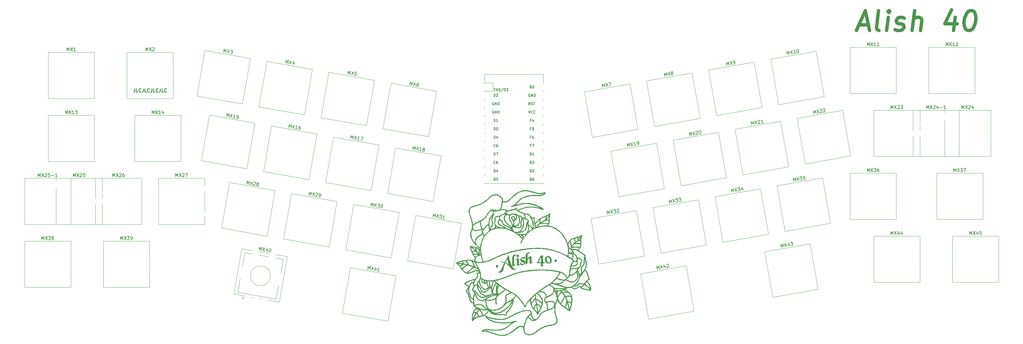
<source format=gto>
G04 #@! TF.GenerationSoftware,KiCad,Pcbnew,(6.0.6-69-g6d26e8e3e8)*
G04 #@! TF.CreationDate,2022-07-20T16:20:59-04:00*
G04 #@! TF.ProjectId,alish40,616c6973-6834-4302-9e6b-696361645f70,rev?*
G04 #@! TF.SameCoordinates,Original*
G04 #@! TF.FileFunction,Legend,Top*
G04 #@! TF.FilePolarity,Positive*
%FSLAX46Y46*%
G04 Gerber Fmt 4.6, Leading zero omitted, Abs format (unit mm)*
G04 Created by KiCad (PCBNEW (6.0.6-69-g6d26e8e3e8)) date 2022-07-20 16:20:59*
%MOMM*%
%LPD*%
G01*
G04 APERTURE LIST*
G04 Aperture macros list*
%AMHorizOval*
0 Thick line with rounded ends*
0 $1 width*
0 $2 $3 position (X,Y) of the first rounded end (center of the circle)*
0 $4 $5 position (X,Y) of the second rounded end (center of the circle)*
0 Add line between two ends*
20,1,$1,$2,$3,$4,$5,0*
0 Add two circle primitives to create the rounded ends*
1,1,$1,$2,$3*
1,1,$1,$4,$5*%
%AMRotRect*
0 Rectangle, with rotation*
0 The origin of the aperture is its center*
0 $1 length*
0 $2 width*
0 $3 Rotation angle, in degrees counterclockwise*
0 Add horizontal line*
21,1,$1,$2,0,0,$3*%
G04 Aperture macros list end*
%ADD10C,0.250000*%
%ADD11C,1.000000*%
%ADD12C,0.150000*%
%ADD13C,0.100000*%
%ADD14R,1.752600X1.752600*%
%ADD15C,1.752600*%
%ADD16C,4.000000*%
%ADD17C,1.700000*%
%ADD18C,2.200000*%
%ADD19R,3.250000X2.000000*%
%ADD20RotRect,3.200000X2.000000X80.000000*%
%ADD21RotRect,2.000000X2.000000X80.000000*%
%ADD22C,2.000000*%
%ADD23RotRect,1.600000X1.600000X260.000000*%
%ADD24HorizOval,1.600000X0.000000X0.000000X0.000000X0.000000X0*%
%ADD25R,1.600000X1.600000*%
%ADD26O,1.600000X1.600000*%
%ADD27RotRect,1.600000X1.600000X280.000000*%
%ADD28HorizOval,1.600000X0.000000X0.000000X0.000000X0.000000X0*%
%ADD29RotRect,1.700000X1.700000X190.000000*%
%ADD30HorizOval,1.700000X0.000000X0.000000X0.000000X0.000000X0*%
G04 APERTURE END LIST*
D10*
X104341952Y-93252380D02*
X104341952Y-93966666D01*
X104294333Y-94109523D01*
X104199095Y-94204761D01*
X104056238Y-94252380D01*
X103961000Y-94252380D01*
X105294333Y-94252380D02*
X104818142Y-94252380D01*
X104818142Y-93252380D01*
X106199095Y-94157142D02*
X106151476Y-94204761D01*
X106008619Y-94252380D01*
X105913380Y-94252380D01*
X105770523Y-94204761D01*
X105675285Y-94109523D01*
X105627666Y-94014285D01*
X105580047Y-93823809D01*
X105580047Y-93680952D01*
X105627666Y-93490476D01*
X105675285Y-93395238D01*
X105770523Y-93300000D01*
X105913380Y-93252380D01*
X106008619Y-93252380D01*
X106151476Y-93300000D01*
X106199095Y-93347619D01*
X106913380Y-93252380D02*
X106913380Y-93966666D01*
X106865761Y-94109523D01*
X106770523Y-94204761D01*
X106627666Y-94252380D01*
X106532428Y-94252380D01*
X107865761Y-94252380D02*
X107389571Y-94252380D01*
X107389571Y-93252380D01*
X108770523Y-94157142D02*
X108722904Y-94204761D01*
X108580047Y-94252380D01*
X108484809Y-94252380D01*
X108341952Y-94204761D01*
X108246714Y-94109523D01*
X108199095Y-94014285D01*
X108151476Y-93823809D01*
X108151476Y-93680952D01*
X108199095Y-93490476D01*
X108246714Y-93395238D01*
X108341952Y-93300000D01*
X108484809Y-93252380D01*
X108580047Y-93252380D01*
X108722904Y-93300000D01*
X108770523Y-93347619D01*
X109484809Y-93252380D02*
X109484809Y-93966666D01*
X109437190Y-94109523D01*
X109341952Y-94204761D01*
X109199095Y-94252380D01*
X109103857Y-94252380D01*
X110437190Y-94252380D02*
X109961000Y-94252380D01*
X109961000Y-93252380D01*
X111341952Y-94157142D02*
X111294333Y-94204761D01*
X111151476Y-94252380D01*
X111056238Y-94252380D01*
X110913380Y-94204761D01*
X110818142Y-94109523D01*
X110770523Y-94014285D01*
X110722904Y-93823809D01*
X110722904Y-93680952D01*
X110770523Y-93490476D01*
X110818142Y-93395238D01*
X110913380Y-93300000D01*
X111056238Y-93252380D01*
X111151476Y-93252380D01*
X111294333Y-93300000D01*
X111341952Y-93347619D01*
X112056238Y-93252380D02*
X112056238Y-93966666D01*
X112008619Y-94109523D01*
X111913380Y-94204761D01*
X111770523Y-94252380D01*
X111675285Y-94252380D01*
X113008619Y-94252380D02*
X112532428Y-94252380D01*
X112532428Y-93252380D01*
X113913380Y-94157142D02*
X113865761Y-94204761D01*
X113722904Y-94252380D01*
X113627666Y-94252380D01*
X113484809Y-94204761D01*
X113389571Y-94109523D01*
X113341952Y-94014285D01*
X113294333Y-93823809D01*
X113294333Y-93680952D01*
X113341952Y-93490476D01*
X113389571Y-93395238D01*
X113484809Y-93300000D01*
X113627666Y-93252380D01*
X113722904Y-93252380D01*
X113865761Y-93300000D01*
X113913380Y-93347619D01*
D11*
X323274821Y-73930000D02*
X326131964Y-73930000D01*
X322489107Y-75644285D02*
X325239107Y-69644285D01*
X326489107Y-75644285D01*
X329346250Y-75644285D02*
X328810535Y-75358571D01*
X328596250Y-74787142D01*
X329239107Y-69644285D01*
X331631964Y-75644285D02*
X332131964Y-71644285D01*
X332381964Y-69644285D02*
X332060535Y-69930000D01*
X332310535Y-70215714D01*
X332631964Y-69930000D01*
X332381964Y-69644285D01*
X332310535Y-70215714D01*
X334239107Y-75358571D02*
X334774821Y-75644285D01*
X335917678Y-75644285D01*
X336524821Y-75358571D01*
X336881964Y-74787142D01*
X336917678Y-74501428D01*
X336703392Y-73930000D01*
X336167678Y-73644285D01*
X335310535Y-73644285D01*
X334774821Y-73358571D01*
X334560535Y-72787142D01*
X334596250Y-72501428D01*
X334953392Y-71930000D01*
X335560535Y-71644285D01*
X336417678Y-71644285D01*
X336953392Y-71930000D01*
X339346250Y-75644285D02*
X340096250Y-69644285D01*
X341917678Y-75644285D02*
X342310535Y-72501428D01*
X342096250Y-71930000D01*
X341560535Y-71644285D01*
X340703392Y-71644285D01*
X340096250Y-71930000D01*
X339774821Y-72215714D01*
X352417678Y-71644285D02*
X351917678Y-75644285D01*
X351274821Y-69358571D02*
X349310535Y-73644285D01*
X353024821Y-73644285D01*
X356953392Y-69644285D02*
X357524821Y-69644285D01*
X358060535Y-69930000D01*
X358310535Y-70215714D01*
X358524821Y-70787142D01*
X358667678Y-71930000D01*
X358489107Y-73358571D01*
X358060535Y-74501428D01*
X357703392Y-75072857D01*
X357381964Y-75358571D01*
X356774821Y-75644285D01*
X356203392Y-75644285D01*
X355667678Y-75358571D01*
X355417678Y-75072857D01*
X355203392Y-74501428D01*
X355060535Y-73358571D01*
X355239107Y-71930000D01*
X355667678Y-70787142D01*
X356024821Y-70215714D01*
X356346250Y-69930000D01*
X356953392Y-69644285D01*
D12*
X303565657Y-121317859D02*
X303392009Y-120333052D01*
X303844313Y-120978603D01*
X304048547Y-120217286D01*
X304222196Y-121202094D01*
X304423712Y-120151134D02*
X305253899Y-121020177D01*
X305080251Y-120035369D02*
X304597361Y-121135942D01*
X305361624Y-119985755D02*
X305971267Y-119878259D01*
X305709150Y-120311306D01*
X305849837Y-120286499D01*
X305951897Y-120316857D01*
X306007061Y-120355484D01*
X306070495Y-120441006D01*
X306111840Y-120675484D01*
X306081482Y-120777544D01*
X306042855Y-120832709D01*
X305957333Y-120896142D01*
X305675959Y-120945756D01*
X305573899Y-120915398D01*
X305518735Y-120876772D01*
X306862284Y-119721148D02*
X306393328Y-119803838D01*
X306429122Y-120281063D01*
X306467748Y-120225899D01*
X306553271Y-120162465D01*
X306787749Y-120121120D01*
X306889809Y-120151478D01*
X306944974Y-120190105D01*
X307008407Y-120275627D01*
X307049752Y-120510105D01*
X307019394Y-120612165D01*
X306980768Y-120667330D01*
X306895245Y-120730763D01*
X306660767Y-120772108D01*
X306558707Y-120741750D01*
X306503542Y-120703124D01*
X284805068Y-124625857D02*
X284631420Y-123641050D01*
X285083724Y-124286601D01*
X285287958Y-123525284D01*
X285461607Y-124510092D01*
X285663123Y-123459132D02*
X286493310Y-124328175D01*
X286319662Y-123343367D02*
X285836772Y-124443940D01*
X286601035Y-123293753D02*
X287210678Y-123186257D01*
X286948561Y-123619304D01*
X287089248Y-123594497D01*
X287191308Y-123624855D01*
X287246472Y-123663482D01*
X287309906Y-123749004D01*
X287351251Y-123983482D01*
X287320893Y-124085542D01*
X287282266Y-124140707D01*
X287196744Y-124204140D01*
X286915370Y-124253754D01*
X286813310Y-124223396D01*
X286758146Y-124184770D01*
X288112682Y-123365685D02*
X288228447Y-124022223D01*
X287812052Y-123031865D02*
X287701609Y-123776644D01*
X288311252Y-123669147D01*
X76243326Y-138994976D02*
X76243326Y-137994976D01*
X76576659Y-138709262D01*
X76909992Y-137994976D01*
X76909992Y-138994976D01*
X77290945Y-137994976D02*
X77957611Y-138994976D01*
X77957611Y-137994976D02*
X77290945Y-138994976D01*
X78243326Y-137994976D02*
X78862373Y-137994976D01*
X78529040Y-138375929D01*
X78671897Y-138375929D01*
X78767135Y-138423548D01*
X78814754Y-138471167D01*
X78862373Y-138566405D01*
X78862373Y-138804500D01*
X78814754Y-138899738D01*
X78767135Y-138947357D01*
X78671897Y-138994976D01*
X78386183Y-138994976D01*
X78290945Y-138947357D01*
X78243326Y-138899738D01*
X79433802Y-138423548D02*
X79338564Y-138375929D01*
X79290945Y-138328310D01*
X79243326Y-138233072D01*
X79243326Y-138185453D01*
X79290945Y-138090215D01*
X79338564Y-138042596D01*
X79433802Y-137994976D01*
X79624278Y-137994976D01*
X79719516Y-138042596D01*
X79767135Y-138090215D01*
X79814754Y-138185453D01*
X79814754Y-138233072D01*
X79767135Y-138328310D01*
X79719516Y-138375929D01*
X79624278Y-138423548D01*
X79433802Y-138423548D01*
X79338564Y-138471167D01*
X79290945Y-138518786D01*
X79243326Y-138614024D01*
X79243326Y-138804500D01*
X79290945Y-138899738D01*
X79338564Y-138947357D01*
X79433802Y-138994976D01*
X79624278Y-138994976D01*
X79719516Y-138947357D01*
X79767135Y-138899738D01*
X79814754Y-138804500D01*
X79814754Y-138614024D01*
X79767135Y-138518786D01*
X79719516Y-138471167D01*
X79624278Y-138423548D01*
X109580826Y-100894977D02*
X109580826Y-99894977D01*
X109914159Y-100609263D01*
X110247492Y-99894977D01*
X110247492Y-100894977D01*
X110628445Y-99894977D02*
X111295111Y-100894977D01*
X111295111Y-99894977D02*
X110628445Y-100894977D01*
X112199873Y-100894977D02*
X111628445Y-100894977D01*
X111914159Y-100894977D02*
X111914159Y-99894977D01*
X111818921Y-100037835D01*
X111723683Y-100133073D01*
X111628445Y-100180692D01*
X113057016Y-100228311D02*
X113057016Y-100894977D01*
X112818921Y-99847358D02*
X112580826Y-100561644D01*
X113199873Y-100561644D01*
X188405762Y-111652765D02*
X188579410Y-110667957D01*
X188783645Y-111429274D01*
X189235949Y-110783723D01*
X189062300Y-111768531D01*
X189611113Y-110849875D02*
X190094004Y-111950448D01*
X190267652Y-110965640D02*
X189437465Y-111834682D01*
X190985020Y-112107558D02*
X190422273Y-112008331D01*
X190703647Y-112057944D02*
X190877295Y-111073137D01*
X190758697Y-111197285D01*
X190648368Y-111274539D01*
X190546307Y-111304896D01*
X191646995Y-111644038D02*
X191561473Y-111580605D01*
X191522846Y-111525440D01*
X191492489Y-111423380D01*
X191500757Y-111376484D01*
X191564191Y-111290962D01*
X191619356Y-111252336D01*
X191721416Y-111221978D01*
X191908998Y-111255054D01*
X191994520Y-111318487D01*
X192033147Y-111373652D01*
X192063505Y-111475712D01*
X192055236Y-111522608D01*
X191991802Y-111608130D01*
X191936638Y-111646756D01*
X191834578Y-111677114D01*
X191646995Y-111644038D01*
X191544935Y-111674396D01*
X191489770Y-111713023D01*
X191426337Y-111798545D01*
X191393261Y-111986127D01*
X191423619Y-112088187D01*
X191462245Y-112143352D01*
X191547768Y-112206786D01*
X191735350Y-112239861D01*
X191837410Y-112209504D01*
X191892575Y-112170877D01*
X191956008Y-112085355D01*
X191989084Y-111897772D01*
X191958726Y-111795712D01*
X191920100Y-111740548D01*
X191834578Y-111677114D01*
X100055826Y-138994975D02*
X100055826Y-137994975D01*
X100389159Y-138709261D01*
X100722492Y-137994975D01*
X100722492Y-138994975D01*
X101103445Y-137994975D02*
X101770111Y-138994975D01*
X101770111Y-137994975D02*
X101103445Y-138994975D01*
X102055826Y-137994975D02*
X102674873Y-137994975D01*
X102341540Y-138375928D01*
X102484397Y-138375928D01*
X102579635Y-138423547D01*
X102627254Y-138471166D01*
X102674873Y-138566404D01*
X102674873Y-138804499D01*
X102627254Y-138899737D01*
X102579635Y-138947356D01*
X102484397Y-138994975D01*
X102198683Y-138994975D01*
X102103445Y-138947356D01*
X102055826Y-138899737D01*
X103151064Y-138994975D02*
X103341540Y-138994975D01*
X103436778Y-138947356D01*
X103484397Y-138899737D01*
X103579635Y-138756880D01*
X103627254Y-138566404D01*
X103627254Y-138185452D01*
X103579635Y-138090214D01*
X103532016Y-138042595D01*
X103436778Y-137994975D01*
X103246302Y-137994975D01*
X103151064Y-138042595D01*
X103103445Y-138090214D01*
X103055826Y-138185452D01*
X103055826Y-138423547D01*
X103103445Y-138518785D01*
X103151064Y-138566404D01*
X103246302Y-138614023D01*
X103436778Y-138614023D01*
X103532016Y-138566404D01*
X103579635Y-138518785D01*
X103627254Y-138423547D01*
X247283894Y-131241854D02*
X247110246Y-130257047D01*
X247562550Y-130902598D01*
X247766784Y-130141281D01*
X247940433Y-131126089D01*
X248141949Y-130075129D02*
X248972136Y-130944172D01*
X248798488Y-129959364D02*
X248315598Y-131059937D01*
X249079861Y-129909750D02*
X249689504Y-129802254D01*
X249427387Y-130235301D01*
X249568074Y-130210494D01*
X249670134Y-130240852D01*
X249725298Y-130279479D01*
X249788732Y-130365001D01*
X249830077Y-130599479D01*
X249799719Y-130701539D01*
X249761092Y-130756704D01*
X249675570Y-130820137D01*
X249394196Y-130869751D01*
X249292136Y-130839393D01*
X249236972Y-130800767D01*
X250081207Y-129829893D02*
X250119834Y-129774729D01*
X250205356Y-129711295D01*
X250439834Y-129669950D01*
X250541894Y-129700308D01*
X250597059Y-129738935D01*
X250660492Y-129824457D01*
X250677030Y-129918248D01*
X250654942Y-130067204D01*
X250191422Y-130729179D01*
X250801065Y-130621682D01*
X132123998Y-101728773D02*
X132297646Y-100743965D01*
X132501881Y-101505282D01*
X132954185Y-100859731D01*
X132780536Y-101844539D01*
X133329349Y-100925883D02*
X133812240Y-102026456D01*
X133985888Y-101041648D02*
X133155701Y-101910690D01*
X134703256Y-102183566D02*
X134140509Y-102084339D01*
X134421883Y-102133952D02*
X134595531Y-101149145D01*
X134476933Y-101273293D01*
X134366604Y-101350547D01*
X134264543Y-101380904D01*
X135767921Y-101355869D02*
X135298965Y-101273179D01*
X135169380Y-101733866D01*
X135224544Y-101695239D01*
X135326604Y-101664882D01*
X135561083Y-101706227D01*
X135646605Y-101769660D01*
X135685231Y-101824825D01*
X135715589Y-101926885D01*
X135674244Y-102161363D01*
X135610811Y-102246885D01*
X135555646Y-102285512D01*
X135453586Y-102315869D01*
X135219108Y-102274525D01*
X135133586Y-102211091D01*
X135094959Y-102155927D01*
X325804345Y-118408378D02*
X325804345Y-117408378D01*
X326137678Y-118122664D01*
X326471011Y-117408378D01*
X326471011Y-118408378D01*
X326851964Y-117408378D02*
X327518630Y-118408378D01*
X327518630Y-117408378D02*
X326851964Y-118408378D01*
X327804345Y-117408378D02*
X328423392Y-117408378D01*
X328090059Y-117789331D01*
X328232916Y-117789331D01*
X328328154Y-117836950D01*
X328375773Y-117884569D01*
X328423392Y-117979807D01*
X328423392Y-118217902D01*
X328375773Y-118313140D01*
X328328154Y-118360759D01*
X328232916Y-118408378D01*
X327947202Y-118408378D01*
X327851964Y-118360759D01*
X327804345Y-118313140D01*
X329280535Y-117408378D02*
X329090059Y-117408378D01*
X328994821Y-117455998D01*
X328947202Y-117503617D01*
X328851964Y-117646474D01*
X328804345Y-117836950D01*
X328804345Y-118217902D01*
X328851964Y-118313140D01*
X328899583Y-118360759D01*
X328994821Y-118408378D01*
X329185297Y-118408378D01*
X329280535Y-118360759D01*
X329328154Y-118313140D01*
X329375773Y-118217902D01*
X329375773Y-117979807D01*
X329328154Y-117884569D01*
X329280535Y-117836950D01*
X329185297Y-117789331D01*
X328994821Y-117789331D01*
X328899583Y-117836950D01*
X328851964Y-117884569D01*
X328804345Y-117979807D01*
X138196460Y-122143390D02*
X138370108Y-121158582D01*
X138574343Y-121919899D01*
X139026647Y-121274348D01*
X138852998Y-122259156D01*
X139401811Y-121340500D02*
X139884702Y-122441073D01*
X140058350Y-121456265D02*
X139228163Y-122325307D01*
X140370081Y-121607939D02*
X140425246Y-121569312D01*
X140527306Y-121538955D01*
X140761784Y-121580299D01*
X140847306Y-121643733D01*
X140885933Y-121698898D01*
X140916291Y-121800958D01*
X140899753Y-121894749D01*
X140828050Y-122027167D01*
X140166075Y-122490687D01*
X140775718Y-122598183D01*
X141437693Y-122134663D02*
X141352171Y-122071230D01*
X141313544Y-122016065D01*
X141283187Y-121914005D01*
X141291455Y-121867109D01*
X141354889Y-121781587D01*
X141410054Y-121742961D01*
X141512114Y-121712603D01*
X141699696Y-121745679D01*
X141785218Y-121809112D01*
X141823845Y-121864277D01*
X141854203Y-121966337D01*
X141845934Y-122013233D01*
X141782500Y-122098755D01*
X141727336Y-122137381D01*
X141625276Y-122167739D01*
X141437693Y-122134663D01*
X141335633Y-122165021D01*
X141280468Y-122203648D01*
X141217035Y-122289170D01*
X141183959Y-122476752D01*
X141214317Y-122578812D01*
X141252943Y-122633977D01*
X141338466Y-122697411D01*
X141526048Y-122730486D01*
X141628108Y-122700129D01*
X141683273Y-122661502D01*
X141746706Y-122575980D01*
X141779782Y-122388397D01*
X141749424Y-122286337D01*
X141710798Y-122231173D01*
X141625276Y-122167739D01*
X150884589Y-105036771D02*
X151058237Y-104051963D01*
X151262472Y-104813280D01*
X151714776Y-104167729D01*
X151541127Y-105152537D01*
X152089940Y-104233881D02*
X152572831Y-105334454D01*
X152746479Y-104349646D02*
X151916292Y-105218688D01*
X153463847Y-105491564D02*
X152901100Y-105392337D01*
X153182474Y-105441950D02*
X153356122Y-104457143D01*
X153237524Y-104581291D01*
X153127195Y-104658545D01*
X153025134Y-104688902D01*
X154481616Y-104655598D02*
X154294034Y-104622522D01*
X154191974Y-104652879D01*
X154136809Y-104691506D01*
X154018211Y-104815655D01*
X153938240Y-104994968D01*
X153872088Y-105370133D01*
X153902446Y-105472193D01*
X153941072Y-105527358D01*
X154026595Y-105590792D01*
X154214177Y-105623867D01*
X154316237Y-105593510D01*
X154371402Y-105554883D01*
X154434835Y-105469361D01*
X154476180Y-105234883D01*
X154445822Y-105132823D01*
X154407196Y-105077658D01*
X154321674Y-105014225D01*
X154134091Y-104981149D01*
X154032031Y-105011506D01*
X153976866Y-105050133D01*
X153913433Y-105135655D01*
X356760596Y-137458379D02*
X356760596Y-136458379D01*
X357093929Y-137172665D01*
X357427262Y-136458379D01*
X357427262Y-137458379D01*
X357808215Y-136458379D02*
X358474881Y-137458379D01*
X358474881Y-136458379D02*
X357808215Y-137458379D01*
X359284405Y-136791713D02*
X359284405Y-137458379D01*
X359046310Y-136410760D02*
X358808215Y-137125046D01*
X359427262Y-137125046D01*
X360284405Y-136458379D02*
X359808215Y-136458379D01*
X359760596Y-136934570D01*
X359808215Y-136886951D01*
X359903453Y-136839332D01*
X360141548Y-136839332D01*
X360236786Y-136886951D01*
X360284405Y-136934570D01*
X360332024Y-137029808D01*
X360332024Y-137267903D01*
X360284405Y-137363141D01*
X360236786Y-137410760D01*
X360141548Y-137458379D01*
X359903453Y-137458379D01*
X359808215Y-137410760D01*
X359760596Y-137363141D01*
X149971395Y-85531876D02*
X150145043Y-84547068D01*
X150349278Y-85308385D01*
X150801582Y-84662834D01*
X150627933Y-85647641D01*
X151176747Y-84728985D02*
X151659637Y-85829558D01*
X151833285Y-84844751D02*
X151003098Y-85713793D01*
X152572628Y-85313592D02*
X152456862Y-85970131D01*
X152404301Y-84897083D02*
X152045789Y-85559172D01*
X152655432Y-85666668D01*
X107675285Y-81844977D02*
X107675285Y-80844977D01*
X108008619Y-81559263D01*
X108341952Y-80844977D01*
X108341952Y-81844977D01*
X108722904Y-80844977D02*
X109389571Y-81844977D01*
X109389571Y-80844977D02*
X108722904Y-81844977D01*
X109722904Y-80940216D02*
X109770523Y-80892597D01*
X109865761Y-80844977D01*
X110103857Y-80844977D01*
X110199095Y-80892597D01*
X110246714Y-80940216D01*
X110294333Y-81035454D01*
X110294333Y-81130692D01*
X110246714Y-81273549D01*
X109675285Y-81844977D01*
X110294333Y-81844977D01*
X253356190Y-110827265D02*
X253182542Y-109842458D01*
X253634846Y-110488009D01*
X253839080Y-109726692D01*
X254012729Y-110711500D01*
X254214245Y-109660540D02*
X255044432Y-110529583D01*
X254870784Y-109544775D02*
X254387894Y-110645348D01*
X255935449Y-110372472D02*
X255372701Y-110471700D01*
X255654075Y-110422086D02*
X255480427Y-109437278D01*
X255411442Y-109594503D01*
X255334189Y-109704832D01*
X255248667Y-109768266D01*
X256404405Y-110289783D02*
X256591987Y-110256707D01*
X256677509Y-110193273D01*
X256716136Y-110138109D01*
X256785120Y-109980884D01*
X256798940Y-109785033D01*
X256732788Y-109409868D01*
X256669355Y-109324346D01*
X256614190Y-109285719D01*
X256512130Y-109255361D01*
X256324548Y-109288437D01*
X256239025Y-109351871D01*
X256200399Y-109407035D01*
X256170041Y-109509095D01*
X256211386Y-109743573D01*
X256274819Y-109829096D01*
X256329984Y-109867722D01*
X256432044Y-109898080D01*
X256619627Y-109865004D01*
X256705149Y-109801571D01*
X256743775Y-109746406D01*
X256774133Y-109644346D01*
X301639808Y-82969684D02*
X301466160Y-81984877D01*
X301918464Y-82630428D01*
X302122698Y-81869111D01*
X302296347Y-82853919D01*
X302497863Y-81802959D02*
X303328050Y-82672002D01*
X303154402Y-81687194D02*
X302671512Y-82787767D01*
X304219067Y-82514891D02*
X303656319Y-82614119D01*
X303937693Y-82564505D02*
X303764045Y-81579697D01*
X303695060Y-81736922D01*
X303617807Y-81847251D01*
X303532285Y-81910685D01*
X304655061Y-81422587D02*
X304748852Y-81406049D01*
X304850913Y-81436407D01*
X304906077Y-81475034D01*
X304969511Y-81560556D01*
X305049482Y-81739869D01*
X305090827Y-81974347D01*
X305077007Y-82170199D01*
X305046650Y-82272259D01*
X305008023Y-82327424D01*
X304922501Y-82390857D01*
X304828709Y-82407395D01*
X304726649Y-82377037D01*
X304671485Y-82338411D01*
X304608051Y-82252888D01*
X304528080Y-82073575D01*
X304486735Y-81839097D01*
X304500555Y-81643246D01*
X304530912Y-81541185D01*
X304569539Y-81486021D01*
X304655061Y-81422587D01*
X332948095Y-99358380D02*
X332948095Y-98358380D01*
X333281428Y-99072666D01*
X333614761Y-98358380D01*
X333614761Y-99358380D01*
X333995714Y-98358380D02*
X334662380Y-99358380D01*
X334662380Y-98358380D02*
X333995714Y-99358380D01*
X334995714Y-98453619D02*
X335043333Y-98406000D01*
X335138571Y-98358380D01*
X335376666Y-98358380D01*
X335471904Y-98406000D01*
X335519523Y-98453619D01*
X335567142Y-98548857D01*
X335567142Y-98644095D01*
X335519523Y-98786952D01*
X334948095Y-99358380D01*
X335567142Y-99358380D01*
X335900476Y-98358380D02*
X336519523Y-98358380D01*
X336186190Y-98739333D01*
X336329047Y-98739333D01*
X336424285Y-98786952D01*
X336471904Y-98834571D01*
X336519523Y-98929809D01*
X336519523Y-99167904D01*
X336471904Y-99263142D01*
X336424285Y-99310761D01*
X336329047Y-99358380D01*
X336043333Y-99358380D01*
X335948095Y-99310761D01*
X335900476Y-99263142D01*
X332948094Y-137458380D02*
X332948094Y-136458380D01*
X333281427Y-137172666D01*
X333614760Y-136458380D01*
X333614760Y-137458380D01*
X333995713Y-136458380D02*
X334662379Y-137458380D01*
X334662379Y-136458380D02*
X333995713Y-137458380D01*
X335471903Y-136791714D02*
X335471903Y-137458380D01*
X335233808Y-136410761D02*
X334995713Y-137125047D01*
X335614760Y-137125047D01*
X336424284Y-136791714D02*
X336424284Y-137458380D01*
X336186189Y-136410761D02*
X335948094Y-137125047D01*
X336567141Y-137125047D01*
X245827000Y-92810989D02*
X245653352Y-91826181D01*
X246105656Y-92471732D01*
X246309891Y-91710416D01*
X246483539Y-92695223D01*
X246685055Y-91644264D02*
X247515242Y-92513306D01*
X247341594Y-91528498D02*
X246858704Y-92629072D01*
X247622968Y-91478885D02*
X248279506Y-91363119D01*
X248031094Y-92422348D01*
X194478227Y-132067383D02*
X194651875Y-131082575D01*
X194856110Y-131843892D01*
X195308414Y-131198341D01*
X195134765Y-132183149D01*
X195683578Y-131264493D02*
X196166469Y-132365066D01*
X196340117Y-131380258D02*
X195509930Y-132249300D01*
X196621491Y-131429872D02*
X197231133Y-131537368D01*
X196836713Y-131854650D01*
X196977399Y-131879457D01*
X197062922Y-131942891D01*
X197101548Y-131998055D01*
X197131906Y-132100116D01*
X197090561Y-132334594D01*
X197027128Y-132420116D01*
X196971963Y-132458743D01*
X196869903Y-132489100D01*
X196588529Y-132439486D01*
X196503007Y-132376053D01*
X196464380Y-132320888D01*
X197995397Y-132687555D02*
X197432650Y-132588328D01*
X197714024Y-132637942D02*
X197887672Y-131653134D01*
X197769074Y-131777283D01*
X197658745Y-131854536D01*
X197556685Y-131884894D01*
X272116777Y-107519268D02*
X271943129Y-106534461D01*
X272395433Y-107180012D01*
X272599667Y-106418695D01*
X272773316Y-107403503D01*
X272974832Y-106352543D02*
X273805019Y-107221586D01*
X273631371Y-106236778D02*
X273148481Y-107337351D01*
X273976178Y-106272686D02*
X274014805Y-106217522D01*
X274100327Y-106154088D01*
X274334805Y-106112744D01*
X274436865Y-106143101D01*
X274492030Y-106181728D01*
X274555463Y-106267250D01*
X274572001Y-106361041D01*
X274549912Y-106509997D01*
X274086393Y-107171972D01*
X274696036Y-107064475D01*
X275132030Y-105972171D02*
X275225821Y-105955633D01*
X275327882Y-105985991D01*
X275383046Y-106024618D01*
X275446480Y-106110140D01*
X275526451Y-106289453D01*
X275567796Y-106523931D01*
X275553976Y-106719783D01*
X275523619Y-106821843D01*
X275484992Y-106877008D01*
X275399470Y-106940441D01*
X275305678Y-106956979D01*
X275203618Y-106926621D01*
X275148454Y-106887995D01*
X275085020Y-106802472D01*
X275005049Y-106623159D01*
X274963704Y-106388681D01*
X274977524Y-106192830D01*
X275007881Y-106090769D01*
X275046508Y-106035605D01*
X275132030Y-105972171D01*
X212918523Y-113452591D02*
X212918523Y-112652591D01*
X213109000Y-112652591D01*
X213223285Y-112690687D01*
X213299476Y-112766877D01*
X213337571Y-112843067D01*
X213375666Y-112995448D01*
X213375666Y-113109734D01*
X213337571Y-113262115D01*
X213299476Y-113338306D01*
X213223285Y-113414496D01*
X213109000Y-113452591D01*
X212918523Y-113452591D01*
X213642333Y-112652591D02*
X214175666Y-112652591D01*
X213832809Y-113452591D01*
X224164333Y-105413544D02*
X223897666Y-105413544D01*
X223897666Y-105832591D02*
X223897666Y-105032591D01*
X224278619Y-105032591D01*
X224964333Y-105032591D02*
X224583380Y-105032591D01*
X224545285Y-105413544D01*
X224583380Y-105375448D01*
X224659571Y-105337353D01*
X224850047Y-105337353D01*
X224926238Y-105375448D01*
X224964333Y-105413544D01*
X225002428Y-105489734D01*
X225002428Y-105680210D01*
X224964333Y-105756401D01*
X224926238Y-105794496D01*
X224850047Y-105832591D01*
X224659571Y-105832591D01*
X224583380Y-105794496D01*
X224545285Y-105756401D01*
X223364333Y-99952591D02*
X223631000Y-100752591D01*
X223897666Y-99952591D01*
X224621476Y-100676401D02*
X224583380Y-100714496D01*
X224469095Y-100752591D01*
X224392904Y-100752591D01*
X224278619Y-100714496D01*
X224202428Y-100638306D01*
X224164333Y-100562115D01*
X224126238Y-100409734D01*
X224126238Y-100295448D01*
X224164333Y-100143067D01*
X224202428Y-100066877D01*
X224278619Y-99990687D01*
X224392904Y-99952591D01*
X224469095Y-99952591D01*
X224583380Y-99990687D01*
X224621476Y-100028782D01*
X225421476Y-100676401D02*
X225383380Y-100714496D01*
X225269095Y-100752591D01*
X225192904Y-100752591D01*
X225078619Y-100714496D01*
X225002428Y-100638306D01*
X224964333Y-100562115D01*
X224926238Y-100409734D01*
X224926238Y-100295448D01*
X224964333Y-100143067D01*
X225002428Y-100066877D01*
X225078619Y-99990687D01*
X225192904Y-99952591D01*
X225269095Y-99952591D01*
X225383380Y-99990687D01*
X225421476Y-100028782D01*
X212918523Y-95672591D02*
X212918523Y-94872591D01*
X213109000Y-94872591D01*
X213223285Y-94910687D01*
X213299476Y-94986877D01*
X213337571Y-95063067D01*
X213375666Y-95215448D01*
X213375666Y-95329734D01*
X213337571Y-95482115D01*
X213299476Y-95558306D01*
X213223285Y-95634496D01*
X213109000Y-95672591D01*
X212918523Y-95672591D01*
X213680428Y-94948782D02*
X213718523Y-94910687D01*
X213794714Y-94872591D01*
X213985190Y-94872591D01*
X214061380Y-94910687D01*
X214099476Y-94948782D01*
X214137571Y-95024972D01*
X214137571Y-95101163D01*
X214099476Y-95215448D01*
X213642333Y-95672591D01*
X214137571Y-95672591D01*
X224107190Y-120653544D02*
X224221476Y-120691639D01*
X224259571Y-120729734D01*
X224297666Y-120805925D01*
X224297666Y-120920210D01*
X224259571Y-120996401D01*
X224221476Y-121034496D01*
X224145285Y-121072591D01*
X223840523Y-121072591D01*
X223840523Y-120272591D01*
X224107190Y-120272591D01*
X224183380Y-120310687D01*
X224221476Y-120348782D01*
X224259571Y-120424972D01*
X224259571Y-120501163D01*
X224221476Y-120577353D01*
X224183380Y-120615448D01*
X224107190Y-120653544D01*
X223840523Y-120653544D01*
X224983380Y-120272591D02*
X224831000Y-120272591D01*
X224754809Y-120310687D01*
X224716714Y-120348782D01*
X224640523Y-120463067D01*
X224602428Y-120615448D01*
X224602428Y-120920210D01*
X224640523Y-120996401D01*
X224678619Y-121034496D01*
X224754809Y-121072591D01*
X224907190Y-121072591D01*
X224983380Y-121034496D01*
X225021476Y-120996401D01*
X225059571Y-120920210D01*
X225059571Y-120729734D01*
X225021476Y-120653544D01*
X224983380Y-120615448D01*
X224907190Y-120577353D01*
X224754809Y-120577353D01*
X224678619Y-120615448D01*
X224640523Y-120653544D01*
X224602428Y-120729734D01*
X224169786Y-98144496D02*
X224284072Y-98182591D01*
X224474548Y-98182591D01*
X224550739Y-98144496D01*
X224588834Y-98106401D01*
X224626929Y-98030210D01*
X224626929Y-97954020D01*
X224588834Y-97877829D01*
X224550739Y-97839734D01*
X224474548Y-97801639D01*
X224322167Y-97763544D01*
X224245977Y-97725448D01*
X224207881Y-97687353D01*
X224169786Y-97611163D01*
X224169786Y-97534972D01*
X224207881Y-97458782D01*
X224245977Y-97420687D01*
X224322167Y-97382591D01*
X224512643Y-97382591D01*
X224626929Y-97420687D01*
X224855500Y-97382591D02*
X225312643Y-97382591D01*
X225084072Y-98182591D02*
X225084072Y-97382591D01*
X212909523Y-93161904D02*
X213366666Y-93161904D01*
X213138095Y-93961904D02*
X213138095Y-93161904D01*
X213557142Y-93161904D02*
X214090476Y-93961904D01*
X214090476Y-93161904D02*
X213557142Y-93961904D01*
X214547619Y-93161904D02*
X214623809Y-93161904D01*
X214700000Y-93200000D01*
X214738095Y-93238095D01*
X214776190Y-93314285D01*
X214814285Y-93466666D01*
X214814285Y-93657142D01*
X214776190Y-93809523D01*
X214738095Y-93885714D01*
X214700000Y-93923809D01*
X214623809Y-93961904D01*
X214547619Y-93961904D01*
X214471428Y-93923809D01*
X214433333Y-93885714D01*
X214395238Y-93809523D01*
X214357142Y-93657142D01*
X214357142Y-93466666D01*
X214395238Y-93314285D01*
X214433333Y-93238095D01*
X214471428Y-93200000D01*
X214547619Y-93161904D01*
X215728571Y-93123809D02*
X215042857Y-94152380D01*
X215995238Y-93961904D02*
X215995238Y-93161904D01*
X216185714Y-93161904D01*
X216300000Y-93200000D01*
X216376190Y-93276190D01*
X216414285Y-93352380D01*
X216452380Y-93504761D01*
X216452380Y-93619047D01*
X216414285Y-93771428D01*
X216376190Y-93847619D01*
X216300000Y-93923809D01*
X216185714Y-93961904D01*
X215995238Y-93961904D01*
X216719047Y-93161904D02*
X217214285Y-93161904D01*
X216947619Y-93466666D01*
X217061904Y-93466666D01*
X217138095Y-93504761D01*
X217176190Y-93542857D01*
X217214285Y-93619047D01*
X217214285Y-93809523D01*
X217176190Y-93885714D01*
X217138095Y-93923809D01*
X217061904Y-93961904D01*
X216833333Y-93961904D01*
X216757142Y-93923809D01*
X216719047Y-93885714D01*
X224107190Y-115573544D02*
X224221476Y-115611639D01*
X224259571Y-115649734D01*
X224297666Y-115725925D01*
X224297666Y-115840210D01*
X224259571Y-115916401D01*
X224221476Y-115954496D01*
X224145285Y-115992591D01*
X223840523Y-115992591D01*
X223840523Y-115192591D01*
X224107190Y-115192591D01*
X224183380Y-115230687D01*
X224221476Y-115268782D01*
X224259571Y-115344972D01*
X224259571Y-115421163D01*
X224221476Y-115497353D01*
X224183380Y-115535448D01*
X224107190Y-115573544D01*
X223840523Y-115573544D01*
X224564333Y-115192591D02*
X225059571Y-115192591D01*
X224792904Y-115497353D01*
X224907190Y-115497353D01*
X224983380Y-115535448D01*
X225021476Y-115573544D01*
X225059571Y-115649734D01*
X225059571Y-115840210D01*
X225021476Y-115916401D01*
X224983380Y-115954496D01*
X224907190Y-115992591D01*
X224678619Y-115992591D01*
X224602428Y-115954496D01*
X224564333Y-115916401D01*
X224107190Y-92713544D02*
X224221476Y-92751639D01*
X224259571Y-92789734D01*
X224297666Y-92865925D01*
X224297666Y-92980210D01*
X224259571Y-93056401D01*
X224221476Y-93094496D01*
X224145285Y-93132591D01*
X223840523Y-93132591D01*
X223840523Y-92332591D01*
X224107190Y-92332591D01*
X224183380Y-92370687D01*
X224221476Y-92408782D01*
X224259571Y-92484972D01*
X224259571Y-92561163D01*
X224221476Y-92637353D01*
X224183380Y-92675448D01*
X224107190Y-92713544D01*
X223840523Y-92713544D01*
X224792904Y-92332591D02*
X224869095Y-92332591D01*
X224945285Y-92370687D01*
X224983380Y-92408782D01*
X225021476Y-92484972D01*
X225059571Y-92637353D01*
X225059571Y-92827829D01*
X225021476Y-92980210D01*
X224983380Y-93056401D01*
X224945285Y-93094496D01*
X224869095Y-93132591D01*
X224792904Y-93132591D01*
X224716714Y-93094496D01*
X224678619Y-93056401D01*
X224640523Y-92980210D01*
X224602428Y-92827829D01*
X224602428Y-92637353D01*
X224640523Y-92484972D01*
X224678619Y-92408782D01*
X224716714Y-92370687D01*
X224792904Y-92332591D01*
X223821476Y-94910687D02*
X223745285Y-94872591D01*
X223631000Y-94872591D01*
X223516714Y-94910687D01*
X223440523Y-94986877D01*
X223402428Y-95063067D01*
X223364333Y-95215448D01*
X223364333Y-95329734D01*
X223402428Y-95482115D01*
X223440523Y-95558306D01*
X223516714Y-95634496D01*
X223631000Y-95672591D01*
X223707190Y-95672591D01*
X223821476Y-95634496D01*
X223859571Y-95596401D01*
X223859571Y-95329734D01*
X223707190Y-95329734D01*
X224202428Y-95672591D02*
X224202428Y-94872591D01*
X224659571Y-95672591D01*
X224659571Y-94872591D01*
X225040523Y-95672591D02*
X225040523Y-94872591D01*
X225231000Y-94872591D01*
X225345285Y-94910687D01*
X225421476Y-94986877D01*
X225459571Y-95063067D01*
X225497666Y-95215448D01*
X225497666Y-95329734D01*
X225459571Y-95482115D01*
X225421476Y-95558306D01*
X225345285Y-95634496D01*
X225231000Y-95672591D01*
X225040523Y-95672591D01*
X213185190Y-120653544D02*
X213299476Y-120691639D01*
X213337571Y-120729734D01*
X213375666Y-120805925D01*
X213375666Y-120920210D01*
X213337571Y-120996401D01*
X213299476Y-121034496D01*
X213223285Y-121072591D01*
X212918523Y-121072591D01*
X212918523Y-120272591D01*
X213185190Y-120272591D01*
X213261380Y-120310687D01*
X213299476Y-120348782D01*
X213337571Y-120424972D01*
X213337571Y-120501163D01*
X213299476Y-120577353D01*
X213261380Y-120615448D01*
X213185190Y-120653544D01*
X212918523Y-120653544D01*
X214099476Y-120272591D02*
X213718523Y-120272591D01*
X213680428Y-120653544D01*
X213718523Y-120615448D01*
X213794714Y-120577353D01*
X213985190Y-120577353D01*
X214061380Y-120615448D01*
X214099476Y-120653544D01*
X214137571Y-120729734D01*
X214137571Y-120920210D01*
X214099476Y-120996401D01*
X214061380Y-121034496D01*
X213985190Y-121072591D01*
X213794714Y-121072591D01*
X213718523Y-121034496D01*
X213680428Y-120996401D01*
X212899476Y-97450687D02*
X212823285Y-97412591D01*
X212709000Y-97412591D01*
X212594714Y-97450687D01*
X212518523Y-97526877D01*
X212480428Y-97603067D01*
X212442333Y-97755448D01*
X212442333Y-97869734D01*
X212480428Y-98022115D01*
X212518523Y-98098306D01*
X212594714Y-98174496D01*
X212709000Y-98212591D01*
X212785190Y-98212591D01*
X212899476Y-98174496D01*
X212937571Y-98136401D01*
X212937571Y-97869734D01*
X212785190Y-97869734D01*
X213280428Y-98212591D02*
X213280428Y-97412591D01*
X213737571Y-98212591D01*
X213737571Y-97412591D01*
X214118523Y-98212591D02*
X214118523Y-97412591D01*
X214309000Y-97412591D01*
X214423285Y-97450687D01*
X214499476Y-97526877D01*
X214537571Y-97603067D01*
X214575666Y-97755448D01*
X214575666Y-97869734D01*
X214537571Y-98022115D01*
X214499476Y-98098306D01*
X214423285Y-98174496D01*
X214309000Y-98212591D01*
X214118523Y-98212591D01*
X213375666Y-110836401D02*
X213337571Y-110874496D01*
X213223285Y-110912591D01*
X213147095Y-110912591D01*
X213032809Y-110874496D01*
X212956619Y-110798306D01*
X212918523Y-110722115D01*
X212880428Y-110569734D01*
X212880428Y-110455448D01*
X212918523Y-110303067D01*
X212956619Y-110226877D01*
X213032809Y-110150687D01*
X213147095Y-110112591D01*
X213223285Y-110112591D01*
X213337571Y-110150687D01*
X213375666Y-110188782D01*
X214061380Y-110112591D02*
X213909000Y-110112591D01*
X213832809Y-110150687D01*
X213794714Y-110188782D01*
X213718523Y-110303067D01*
X213680428Y-110455448D01*
X213680428Y-110760210D01*
X213718523Y-110836401D01*
X213756619Y-110874496D01*
X213832809Y-110912591D01*
X213985190Y-110912591D01*
X214061380Y-110874496D01*
X214099476Y-110836401D01*
X214137571Y-110760210D01*
X214137571Y-110569734D01*
X214099476Y-110493544D01*
X214061380Y-110455448D01*
X213985190Y-110417353D01*
X213832809Y-110417353D01*
X213756619Y-110455448D01*
X213718523Y-110493544D01*
X213680428Y-110569734D01*
X212918523Y-103292591D02*
X212918523Y-102492591D01*
X213109000Y-102492591D01*
X213223285Y-102530687D01*
X213299476Y-102606877D01*
X213337571Y-102683067D01*
X213375666Y-102835448D01*
X213375666Y-102949734D01*
X213337571Y-103102115D01*
X213299476Y-103178306D01*
X213223285Y-103254496D01*
X213109000Y-103292591D01*
X212918523Y-103292591D01*
X214137571Y-103292591D02*
X213680428Y-103292591D01*
X213909000Y-103292591D02*
X213909000Y-102492591D01*
X213832809Y-102606877D01*
X213756619Y-102683067D01*
X213680428Y-102721163D01*
X224164333Y-110493544D02*
X223897666Y-110493544D01*
X223897666Y-110912591D02*
X223897666Y-110112591D01*
X224278619Y-110112591D01*
X224507190Y-110112591D02*
X225040523Y-110112591D01*
X224697666Y-110912591D01*
X224107190Y-113033544D02*
X224221476Y-113071639D01*
X224259571Y-113109734D01*
X224297666Y-113185925D01*
X224297666Y-113300210D01*
X224259571Y-113376401D01*
X224221476Y-113414496D01*
X224145285Y-113452591D01*
X223840523Y-113452591D01*
X223840523Y-112652591D01*
X224107190Y-112652591D01*
X224183380Y-112690687D01*
X224221476Y-112728782D01*
X224259571Y-112804972D01*
X224259571Y-112881163D01*
X224221476Y-112957353D01*
X224183380Y-112995448D01*
X224107190Y-113033544D01*
X223840523Y-113033544D01*
X225059571Y-113452591D02*
X224602428Y-113452591D01*
X224831000Y-113452591D02*
X224831000Y-112652591D01*
X224754809Y-112766877D01*
X224678619Y-112843067D01*
X224602428Y-112881163D01*
X224164333Y-102873544D02*
X223897666Y-102873544D01*
X223897666Y-103292591D02*
X223897666Y-102492591D01*
X224278619Y-102492591D01*
X224926238Y-102759258D02*
X224926238Y-103292591D01*
X224735761Y-102454496D02*
X224545285Y-103025925D01*
X225040523Y-103025925D01*
X224107190Y-118113544D02*
X224221476Y-118151639D01*
X224259571Y-118189734D01*
X224297666Y-118265925D01*
X224297666Y-118380210D01*
X224259571Y-118456401D01*
X224221476Y-118494496D01*
X224145285Y-118532591D01*
X223840523Y-118532591D01*
X223840523Y-117732591D01*
X224107190Y-117732591D01*
X224183380Y-117770687D01*
X224221476Y-117808782D01*
X224259571Y-117884972D01*
X224259571Y-117961163D01*
X224221476Y-118037353D01*
X224183380Y-118075448D01*
X224107190Y-118113544D01*
X223840523Y-118113544D01*
X224602428Y-117808782D02*
X224640523Y-117770687D01*
X224716714Y-117732591D01*
X224907190Y-117732591D01*
X224983380Y-117770687D01*
X225021476Y-117808782D01*
X225059571Y-117884972D01*
X225059571Y-117961163D01*
X225021476Y-118075448D01*
X224564333Y-118532591D01*
X225059571Y-118532591D01*
X213185190Y-118113544D02*
X213299476Y-118151639D01*
X213337571Y-118189734D01*
X213375666Y-118265925D01*
X213375666Y-118380210D01*
X213337571Y-118456401D01*
X213299476Y-118494496D01*
X213223285Y-118532591D01*
X212918523Y-118532591D01*
X212918523Y-117732591D01*
X213185190Y-117732591D01*
X213261380Y-117770687D01*
X213299476Y-117808782D01*
X213337571Y-117884972D01*
X213337571Y-117961163D01*
X213299476Y-118037353D01*
X213261380Y-118075448D01*
X213185190Y-118113544D01*
X212918523Y-118113544D01*
X214061380Y-117999258D02*
X214061380Y-118532591D01*
X213870904Y-117694496D02*
X213680428Y-118265925D01*
X214175666Y-118265925D01*
X212899476Y-99990687D02*
X212823285Y-99952591D01*
X212709000Y-99952591D01*
X212594714Y-99990687D01*
X212518523Y-100066877D01*
X212480428Y-100143067D01*
X212442333Y-100295448D01*
X212442333Y-100409734D01*
X212480428Y-100562115D01*
X212518523Y-100638306D01*
X212594714Y-100714496D01*
X212709000Y-100752591D01*
X212785190Y-100752591D01*
X212899476Y-100714496D01*
X212937571Y-100676401D01*
X212937571Y-100409734D01*
X212785190Y-100409734D01*
X213280428Y-100752591D02*
X213280428Y-99952591D01*
X213737571Y-100752591D01*
X213737571Y-99952591D01*
X214118523Y-100752591D02*
X214118523Y-99952591D01*
X214309000Y-99952591D01*
X214423285Y-99990687D01*
X214499476Y-100066877D01*
X214537571Y-100143067D01*
X214575666Y-100295448D01*
X214575666Y-100409734D01*
X214537571Y-100562115D01*
X214499476Y-100638306D01*
X214423285Y-100714496D01*
X214309000Y-100752591D01*
X214118523Y-100752591D01*
X212956619Y-115573544D02*
X213223285Y-115573544D01*
X213337571Y-115992591D02*
X212956619Y-115992591D01*
X212956619Y-115192591D01*
X213337571Y-115192591D01*
X214023285Y-115192591D02*
X213870904Y-115192591D01*
X213794714Y-115230687D01*
X213756619Y-115268782D01*
X213680428Y-115383067D01*
X213642333Y-115535448D01*
X213642333Y-115840210D01*
X213680428Y-115916401D01*
X213718523Y-115954496D01*
X213794714Y-115992591D01*
X213947095Y-115992591D01*
X214023285Y-115954496D01*
X214061380Y-115916401D01*
X214099476Y-115840210D01*
X214099476Y-115649734D01*
X214061380Y-115573544D01*
X214023285Y-115535448D01*
X213947095Y-115497353D01*
X213794714Y-115497353D01*
X213718523Y-115535448D01*
X213680428Y-115573544D01*
X213642333Y-115649734D01*
X212918523Y-105832591D02*
X212918523Y-105032591D01*
X213109000Y-105032591D01*
X213223285Y-105070687D01*
X213299476Y-105146877D01*
X213337571Y-105223067D01*
X213375666Y-105375448D01*
X213375666Y-105489734D01*
X213337571Y-105642115D01*
X213299476Y-105718306D01*
X213223285Y-105794496D01*
X213109000Y-105832591D01*
X212918523Y-105832591D01*
X213870904Y-105032591D02*
X213947095Y-105032591D01*
X214023285Y-105070687D01*
X214061380Y-105108782D01*
X214099476Y-105184972D01*
X214137571Y-105337353D01*
X214137571Y-105527829D01*
X214099476Y-105680210D01*
X214061380Y-105756401D01*
X214023285Y-105794496D01*
X213947095Y-105832591D01*
X213870904Y-105832591D01*
X213794714Y-105794496D01*
X213756619Y-105756401D01*
X213718523Y-105680210D01*
X213680428Y-105527829D01*
X213680428Y-105337353D01*
X213718523Y-105184972D01*
X213756619Y-105108782D01*
X213794714Y-105070687D01*
X213870904Y-105032591D01*
X212918523Y-108372591D02*
X212918523Y-107572591D01*
X213109000Y-107572591D01*
X213223285Y-107610687D01*
X213299476Y-107686877D01*
X213337571Y-107763067D01*
X213375666Y-107915448D01*
X213375666Y-108029734D01*
X213337571Y-108182115D01*
X213299476Y-108258306D01*
X213223285Y-108334496D01*
X213109000Y-108372591D01*
X212918523Y-108372591D01*
X214061380Y-107839258D02*
X214061380Y-108372591D01*
X213870904Y-107534496D02*
X213680428Y-108105925D01*
X214175666Y-108105925D01*
X224164333Y-107953544D02*
X223897666Y-107953544D01*
X223897666Y-108372591D02*
X223897666Y-107572591D01*
X224278619Y-107572591D01*
X224926238Y-107572591D02*
X224773857Y-107572591D01*
X224697666Y-107610687D01*
X224659571Y-107648782D01*
X224583380Y-107763067D01*
X224545285Y-107915448D01*
X224545285Y-108220210D01*
X224583380Y-108296401D01*
X224621476Y-108334496D01*
X224697666Y-108372591D01*
X224850047Y-108372591D01*
X224926238Y-108334496D01*
X224964333Y-108296401D01*
X225002428Y-108220210D01*
X225002428Y-108029734D01*
X224964333Y-107953544D01*
X224926238Y-107915448D01*
X224850047Y-107877353D01*
X224697666Y-107877353D01*
X224621476Y-107915448D01*
X224583380Y-107953544D01*
X224545285Y-108029734D01*
X85768325Y-119944976D02*
X85768325Y-118944976D01*
X86101658Y-119659262D01*
X86434991Y-118944976D01*
X86434991Y-119944976D01*
X86815944Y-118944976D02*
X87482610Y-119944976D01*
X87482610Y-118944976D02*
X86815944Y-119944976D01*
X87815944Y-119040215D02*
X87863563Y-118992596D01*
X87958801Y-118944976D01*
X88196896Y-118944976D01*
X88292134Y-118992596D01*
X88339753Y-119040215D01*
X88387372Y-119135453D01*
X88387372Y-119230691D01*
X88339753Y-119373548D01*
X87768325Y-119944976D01*
X88387372Y-119944976D01*
X89292134Y-118944976D02*
X88815944Y-118944976D01*
X88768325Y-119421167D01*
X88815944Y-119373548D01*
X88911182Y-119325929D01*
X89149277Y-119325929D01*
X89244515Y-119373548D01*
X89292134Y-119421167D01*
X89339753Y-119516405D01*
X89339753Y-119754500D01*
X89292134Y-119849738D01*
X89244515Y-119897357D01*
X89149277Y-119944976D01*
X88911182Y-119944976D01*
X88815944Y-119897357D01*
X88768325Y-119849738D01*
X187492569Y-92147870D02*
X187666217Y-91163062D01*
X187870452Y-91924379D01*
X188322756Y-91278828D01*
X188149107Y-92263635D01*
X188697921Y-91344979D02*
X189180811Y-92445552D01*
X189354459Y-91460745D02*
X188524272Y-92329787D01*
X190151684Y-91601317D02*
X189964102Y-91568241D01*
X189862042Y-91598599D01*
X189806877Y-91637225D01*
X189688279Y-91761374D01*
X189608308Y-91940688D01*
X189542156Y-92315853D01*
X189572514Y-92417913D01*
X189611140Y-92473077D01*
X189696663Y-92536511D01*
X189884245Y-92569587D01*
X189986305Y-92539229D01*
X190041470Y-92500602D01*
X190104903Y-92415080D01*
X190146248Y-92180602D01*
X190115890Y-92078542D01*
X190077264Y-92023377D01*
X189991741Y-91959944D01*
X189804159Y-91926868D01*
X189702099Y-91957226D01*
X189646934Y-91995852D01*
X189583501Y-92081375D01*
X156957055Y-125451388D02*
X157130703Y-124466580D01*
X157334938Y-125227897D01*
X157787242Y-124582346D01*
X157613593Y-125567154D01*
X158162406Y-124648498D02*
X158645297Y-125749071D01*
X158818945Y-124764263D02*
X157988758Y-125633305D01*
X159130676Y-124915937D02*
X159185841Y-124877310D01*
X159287901Y-124846953D01*
X159522379Y-124888297D01*
X159607901Y-124951731D01*
X159646528Y-125006896D01*
X159676886Y-125108956D01*
X159660348Y-125202747D01*
X159588645Y-125335165D01*
X158926670Y-125798685D01*
X159536313Y-125906181D01*
X160005269Y-125988871D02*
X160192852Y-126021947D01*
X160294912Y-125991589D01*
X160350077Y-125952962D01*
X160468675Y-125828813D01*
X160548646Y-125649500D01*
X160614798Y-125274335D01*
X160584440Y-125172275D01*
X160545813Y-125117110D01*
X160460291Y-125053677D01*
X160272709Y-125020601D01*
X160170649Y-125050959D01*
X160115484Y-125089585D01*
X160052050Y-125175107D01*
X160010706Y-125409585D01*
X160041063Y-125511646D01*
X160079690Y-125566810D01*
X160165212Y-125630244D01*
X160352795Y-125663320D01*
X160454855Y-125632962D01*
X160510019Y-125594335D01*
X160573453Y-125508813D01*
X309637952Y-100903271D02*
X309464304Y-99918464D01*
X309916608Y-100564015D01*
X310120842Y-99802698D01*
X310294491Y-100787506D01*
X310496007Y-99736546D02*
X311326194Y-100605589D01*
X311152546Y-99620781D02*
X310669656Y-100721354D01*
X311497353Y-99656689D02*
X311535980Y-99601525D01*
X311621502Y-99538091D01*
X311855980Y-99496747D01*
X311958040Y-99527104D01*
X312013205Y-99565731D01*
X312076638Y-99651253D01*
X312093176Y-99745044D01*
X312071087Y-99894000D01*
X311607568Y-100555975D01*
X312217211Y-100448478D01*
X312435265Y-99491310D02*
X312473892Y-99436146D01*
X312559414Y-99372712D01*
X312793892Y-99331367D01*
X312895952Y-99361725D01*
X312951117Y-99400352D01*
X313014550Y-99485874D01*
X313031088Y-99579665D01*
X313009000Y-99728621D01*
X312545480Y-100390596D01*
X313155123Y-100283099D01*
X266044481Y-127933855D02*
X265870833Y-126949048D01*
X266323137Y-127594599D01*
X266527371Y-126833282D01*
X266701020Y-127818090D01*
X266902536Y-126767130D02*
X267732723Y-127636173D01*
X267559075Y-126651365D02*
X267076185Y-127751938D01*
X267840448Y-126601751D02*
X268450091Y-126494255D01*
X268187974Y-126927302D01*
X268328661Y-126902495D01*
X268430721Y-126932853D01*
X268485885Y-126971480D01*
X268549319Y-127057002D01*
X268590664Y-127291480D01*
X268560306Y-127393540D01*
X268521679Y-127448705D01*
X268436157Y-127512138D01*
X268154783Y-127561752D01*
X268052723Y-127531394D01*
X267997559Y-127492768D01*
X268778361Y-126436372D02*
X269388004Y-126328876D01*
X269125886Y-126761923D01*
X269266573Y-126737116D01*
X269368633Y-126767474D01*
X269423798Y-126806101D01*
X269487231Y-126891623D01*
X269528576Y-127126101D01*
X269498218Y-127228161D01*
X269459592Y-127283326D01*
X269374069Y-127346759D01*
X269092696Y-127396373D01*
X268990635Y-127366015D01*
X268935471Y-127327389D01*
X168731981Y-88839869D02*
X168905629Y-87855061D01*
X169109864Y-88616378D01*
X169562168Y-87970827D01*
X169388519Y-88955634D01*
X169937333Y-88036978D02*
X170420223Y-89137551D01*
X170593871Y-88152744D02*
X169763684Y-89021786D01*
X171437992Y-88301585D02*
X170969036Y-88218895D01*
X170839451Y-88679582D01*
X170894615Y-88640956D01*
X170996675Y-88610598D01*
X171231153Y-88651943D01*
X171316676Y-88715376D01*
X171355302Y-88770541D01*
X171385660Y-88872601D01*
X171344315Y-89107079D01*
X171280882Y-89192601D01*
X171225717Y-89231228D01*
X171123657Y-89261586D01*
X170889179Y-89220241D01*
X170803657Y-89156807D01*
X170765030Y-89101643D01*
X290877367Y-104211270D02*
X290703719Y-103226463D01*
X291156023Y-103872014D01*
X291360257Y-103110697D01*
X291533906Y-104095505D01*
X291735422Y-103044545D02*
X292565609Y-103913588D01*
X292391961Y-102928780D02*
X291909071Y-104029353D01*
X292736768Y-102964688D02*
X292775395Y-102909524D01*
X292860917Y-102846090D01*
X293095395Y-102804746D01*
X293197455Y-102835103D01*
X293252620Y-102873730D01*
X293316053Y-102959252D01*
X293332591Y-103053043D01*
X293310502Y-103201999D01*
X292846983Y-103863974D01*
X293456626Y-103756477D01*
X294394538Y-103591098D02*
X293831790Y-103690326D01*
X294113164Y-103640712D02*
X293939516Y-102655904D01*
X293870532Y-102813129D01*
X293793278Y-102923458D01*
X293707756Y-102986892D01*
X131210804Y-82223876D02*
X131384452Y-81239068D01*
X131588687Y-82000385D01*
X132040991Y-81354834D01*
X131867342Y-82339641D01*
X132416156Y-81420985D02*
X132899046Y-82521558D01*
X133072694Y-81536751D02*
X132242507Y-82405793D01*
X133354068Y-81586364D02*
X133963711Y-81693861D01*
X133569290Y-82011143D01*
X133709976Y-82035950D01*
X133795499Y-82099383D01*
X133834125Y-82154548D01*
X133864483Y-82256608D01*
X133823138Y-82491086D01*
X133759705Y-82576608D01*
X133704540Y-82615235D01*
X133602480Y-82645593D01*
X133321106Y-82595979D01*
X133235584Y-82532546D01*
X133196957Y-82477381D01*
X169645171Y-108344768D02*
X169818819Y-107359960D01*
X170023054Y-108121277D01*
X170475358Y-107475726D01*
X170301709Y-108460534D01*
X170850522Y-107541878D02*
X171333413Y-108642451D01*
X171507061Y-107657643D02*
X170676874Y-108526685D01*
X172224429Y-108799561D02*
X171661682Y-108700334D01*
X171943056Y-108749947D02*
X172116704Y-107765140D01*
X171998106Y-107889288D01*
X171887777Y-107966542D01*
X171785716Y-107996899D01*
X172726347Y-107872636D02*
X173382885Y-107988401D01*
X172787177Y-108898789D01*
X264587590Y-89502990D02*
X264413942Y-88518182D01*
X264866246Y-89163733D01*
X265070481Y-88402417D01*
X265244129Y-89387224D01*
X265445645Y-88336265D02*
X266275832Y-89205307D01*
X266102184Y-88220499D02*
X265619294Y-89321073D01*
X266692456Y-88551601D02*
X266590396Y-88521244D01*
X266535232Y-88482617D01*
X266471798Y-88397095D01*
X266463529Y-88350199D01*
X266493887Y-88248139D01*
X266532513Y-88192974D01*
X266618036Y-88129541D01*
X266805618Y-88096465D01*
X266907678Y-88126823D01*
X266962843Y-88165449D01*
X267026276Y-88250972D01*
X267034545Y-88297867D01*
X267004188Y-88399927D01*
X266965561Y-88455092D01*
X266880039Y-88518525D01*
X266692456Y-88551601D01*
X266606934Y-88615035D01*
X266568307Y-88670199D01*
X266537950Y-88772260D01*
X266571026Y-88959842D01*
X266634459Y-89045364D01*
X266689624Y-89083991D01*
X266791684Y-89114349D01*
X266979266Y-89081273D01*
X267064788Y-89017839D01*
X267103415Y-88962675D01*
X267133773Y-88860614D01*
X267100697Y-88673032D01*
X267037263Y-88587510D01*
X266982099Y-88548883D01*
X266880039Y-88518525D01*
X283348178Y-86194993D02*
X283174530Y-85210185D01*
X283626834Y-85855736D01*
X283831069Y-85094420D01*
X284004717Y-86079227D01*
X284206233Y-85028268D02*
X285036420Y-85897310D01*
X284862772Y-84912502D02*
X284379882Y-86013076D01*
X285458481Y-85822889D02*
X285646063Y-85789814D01*
X285731585Y-85726380D01*
X285770212Y-85671216D01*
X285839196Y-85513991D01*
X285853016Y-85318139D01*
X285786864Y-84942975D01*
X285723431Y-84857452D01*
X285668266Y-84818826D01*
X285566206Y-84788468D01*
X285378624Y-84821544D01*
X285293101Y-84884977D01*
X285254475Y-84940142D01*
X285224117Y-85042202D01*
X285265462Y-85276680D01*
X285328895Y-85362202D01*
X285384060Y-85400829D01*
X285486120Y-85431187D01*
X285673703Y-85398111D01*
X285759225Y-85334677D01*
X285797851Y-85279513D01*
X285828209Y-85177453D01*
X83863266Y-81844977D02*
X83863266Y-80844977D01*
X84196600Y-81559263D01*
X84529933Y-80844977D01*
X84529933Y-81844977D01*
X84910885Y-80844977D02*
X85577552Y-81844977D01*
X85577552Y-80844977D02*
X84910885Y-81844977D01*
X86482314Y-81844977D02*
X85910885Y-81844977D01*
X86196600Y-81844977D02*
X86196600Y-80844977D01*
X86101361Y-80987835D01*
X86006123Y-81083073D01*
X85910885Y-81130692D01*
X299838433Y-141318946D02*
X299664785Y-140334139D01*
X300117089Y-140979690D01*
X300321323Y-140218373D01*
X300494972Y-141203181D01*
X300696488Y-140152221D02*
X301526675Y-141021264D01*
X301353027Y-140036456D02*
X300870137Y-141137029D01*
X302208135Y-140224153D02*
X302323900Y-140880691D01*
X301907505Y-139890333D02*
X301797062Y-140635112D01*
X302406704Y-140527615D01*
X302572313Y-139821463D02*
X303181956Y-139713967D01*
X302919838Y-140147014D01*
X303060525Y-140122207D01*
X303162585Y-140152565D01*
X303217750Y-140191192D01*
X303281183Y-140276714D01*
X303322528Y-140511192D01*
X303292170Y-140613252D01*
X303253544Y-140668417D01*
X303168021Y-140731850D01*
X302886648Y-140781464D01*
X302784587Y-140751106D01*
X302729423Y-140712480D01*
X174754717Y-147933475D02*
X174928365Y-146948667D01*
X175132600Y-147709984D01*
X175584904Y-147064433D01*
X175411255Y-148049241D01*
X175960068Y-147130585D02*
X176442959Y-148231158D01*
X176616607Y-147246350D02*
X175786420Y-148115392D01*
X177355950Y-147715192D02*
X177240184Y-148371730D01*
X177187623Y-147298682D02*
X176829111Y-147960771D01*
X177438754Y-148068268D01*
X178271887Y-148553647D02*
X177709140Y-148454420D01*
X177990514Y-148504034D02*
X178164162Y-147519226D01*
X178045564Y-147643375D01*
X177935235Y-147720628D01*
X177833175Y-147750986D01*
X75148088Y-119944976D02*
X75148088Y-118944976D01*
X75481421Y-119659262D01*
X75814754Y-118944976D01*
X75814754Y-119944976D01*
X76195707Y-118944976D02*
X76862373Y-119944976D01*
X76862373Y-118944976D02*
X76195707Y-119944976D01*
X77195707Y-119040215D02*
X77243326Y-118992596D01*
X77338564Y-118944976D01*
X77576659Y-118944976D01*
X77671897Y-118992596D01*
X77719516Y-119040215D01*
X77767135Y-119135453D01*
X77767135Y-119230691D01*
X77719516Y-119373548D01*
X77148088Y-119944976D01*
X77767135Y-119944976D01*
X78671897Y-118944976D02*
X78195707Y-118944976D01*
X78148088Y-119421167D01*
X78195707Y-119373548D01*
X78290945Y-119325929D01*
X78529040Y-119325929D01*
X78624278Y-119373548D01*
X78671897Y-119421167D01*
X78719516Y-119516405D01*
X78719516Y-119754500D01*
X78671897Y-119849738D01*
X78624278Y-119897357D01*
X78529040Y-119944976D01*
X78290945Y-119944976D01*
X78195707Y-119897357D01*
X78148088Y-119849738D01*
X79148088Y-119564024D02*
X79909992Y-119564024D01*
X80909992Y-119944976D02*
X80338564Y-119944976D01*
X80624278Y-119944976D02*
X80624278Y-118944976D01*
X80529040Y-119087834D01*
X80433802Y-119183072D01*
X80338564Y-119230691D01*
X262317258Y-147934941D02*
X262143610Y-146950134D01*
X262595914Y-147595685D01*
X262800148Y-146834368D01*
X262973797Y-147819176D01*
X263175313Y-146768216D02*
X264005500Y-147637259D01*
X263831852Y-146652451D02*
X263348962Y-147753024D01*
X264686960Y-146840148D02*
X264802725Y-147496686D01*
X264386330Y-146506328D02*
X264275887Y-147251107D01*
X264885529Y-147143610D01*
X265114571Y-146522980D02*
X265153198Y-146467816D01*
X265238720Y-146404382D01*
X265473198Y-146363037D01*
X265575258Y-146393395D01*
X265630423Y-146432022D01*
X265693856Y-146517544D01*
X265710394Y-146611335D01*
X265688306Y-146760291D01*
X265224786Y-147422266D01*
X265834429Y-147314769D01*
X97674576Y-119944977D02*
X97674576Y-118944977D01*
X98007909Y-119659263D01*
X98341242Y-118944977D01*
X98341242Y-119944977D01*
X98722195Y-118944977D02*
X99388861Y-119944977D01*
X99388861Y-118944977D02*
X98722195Y-119944977D01*
X99722195Y-119040216D02*
X99769814Y-118992597D01*
X99865052Y-118944977D01*
X100103147Y-118944977D01*
X100198385Y-118992597D01*
X100246004Y-119040216D01*
X100293623Y-119135454D01*
X100293623Y-119230692D01*
X100246004Y-119373549D01*
X99674576Y-119944977D01*
X100293623Y-119944977D01*
X101150766Y-118944977D02*
X100960290Y-118944977D01*
X100865052Y-118992597D01*
X100817433Y-119040216D01*
X100722195Y-119183073D01*
X100674576Y-119373549D01*
X100674576Y-119754501D01*
X100722195Y-119849739D01*
X100769814Y-119897358D01*
X100865052Y-119944977D01*
X101055528Y-119944977D01*
X101150766Y-119897358D01*
X101198385Y-119849739D01*
X101246004Y-119754501D01*
X101246004Y-119516406D01*
X101198385Y-119421168D01*
X101150766Y-119373549D01*
X101055528Y-119325930D01*
X100865052Y-119325930D01*
X100769814Y-119373549D01*
X100722195Y-119421168D01*
X100674576Y-119516406D01*
X349616846Y-80308379D02*
X349616846Y-79308379D01*
X349950179Y-80022665D01*
X350283512Y-79308379D01*
X350283512Y-80308379D01*
X350664465Y-79308379D02*
X351331131Y-80308379D01*
X351331131Y-79308379D02*
X350664465Y-80308379D01*
X352235893Y-80308379D02*
X351664465Y-80308379D01*
X351950179Y-80308379D02*
X351950179Y-79308379D01*
X351854941Y-79451237D01*
X351759703Y-79546475D01*
X351664465Y-79594094D01*
X352616846Y-79403618D02*
X352664465Y-79355999D01*
X352759703Y-79308379D01*
X352997798Y-79308379D01*
X353093036Y-79355999D01*
X353140655Y-79403618D01*
X353188274Y-79498856D01*
X353188274Y-79594094D01*
X353140655Y-79736951D01*
X352569227Y-80308379D01*
X353188274Y-80308379D01*
X141923690Y-142144476D02*
X142097338Y-141159668D01*
X142301573Y-141920985D01*
X142753877Y-141275434D01*
X142580228Y-142260242D01*
X143129041Y-141341586D02*
X143611932Y-142442159D01*
X143785580Y-141457351D02*
X142955393Y-142326393D01*
X144524923Y-141926193D02*
X144409157Y-142582731D01*
X144356596Y-141509683D02*
X143998084Y-142171772D01*
X144607727Y-142279269D01*
X145286239Y-141721958D02*
X145380031Y-141738496D01*
X145465553Y-141801929D01*
X145504179Y-141857094D01*
X145534537Y-141959154D01*
X145548357Y-142155005D01*
X145507012Y-142389483D01*
X145427041Y-142568797D01*
X145363607Y-142654319D01*
X145308443Y-142692946D01*
X145206382Y-142723303D01*
X145112591Y-142706766D01*
X145027069Y-142643332D01*
X144988442Y-142588167D01*
X144958085Y-142486107D01*
X144944265Y-142290256D01*
X144985610Y-142055778D01*
X145065581Y-141876464D01*
X145129015Y-141790942D01*
X145184179Y-141752315D01*
X145286239Y-141721958D01*
X343759107Y-99358380D02*
X343759107Y-98358380D01*
X344092440Y-99072666D01*
X344425773Y-98358380D01*
X344425773Y-99358380D01*
X344806726Y-98358380D02*
X345473392Y-99358380D01*
X345473392Y-98358380D02*
X344806726Y-99358380D01*
X345806726Y-98453619D02*
X345854345Y-98406000D01*
X345949583Y-98358380D01*
X346187678Y-98358380D01*
X346282916Y-98406000D01*
X346330535Y-98453619D01*
X346378154Y-98548857D01*
X346378154Y-98644095D01*
X346330535Y-98786952D01*
X345759107Y-99358380D01*
X346378154Y-99358380D01*
X347235297Y-98691714D02*
X347235297Y-99358380D01*
X346997202Y-98310761D02*
X346759107Y-99025047D01*
X347378154Y-99025047D01*
X347759107Y-98977428D02*
X348521011Y-98977428D01*
X349521011Y-99358380D02*
X348949583Y-99358380D01*
X349235297Y-99358380D02*
X349235297Y-98358380D01*
X349140059Y-98501238D01*
X349044821Y-98596476D01*
X348949583Y-98644095D01*
X325804347Y-80308382D02*
X325804347Y-79308382D01*
X326137680Y-80022668D01*
X326471013Y-79308382D01*
X326471013Y-80308382D01*
X326851966Y-79308382D02*
X327518632Y-80308382D01*
X327518632Y-79308382D02*
X326851966Y-80308382D01*
X328423394Y-80308382D02*
X327851966Y-80308382D01*
X328137680Y-80308382D02*
X328137680Y-79308382D01*
X328042442Y-79451240D01*
X327947204Y-79546478D01*
X327851966Y-79594097D01*
X329375775Y-80308382D02*
X328804347Y-80308382D01*
X329090061Y-80308382D02*
X329090061Y-79308382D01*
X328994823Y-79451240D01*
X328899585Y-79546478D01*
X328804347Y-79594097D01*
X354379344Y-99358381D02*
X354379344Y-98358381D01*
X354712677Y-99072667D01*
X355046010Y-98358381D01*
X355046010Y-99358381D01*
X355426963Y-98358381D02*
X356093629Y-99358381D01*
X356093629Y-98358381D02*
X355426963Y-99358381D01*
X356426963Y-98453620D02*
X356474582Y-98406001D01*
X356569820Y-98358381D01*
X356807915Y-98358381D01*
X356903153Y-98406001D01*
X356950772Y-98453620D01*
X356998391Y-98548858D01*
X356998391Y-98644096D01*
X356950772Y-98786953D01*
X356379344Y-99358381D01*
X356998391Y-99358381D01*
X357855534Y-98691715D02*
X357855534Y-99358381D01*
X357617439Y-98310762D02*
X357379344Y-99025048D01*
X357998391Y-99025048D01*
X175717639Y-128759386D02*
X175891287Y-127774578D01*
X176095522Y-128535895D01*
X176547826Y-127890344D01*
X176374177Y-128875152D01*
X176922990Y-127956496D02*
X177405881Y-129057069D01*
X177579529Y-128072261D02*
X176749342Y-128941303D01*
X177860903Y-128121875D02*
X178470545Y-128229371D01*
X178076125Y-128546653D01*
X178216811Y-128571460D01*
X178302334Y-128634894D01*
X178340960Y-128690058D01*
X178371318Y-128792119D01*
X178329973Y-129026597D01*
X178266540Y-129112119D01*
X178211375Y-129150746D01*
X178109315Y-129181103D01*
X177827941Y-129131489D01*
X177742419Y-129068056D01*
X177703792Y-129012891D01*
X179080188Y-128336868D02*
X179173980Y-128353406D01*
X179259502Y-128416839D01*
X179298128Y-128472004D01*
X179328486Y-128574064D01*
X179342306Y-128769915D01*
X179300961Y-129004393D01*
X179220990Y-129183707D01*
X179157556Y-129269229D01*
X179102392Y-129307856D01*
X179000331Y-129338213D01*
X178906540Y-129321676D01*
X178821018Y-129258242D01*
X178782391Y-129203077D01*
X178752034Y-129101017D01*
X178738214Y-128905166D01*
X178779559Y-128670688D01*
X178859530Y-128491374D01*
X178922964Y-128405852D01*
X178978128Y-128367225D01*
X179080188Y-128336868D01*
X83387076Y-100894977D02*
X83387076Y-99894977D01*
X83720409Y-100609263D01*
X84053742Y-99894977D01*
X84053742Y-100894977D01*
X84434695Y-99894977D02*
X85101361Y-100894977D01*
X85101361Y-99894977D02*
X84434695Y-100894977D01*
X86006123Y-100894977D02*
X85434695Y-100894977D01*
X85720409Y-100894977D02*
X85720409Y-99894977D01*
X85625171Y-100037835D01*
X85529933Y-100133073D01*
X85434695Y-100180692D01*
X86339457Y-99894977D02*
X86958504Y-99894977D01*
X86625171Y-100275930D01*
X86768028Y-100275930D01*
X86863266Y-100323549D01*
X86910885Y-100371168D01*
X86958504Y-100466406D01*
X86958504Y-100704501D01*
X86910885Y-100799739D01*
X86863266Y-100847358D01*
X86768028Y-100894977D01*
X86482314Y-100894977D01*
X86387076Y-100847358D01*
X86339457Y-100799739D01*
X351998095Y-118408381D02*
X351998095Y-117408381D01*
X352331428Y-118122667D01*
X352664761Y-117408381D01*
X352664761Y-118408381D01*
X353045714Y-117408381D02*
X353712380Y-118408381D01*
X353712380Y-117408381D02*
X353045714Y-118408381D01*
X353998095Y-117408381D02*
X354617142Y-117408381D01*
X354283809Y-117789334D01*
X354426666Y-117789334D01*
X354521904Y-117836953D01*
X354569523Y-117884572D01*
X354617142Y-117979810D01*
X354617142Y-118217905D01*
X354569523Y-118313143D01*
X354521904Y-118360762D01*
X354426666Y-118408381D01*
X354140952Y-118408381D01*
X354045714Y-118360762D01*
X353998095Y-118313143D01*
X354950476Y-117408381D02*
X355617142Y-117408381D01*
X355188571Y-118408381D01*
X116724576Y-119944979D02*
X116724576Y-118944979D01*
X117057909Y-119659265D01*
X117391242Y-118944979D01*
X117391242Y-119944979D01*
X117772195Y-118944979D02*
X118438861Y-119944979D01*
X118438861Y-118944979D02*
X117772195Y-119944979D01*
X118772195Y-119040218D02*
X118819814Y-118992599D01*
X118915052Y-118944979D01*
X119153147Y-118944979D01*
X119248385Y-118992599D01*
X119296004Y-119040218D01*
X119343623Y-119135456D01*
X119343623Y-119230694D01*
X119296004Y-119373551D01*
X118724576Y-119944979D01*
X119343623Y-119944979D01*
X119676957Y-118944979D02*
X120343623Y-118944979D01*
X119915052Y-119944979D01*
D13*
X300923596Y-136412590D02*
X298497731Y-122654826D01*
X312255496Y-120228961D02*
X314681361Y-133986725D01*
X314681361Y-133986725D02*
X300923596Y-136412590D01*
X298497731Y-122654826D02*
X312255496Y-120228961D01*
X295920772Y-137294723D02*
X282163007Y-139720588D01*
X293494907Y-123536959D02*
X295920772Y-137294723D01*
X282163007Y-139720588D02*
X279737142Y-125962824D01*
X279737142Y-125962824D02*
X293494907Y-123536959D01*
X71020231Y-153401596D02*
X71020231Y-139431596D01*
X84990231Y-153401596D02*
X71020231Y-153401596D01*
X71020231Y-139431596D02*
X84990231Y-139431596D01*
X84990231Y-139431596D02*
X84990231Y-153401596D01*
X118327731Y-101331597D02*
X118327731Y-115301597D01*
X104357731Y-101331597D02*
X118327731Y-101331597D01*
X104357731Y-115301597D02*
X104357731Y-101331597D01*
X118327731Y-115301597D02*
X104357731Y-115301597D01*
X183186200Y-111175770D02*
X196943964Y-113601635D01*
X194518099Y-127359400D02*
X180760335Y-124933535D01*
X196943964Y-113601635D02*
X194518099Y-127359400D01*
X180760335Y-124933535D02*
X183186200Y-111175770D01*
X94832731Y-139431595D02*
X108802731Y-139431595D01*
X108802731Y-153401595D02*
X94832731Y-153401595D01*
X94832731Y-153401595D02*
X94832731Y-139431595D01*
X108802731Y-139431595D02*
X108802731Y-153401595D01*
X255973733Y-130152956D02*
X258399598Y-143910720D01*
X242215968Y-132578821D02*
X255973733Y-130152956D01*
X258399598Y-143910720D02*
X244641833Y-146336585D01*
X244641833Y-146336585D02*
X242215968Y-132578821D01*
X138236335Y-117435408D02*
X124478571Y-115009543D01*
X124478571Y-115009543D02*
X126904436Y-101251778D01*
X140662200Y-103677643D02*
X138236335Y-117435408D01*
X126904436Y-101251778D02*
X140662200Y-103677643D01*
X320581250Y-118844998D02*
X334551250Y-118844998D01*
X320581250Y-132814998D02*
X320581250Y-118844998D01*
X334551250Y-132814998D02*
X320581250Y-132814998D01*
X334551250Y-118844998D02*
X334551250Y-132814998D01*
X146734662Y-124092260D02*
X144308797Y-137850025D01*
X144308797Y-137850025D02*
X130551033Y-135424160D01*
X130551033Y-135424160D02*
X132976898Y-121666395D01*
X132976898Y-121666395D02*
X146734662Y-124092260D01*
X143239162Y-118317541D02*
X145665027Y-104559776D01*
X156996926Y-120743406D02*
X143239162Y-118317541D01*
X145665027Y-104559776D02*
X159422791Y-106985641D01*
X159422791Y-106985641D02*
X156996926Y-120743406D01*
X365507501Y-137894999D02*
X365507501Y-151864999D01*
X351537501Y-137894999D02*
X365507501Y-137894999D01*
X351537501Y-151864999D02*
X351537501Y-137894999D01*
X365507501Y-151864999D02*
X351537501Y-151864999D01*
X144282877Y-84972191D02*
X158040641Y-87398056D01*
X158040641Y-87398056D02*
X155614776Y-101155821D01*
X155614776Y-101155821D02*
X141857012Y-98729956D01*
X141857012Y-98729956D02*
X144282877Y-84972191D01*
X101976000Y-96251597D02*
X101976000Y-82281597D01*
X101976000Y-82281597D02*
X115946000Y-82281597D01*
X115946000Y-82281597D02*
X115946000Y-96251597D01*
X115946000Y-96251597D02*
X101976000Y-96251597D01*
X262046029Y-109738367D02*
X264471894Y-123496131D01*
X264471894Y-123496131D02*
X250714129Y-125921996D01*
X248288264Y-112164232D02*
X262046029Y-109738367D01*
X250714129Y-125921996D02*
X248288264Y-112164232D01*
X296571882Y-84306651D02*
X310329647Y-81880786D01*
X310329647Y-81880786D02*
X312755512Y-95638550D01*
X298997747Y-98064415D02*
X296571882Y-84306651D01*
X312755512Y-95638550D02*
X298997747Y-98064415D01*
X341695000Y-99795000D02*
X341695000Y-113765000D01*
X327725000Y-99795000D02*
X341695000Y-99795000D01*
X327725000Y-113765000D02*
X327725000Y-99795000D01*
X341695000Y-113765000D02*
X327725000Y-113765000D01*
X327724999Y-151865000D02*
X327724999Y-137895000D01*
X327724999Y-137895000D02*
X341694999Y-137895000D01*
X341694999Y-137895000D02*
X341694999Y-151865000D01*
X341694999Y-151865000D02*
X327724999Y-151865000D01*
X254047883Y-91804780D02*
X256473748Y-105562544D01*
X240290118Y-94230645D02*
X254047883Y-91804780D01*
X242715983Y-107988409D02*
X240290118Y-94230645D01*
X256473748Y-105562544D02*
X242715983Y-107988409D01*
X186832800Y-145348153D02*
X189258665Y-131590388D01*
X203016429Y-134016253D02*
X200590564Y-147774018D01*
X189258665Y-131590388D02*
X203016429Y-134016253D01*
X200590564Y-147774018D02*
X186832800Y-145348153D01*
X283232481Y-120188134D02*
X269474716Y-122613999D01*
X267048851Y-108856235D02*
X280806616Y-106430370D01*
X280806616Y-106430370D02*
X283232481Y-120188134D01*
X269474716Y-122613999D02*
X267048851Y-108856235D01*
X227860000Y-121980687D02*
X227860000Y-91500687D01*
X210080000Y-121980687D02*
X227860000Y-121980687D01*
X210080000Y-88960687D02*
X210080000Y-91500687D01*
X227860000Y-91500687D02*
X227860000Y-88960687D01*
X210080000Y-91500687D02*
X210080000Y-121980687D01*
X212620000Y-91500687D02*
X210080000Y-91500687D01*
X227860000Y-88960687D02*
X210080000Y-88960687D01*
X212620000Y-91500687D02*
X212620000Y-94040687D01*
X212620000Y-94040687D02*
X210080000Y-94040687D01*
G36*
X223901568Y-97680047D02*
G01*
X223801568Y-97680047D01*
X223801568Y-97380047D01*
X223901568Y-97380047D01*
X223901568Y-97680047D01*
G37*
X223901568Y-97680047D02*
X223801568Y-97680047D01*
X223801568Y-97380047D01*
X223901568Y-97380047D01*
X223901568Y-97680047D01*
G36*
X223701568Y-97880047D02*
G01*
X223601568Y-97880047D01*
X223601568Y-97780047D01*
X223701568Y-97780047D01*
X223701568Y-97880047D01*
G37*
X223701568Y-97880047D02*
X223601568Y-97880047D01*
X223601568Y-97780047D01*
X223701568Y-97780047D01*
X223701568Y-97880047D01*
G36*
X223901568Y-98180047D02*
G01*
X223801568Y-98180047D01*
X223801568Y-97980047D01*
X223901568Y-97980047D01*
X223901568Y-98180047D01*
G37*
X223901568Y-98180047D02*
X223801568Y-98180047D01*
X223801568Y-97980047D01*
X223901568Y-97980047D01*
X223901568Y-98180047D01*
G36*
X223501568Y-98180047D02*
G01*
X223401568Y-98180047D01*
X223401568Y-97380047D01*
X223501568Y-97380047D01*
X223501568Y-98180047D01*
G37*
X223501568Y-98180047D02*
X223401568Y-98180047D01*
X223401568Y-97380047D01*
X223501568Y-97380047D01*
X223501568Y-98180047D01*
G36*
X223901568Y-97480047D02*
G01*
X223401568Y-97480047D01*
X223401568Y-97380047D01*
X223901568Y-97380047D01*
X223901568Y-97480047D01*
G37*
X223901568Y-97480047D02*
X223401568Y-97480047D01*
X223401568Y-97380047D01*
X223901568Y-97380047D01*
X223901568Y-97480047D01*
X94515230Y-120381596D02*
X94515230Y-134351596D01*
X94515230Y-134351596D02*
X80545230Y-134351596D01*
X80545230Y-134351596D02*
X80545230Y-120381596D01*
X80545230Y-120381596D02*
X94515230Y-120381596D01*
X179378186Y-105345950D02*
X181804051Y-91588185D01*
X181804051Y-91588185D02*
X195561815Y-94014050D01*
X195561815Y-94014050D02*
X193135950Y-107771815D01*
X193135950Y-107771815D02*
X179378186Y-105345950D01*
X151737493Y-124974393D02*
X165495257Y-127400258D01*
X163069392Y-141158023D02*
X149311628Y-138732158D01*
X149311628Y-138732158D02*
X151737493Y-124974393D01*
X165495257Y-127400258D02*
X163069392Y-141158023D01*
X306995891Y-115998002D02*
X304570026Y-102240238D01*
X318327791Y-99814373D02*
X320753656Y-113572137D01*
X304570026Y-102240238D02*
X318327791Y-99814373D01*
X320753656Y-113572137D02*
X306995891Y-115998002D01*
X263402420Y-143028586D02*
X260976555Y-129270822D01*
X260976555Y-129270822D02*
X274734320Y-126844957D01*
X277160185Y-140602721D02*
X263402420Y-143028586D01*
X274734320Y-126844957D02*
X277160185Y-140602721D01*
X163043463Y-88280184D02*
X176801227Y-90706049D01*
X174375362Y-104463814D02*
X160617598Y-102037949D01*
X160617598Y-102037949D02*
X163043463Y-88280184D01*
X176801227Y-90706049D02*
X174375362Y-104463814D01*
X285809441Y-105548237D02*
X299567206Y-103122372D01*
X299567206Y-103122372D02*
X301993071Y-116880136D01*
X301993071Y-116880136D02*
X288235306Y-119306001D01*
X288235306Y-119306001D02*
X285809441Y-105548237D01*
X136854185Y-97847821D02*
X123096421Y-95421956D01*
X139280050Y-84090056D02*
X136854185Y-97847821D01*
X125522286Y-81664191D02*
X139280050Y-84090056D01*
X123096421Y-95421956D02*
X125522286Y-81664191D01*
X175757508Y-124051403D02*
X161999744Y-121625538D01*
X164425609Y-107867773D02*
X178183373Y-110293638D01*
X161999744Y-121625538D02*
X164425609Y-107867773D01*
X178183373Y-110293638D02*
X175757508Y-124051403D01*
X261476573Y-104680410D02*
X259050708Y-90922646D01*
X259050708Y-90922646D02*
X272808473Y-88496781D01*
X272808473Y-88496781D02*
X275234338Y-102254545D01*
X275234338Y-102254545D02*
X261476573Y-104680410D01*
X137585929Y-142879487D02*
X139949468Y-143296243D01*
X146843122Y-144511780D02*
X149206661Y-144928536D01*
X135467421Y-154894142D02*
X147088153Y-156943191D01*
X137049062Y-156289997D02*
X137292410Y-156637534D01*
X142116045Y-143678269D02*
X144676545Y-144129754D01*
X136944873Y-156880882D02*
X137049062Y-156289997D01*
X149206661Y-144928536D02*
X148494703Y-148966248D01*
X136873972Y-146917199D02*
X137585929Y-142879487D01*
X142250217Y-150403743D02*
X142423865Y-149418935D01*
X136179379Y-150856430D02*
X135467421Y-154894142D01*
X141844637Y-149824515D02*
X142829445Y-149998163D01*
X147800110Y-152905479D02*
X147088153Y-156943191D01*
X137292410Y-156637534D02*
X136944873Y-156880882D01*
X145337041Y-149911339D02*
G75*
G03*
X145337041Y-149911339I-3000000J0D01*
G01*
X277811296Y-87614649D02*
X291569061Y-85188784D01*
X291569061Y-85188784D02*
X293994926Y-98946548D01*
X280237161Y-101372413D02*
X277811296Y-87614649D01*
X293994926Y-98946548D02*
X280237161Y-101372413D01*
X92133981Y-82281597D02*
X92133981Y-96251597D01*
X78163981Y-82281597D02*
X92133981Y-82281597D01*
X92133981Y-96251597D02*
X78163981Y-96251597D01*
X78163981Y-96251597D02*
X78163981Y-82281597D01*
X294770507Y-142655913D02*
X308528272Y-140230048D01*
X310954137Y-153987812D02*
X297196372Y-156413677D01*
X297196372Y-156413677D02*
X294770507Y-142655913D01*
X308528272Y-140230048D02*
X310954137Y-153987812D01*
X167109290Y-161214245D02*
X169535155Y-147456480D01*
X183292919Y-149882345D02*
X180867054Y-163640110D01*
X169535155Y-147456480D02*
X183292919Y-149882345D01*
X180867054Y-163640110D02*
X167109290Y-161214245D01*
X71020231Y-120381596D02*
X84990231Y-120381596D01*
X84990231Y-134351596D02*
X71020231Y-134351596D01*
X84990231Y-120381596D02*
X84990231Y-134351596D01*
X71020231Y-134351596D02*
X71020231Y-120381596D01*
X273432962Y-160603807D02*
X259675197Y-163029672D01*
X257249332Y-149271908D02*
X271007097Y-146846043D01*
X259675197Y-163029672D02*
X257249332Y-149271908D01*
X271007097Y-146846043D02*
X273432962Y-160603807D01*
X92451481Y-134351597D02*
X92451481Y-120381597D01*
X106421481Y-120381597D02*
X106421481Y-134351597D01*
X92451481Y-120381597D02*
X106421481Y-120381597D01*
X106421481Y-134351597D02*
X92451481Y-134351597D01*
X358363751Y-94714999D02*
X344393751Y-94714999D01*
X344393751Y-94714999D02*
X344393751Y-80744999D01*
X358363751Y-80744999D02*
X358363751Y-94714999D01*
X344393751Y-80744999D02*
X358363751Y-80744999D01*
X150461892Y-144093346D02*
X148036027Y-157851111D01*
X136704128Y-141667481D02*
X150461892Y-144093346D01*
X134278263Y-155425246D02*
X136704128Y-141667481D01*
X148036027Y-157851111D02*
X134278263Y-155425246D01*
X353601250Y-113765000D02*
X339631250Y-113765000D01*
X353601250Y-99795000D02*
X353601250Y-113765000D01*
X339631250Y-99795000D02*
X353601250Y-99795000D01*
X339631250Y-113765000D02*
X339631250Y-99795000D01*
G36*
X213969609Y-146630374D02*
G01*
X214060029Y-146669398D01*
X214065436Y-146673499D01*
X214122751Y-146745291D01*
X214158773Y-146844815D01*
X214168277Y-146954555D01*
X214162948Y-147000314D01*
X214125124Y-147097178D01*
X214055079Y-147188461D01*
X213963154Y-147267324D01*
X213859689Y-147326931D01*
X213755025Y-147360442D01*
X213659503Y-147361018D01*
X213630609Y-147352363D01*
X213585080Y-147310619D01*
X213549943Y-147234089D01*
X213526569Y-147135145D01*
X213516326Y-147026159D01*
X213520586Y-146919504D01*
X213540718Y-146827554D01*
X213566800Y-146776033D01*
X213646842Y-146699872D01*
X213749601Y-146648369D01*
X213861662Y-146624284D01*
X213969609Y-146630374D01*
G37*
X213969609Y-146630374D02*
X214060029Y-146669398D01*
X214065436Y-146673499D01*
X214122751Y-146745291D01*
X214158773Y-146844815D01*
X214168277Y-146954555D01*
X214162948Y-147000314D01*
X214125124Y-147097178D01*
X214055079Y-147188461D01*
X213963154Y-147267324D01*
X213859689Y-147326931D01*
X213755025Y-147360442D01*
X213659503Y-147361018D01*
X213630609Y-147352363D01*
X213585080Y-147310619D01*
X213549943Y-147234089D01*
X213526569Y-147135145D01*
X213516326Y-147026159D01*
X213520586Y-146919504D01*
X213540718Y-146827554D01*
X213566800Y-146776033D01*
X213646842Y-146699872D01*
X213749601Y-146648369D01*
X213861662Y-146624284D01*
X213969609Y-146630374D01*
G36*
X222315850Y-144223316D02*
G01*
X222307489Y-144253975D01*
X222285328Y-144316793D01*
X222253751Y-144399488D01*
X222245752Y-144419689D01*
X222209167Y-144517758D01*
X222178483Y-144611277D01*
X222159892Y-144681256D01*
X222159054Y-144685586D01*
X222141599Y-144743357D01*
X222119056Y-144774084D01*
X222113450Y-144775614D01*
X222080495Y-144762086D01*
X222022632Y-144726715D01*
X221956228Y-144679951D01*
X221840804Y-144606475D01*
X221731492Y-144568827D01*
X221609367Y-144561859D01*
X221543057Y-144567614D01*
X221398252Y-144600262D01*
X221284388Y-144658500D01*
X221207910Y-144738953D01*
X221204342Y-144744948D01*
X221176643Y-144807250D01*
X221174099Y-144860577D01*
X221200513Y-144907977D01*
X221259689Y-144952503D01*
X221355432Y-144997202D01*
X221491547Y-145045127D01*
X221632006Y-145087821D01*
X221839524Y-145152273D01*
X222004154Y-145214274D01*
X222130533Y-145278235D01*
X222223295Y-145348566D01*
X222287076Y-145429679D01*
X222326510Y-145525983D01*
X222346234Y-145641890D01*
X222350948Y-145771928D01*
X222333278Y-145960194D01*
X222281107Y-146117965D01*
X222194826Y-146247502D01*
X222096047Y-146334688D01*
X221965394Y-146413721D01*
X221812739Y-146481936D01*
X221647952Y-146536667D01*
X221480907Y-146575250D01*
X221321474Y-146595020D01*
X221179525Y-146593313D01*
X221064932Y-146567462D01*
X221044110Y-146558138D01*
X220997981Y-146527933D01*
X220962481Y-146485078D01*
X220935166Y-146422279D01*
X220913595Y-146332239D01*
X220895322Y-146207662D01*
X220880642Y-146070038D01*
X220870434Y-145945182D01*
X220867130Y-145856702D01*
X220870580Y-145807575D01*
X220880639Y-145800777D01*
X220892784Y-145826235D01*
X220927819Y-145893277D01*
X220988203Y-145980140D01*
X221063623Y-146074493D01*
X221143770Y-146164003D01*
X221218330Y-146236339D01*
X221266587Y-146273284D01*
X221393365Y-146330863D01*
X221527876Y-146356851D01*
X221661542Y-146353439D01*
X221785780Y-146322822D01*
X221892013Y-146267191D01*
X221971660Y-146188741D01*
X222016141Y-146089664D01*
X222017859Y-146081255D01*
X222023932Y-146005071D01*
X222007502Y-145941585D01*
X221963782Y-145886853D01*
X221887986Y-145836933D01*
X221775330Y-145787880D01*
X221621028Y-145735752D01*
X221585193Y-145724745D01*
X221382039Y-145658010D01*
X221221886Y-145591859D01*
X221100031Y-145521405D01*
X221011773Y-145441765D01*
X220952409Y-145348054D01*
X220917238Y-145235386D01*
X220901557Y-145098877D01*
X220899538Y-145012429D01*
X220914904Y-144839093D01*
X220963096Y-144697830D01*
X221046831Y-144583311D01*
X221164530Y-144492770D01*
X221285388Y-144427173D01*
X221402046Y-144381500D01*
X221528224Y-144352341D01*
X221677644Y-144336286D01*
X221816640Y-144330719D01*
X221942110Y-144327006D01*
X222031471Y-144320765D01*
X222096628Y-144309956D01*
X222149484Y-144292536D01*
X222201945Y-144266461D01*
X222206763Y-144263783D01*
X222267481Y-144233340D01*
X222307086Y-144220185D01*
X222315850Y-144223316D01*
G37*
X222315850Y-144223316D02*
X222307489Y-144253975D01*
X222285328Y-144316793D01*
X222253751Y-144399488D01*
X222245752Y-144419689D01*
X222209167Y-144517758D01*
X222178483Y-144611277D01*
X222159892Y-144681256D01*
X222159054Y-144685586D01*
X222141599Y-144743357D01*
X222119056Y-144774084D01*
X222113450Y-144775614D01*
X222080495Y-144762086D01*
X222022632Y-144726715D01*
X221956228Y-144679951D01*
X221840804Y-144606475D01*
X221731492Y-144568827D01*
X221609367Y-144561859D01*
X221543057Y-144567614D01*
X221398252Y-144600262D01*
X221284388Y-144658500D01*
X221207910Y-144738953D01*
X221204342Y-144744948D01*
X221176643Y-144807250D01*
X221174099Y-144860577D01*
X221200513Y-144907977D01*
X221259689Y-144952503D01*
X221355432Y-144997202D01*
X221491547Y-145045127D01*
X221632006Y-145087821D01*
X221839524Y-145152273D01*
X222004154Y-145214274D01*
X222130533Y-145278235D01*
X222223295Y-145348566D01*
X222287076Y-145429679D01*
X222326510Y-145525983D01*
X222346234Y-145641890D01*
X222350948Y-145771928D01*
X222333278Y-145960194D01*
X222281107Y-146117965D01*
X222194826Y-146247502D01*
X222096047Y-146334688D01*
X221965394Y-146413721D01*
X221812739Y-146481936D01*
X221647952Y-146536667D01*
X221480907Y-146575250D01*
X221321474Y-146595020D01*
X221179525Y-146593313D01*
X221064932Y-146567462D01*
X221044110Y-146558138D01*
X220997981Y-146527933D01*
X220962481Y-146485078D01*
X220935166Y-146422279D01*
X220913595Y-146332239D01*
X220895322Y-146207662D01*
X220880642Y-146070038D01*
X220870434Y-145945182D01*
X220867130Y-145856702D01*
X220870580Y-145807575D01*
X220880639Y-145800777D01*
X220892784Y-145826235D01*
X220927819Y-145893277D01*
X220988203Y-145980140D01*
X221063623Y-146074493D01*
X221143770Y-146164003D01*
X221218330Y-146236339D01*
X221266587Y-146273284D01*
X221393365Y-146330863D01*
X221527876Y-146356851D01*
X221661542Y-146353439D01*
X221785780Y-146322822D01*
X221892013Y-146267191D01*
X221971660Y-146188741D01*
X222016141Y-146089664D01*
X222017859Y-146081255D01*
X222023932Y-146005071D01*
X222007502Y-145941585D01*
X221963782Y-145886853D01*
X221887986Y-145836933D01*
X221775330Y-145787880D01*
X221621028Y-145735752D01*
X221585193Y-145724745D01*
X221382039Y-145658010D01*
X221221886Y-145591859D01*
X221100031Y-145521405D01*
X221011773Y-145441765D01*
X220952409Y-145348054D01*
X220917238Y-145235386D01*
X220901557Y-145098877D01*
X220899538Y-145012429D01*
X220914904Y-144839093D01*
X220963096Y-144697830D01*
X221046831Y-144583311D01*
X221164530Y-144492770D01*
X221285388Y-144427173D01*
X221402046Y-144381500D01*
X221528224Y-144352341D01*
X221677644Y-144336286D01*
X221816640Y-144330719D01*
X221942110Y-144327006D01*
X222031471Y-144320765D01*
X222096628Y-144309956D01*
X222149484Y-144292536D01*
X222201945Y-144266461D01*
X222206763Y-144263783D01*
X222267481Y-144233340D01*
X222307086Y-144220185D01*
X222315850Y-144223316D01*
G36*
X215696427Y-145841411D02*
G01*
X215584678Y-145809229D01*
X215477907Y-145781146D01*
X215386421Y-145760339D01*
X215369364Y-145757053D01*
X215251509Y-145741062D01*
X215146577Y-145742786D01*
X215050687Y-145756900D01*
X214968912Y-145770060D01*
X214907573Y-145776360D01*
X214880039Y-145774460D01*
X214892126Y-145758501D01*
X214936348Y-145732108D01*
X214960939Y-145720167D01*
X215018992Y-145699611D01*
X215093097Y-145686359D01*
X215193920Y-145679154D01*
X215329649Y-145676747D01*
X215455258Y-145677499D01*
X215549239Y-145682418D01*
X215627956Y-145694148D01*
X215707772Y-145715331D01*
X215805052Y-145748607D01*
X215829381Y-145757434D01*
X216053026Y-145838970D01*
X216117472Y-145791044D01*
X216161465Y-145748473D01*
X216220020Y-145678812D01*
X216281989Y-145595524D01*
X216295125Y-145576485D01*
X216373801Y-145453001D01*
X216466863Y-145294408D01*
X216569665Y-145109678D01*
X216677561Y-144907786D01*
X216785907Y-144697703D01*
X216890055Y-144488404D01*
X216985360Y-144288861D01*
X217067177Y-144108047D01*
X217118446Y-143986272D01*
X217171429Y-143857738D01*
X217219267Y-143747579D01*
X217258896Y-143662380D01*
X217287254Y-143608728D01*
X217301275Y-143593207D01*
X217301301Y-143593233D01*
X217310540Y-143620226D01*
X217328669Y-143688469D01*
X217354334Y-143792302D01*
X217386179Y-143926066D01*
X217422849Y-144084100D01*
X217462989Y-144260747D01*
X217489548Y-144379489D01*
X217564225Y-144711370D01*
X217631704Y-145001637D01*
X217693628Y-145255870D01*
X217751638Y-145479649D01*
X217807376Y-145678555D01*
X217862483Y-145858169D01*
X217918603Y-146024069D01*
X217977375Y-146181838D01*
X218040442Y-146337055D01*
X218109445Y-146495301D01*
X218116864Y-146511791D01*
X218270494Y-146829289D01*
X218426022Y-147102607D01*
X218586592Y-147335566D01*
X218755346Y-147531984D01*
X218935429Y-147695683D01*
X219129984Y-147830480D01*
X219260939Y-147902055D01*
X219346278Y-147945718D01*
X219411270Y-147981366D01*
X219446884Y-148003916D01*
X219450745Y-148008835D01*
X219424912Y-148014355D01*
X219361470Y-148022832D01*
X219270637Y-148033007D01*
X219186710Y-148041373D01*
X218931045Y-148050975D01*
X218706201Y-148027333D01*
X218507284Y-147969292D01*
X218329396Y-147875695D01*
X218254566Y-147821402D01*
X218211960Y-147781629D01*
X218144325Y-147711143D01*
X218057308Y-147616169D01*
X217956555Y-147502934D01*
X217847715Y-147377661D01*
X217779748Y-147297975D01*
X217617694Y-147108874D01*
X217477317Y-146950895D01*
X217351313Y-146816878D01*
X217232378Y-146699662D01*
X217113208Y-146592088D01*
X216986500Y-146486993D01*
X216844950Y-146377219D01*
X216825928Y-146362871D01*
X216711652Y-146280772D01*
X216593148Y-146202299D01*
X216478919Y-146132420D01*
X216377468Y-146076101D01*
X216297299Y-146038312D01*
X216246916Y-146024021D01*
X216245921Y-146024007D01*
X216235201Y-146028605D01*
X216223142Y-146044905D01*
X216208663Y-146076668D01*
X216190682Y-146127656D01*
X216168119Y-146201629D01*
X216139894Y-146302349D01*
X216104925Y-146433575D01*
X216062132Y-146599070D01*
X216010434Y-146802594D01*
X215948750Y-147047908D01*
X215928747Y-147127773D01*
X215876758Y-147334183D01*
X215825968Y-147533404D01*
X215778111Y-147718813D01*
X215734920Y-147883787D01*
X215698127Y-148021706D01*
X215669466Y-148125946D01*
X215651302Y-148187895D01*
X215582671Y-148353748D01*
X215487749Y-148490279D01*
X215359365Y-148605594D01*
X215191945Y-148706976D01*
X214994340Y-148803302D01*
X214830038Y-148871113D01*
X214694551Y-148911514D01*
X214583393Y-148925608D01*
X214492075Y-148914501D01*
X214437914Y-148892517D01*
X214383766Y-148841673D01*
X214341135Y-148764503D01*
X214321579Y-148682695D01*
X214321332Y-148673748D01*
X214343633Y-148640567D01*
X214406099Y-148600217D01*
X214502074Y-148556169D01*
X214624901Y-148511897D01*
X214641950Y-148506477D01*
X214717970Y-148477441D01*
X214785239Y-148437962D01*
X214848328Y-148382457D01*
X214911808Y-148305342D01*
X214980250Y-148201036D01*
X215058225Y-148063956D01*
X215150305Y-147888519D01*
X215154257Y-147880799D01*
X215224031Y-147740989D01*
X215301101Y-147580638D01*
X215383222Y-147404958D01*
X215468146Y-147219164D01*
X215553629Y-147028470D01*
X215637423Y-146838088D01*
X215717284Y-146653233D01*
X215790963Y-146479119D01*
X215856216Y-146320958D01*
X215910797Y-146183966D01*
X215952459Y-146073355D01*
X215978955Y-145994339D01*
X215988041Y-145952132D01*
X215987123Y-145947561D01*
X215958505Y-145930766D01*
X215893646Y-145905357D01*
X215862243Y-145894689D01*
X216290005Y-145894689D01*
X216310294Y-145917525D01*
X216363214Y-145950438D01*
X216427995Y-145982033D01*
X216512448Y-146019016D01*
X216622680Y-146067153D01*
X216740426Y-146118472D01*
X216794111Y-146141833D01*
X216917500Y-146199836D01*
X217049249Y-146268707D01*
X217166927Y-146336519D01*
X217202239Y-146358842D01*
X217283979Y-146411375D01*
X217350368Y-146452265D01*
X217391366Y-146475407D01*
X217398871Y-146478407D01*
X217399604Y-146458516D01*
X217386653Y-146404221D01*
X217362695Y-146326258D01*
X217355906Y-146306096D01*
X217289358Y-146094485D01*
X217222373Y-145849976D01*
X217158757Y-145587497D01*
X217102318Y-145321978D01*
X217094125Y-145279773D01*
X217068754Y-145147451D01*
X217044180Y-145019691D01*
X217023041Y-144910182D01*
X217007975Y-144832611D01*
X217006778Y-144826496D01*
X216981466Y-144697322D01*
X216854467Y-144934530D01*
X216795699Y-145040413D01*
X216719173Y-145172660D01*
X216633149Y-145317282D01*
X216545889Y-145460293D01*
X216508764Y-145519849D01*
X216436819Y-145635851D01*
X216374825Y-145738654D01*
X216326991Y-145821044D01*
X216297526Y-145875806D01*
X216290005Y-145894689D01*
X215862243Y-145894689D01*
X215802852Y-145874513D01*
X215696427Y-145841411D01*
G37*
X215696427Y-145841411D02*
X215584678Y-145809229D01*
X215477907Y-145781146D01*
X215386421Y-145760339D01*
X215369364Y-145757053D01*
X215251509Y-145741062D01*
X215146577Y-145742786D01*
X215050687Y-145756900D01*
X214968912Y-145770060D01*
X214907573Y-145776360D01*
X214880039Y-145774460D01*
X214892126Y-145758501D01*
X214936348Y-145732108D01*
X214960939Y-145720167D01*
X215018992Y-145699611D01*
X215093097Y-145686359D01*
X215193920Y-145679154D01*
X215329649Y-145676747D01*
X215455258Y-145677499D01*
X215549239Y-145682418D01*
X215627956Y-145694148D01*
X215707772Y-145715331D01*
X215805052Y-145748607D01*
X215829381Y-145757434D01*
X216053026Y-145838970D01*
X216117472Y-145791044D01*
X216161465Y-145748473D01*
X216220020Y-145678812D01*
X216281989Y-145595524D01*
X216295125Y-145576485D01*
X216373801Y-145453001D01*
X216466863Y-145294408D01*
X216569665Y-145109678D01*
X216677561Y-144907786D01*
X216785907Y-144697703D01*
X216890055Y-144488404D01*
X216985360Y-144288861D01*
X217067177Y-144108047D01*
X217118446Y-143986272D01*
X217171429Y-143857738D01*
X217219267Y-143747579D01*
X217258896Y-143662380D01*
X217287254Y-143608728D01*
X217301275Y-143593207D01*
X217301301Y-143593233D01*
X217310540Y-143620226D01*
X217328669Y-143688469D01*
X217354334Y-143792302D01*
X217386179Y-143926066D01*
X217422849Y-144084100D01*
X217462989Y-144260747D01*
X217489548Y-144379489D01*
X217564225Y-144711370D01*
X217631704Y-145001637D01*
X217693628Y-145255870D01*
X217751638Y-145479649D01*
X217807376Y-145678555D01*
X217862483Y-145858169D01*
X217918603Y-146024069D01*
X217977375Y-146181838D01*
X218040442Y-146337055D01*
X218109445Y-146495301D01*
X218116864Y-146511791D01*
X218270494Y-146829289D01*
X218426022Y-147102607D01*
X218586592Y-147335566D01*
X218755346Y-147531984D01*
X218935429Y-147695683D01*
X219129984Y-147830480D01*
X219260939Y-147902055D01*
X219346278Y-147945718D01*
X219411270Y-147981366D01*
X219446884Y-148003916D01*
X219450745Y-148008835D01*
X219424912Y-148014355D01*
X219361470Y-148022832D01*
X219270637Y-148033007D01*
X219186710Y-148041373D01*
X218931045Y-148050975D01*
X218706201Y-148027333D01*
X218507284Y-147969292D01*
X218329396Y-147875695D01*
X218254566Y-147821402D01*
X218211960Y-147781629D01*
X218144325Y-147711143D01*
X218057308Y-147616169D01*
X217956555Y-147502934D01*
X217847715Y-147377661D01*
X217779748Y-147297975D01*
X217617694Y-147108874D01*
X217477317Y-146950895D01*
X217351313Y-146816878D01*
X217232378Y-146699662D01*
X217113208Y-146592088D01*
X216986500Y-146486993D01*
X216844950Y-146377219D01*
X216825928Y-146362871D01*
X216711652Y-146280772D01*
X216593148Y-146202299D01*
X216478919Y-146132420D01*
X216377468Y-146076101D01*
X216297299Y-146038312D01*
X216246916Y-146024021D01*
X216245921Y-146024007D01*
X216235201Y-146028605D01*
X216223142Y-146044905D01*
X216208663Y-146076668D01*
X216190682Y-146127656D01*
X216168119Y-146201629D01*
X216139894Y-146302349D01*
X216104925Y-146433575D01*
X216062132Y-146599070D01*
X216010434Y-146802594D01*
X215948750Y-147047908D01*
X215928747Y-147127773D01*
X215876758Y-147334183D01*
X215825968Y-147533404D01*
X215778111Y-147718813D01*
X215734920Y-147883787D01*
X215698127Y-148021706D01*
X215669466Y-148125946D01*
X215651302Y-148187895D01*
X215582671Y-148353748D01*
X215487749Y-148490279D01*
X215359365Y-148605594D01*
X215191945Y-148706976D01*
X214994340Y-148803302D01*
X214830038Y-148871113D01*
X214694551Y-148911514D01*
X214583393Y-148925608D01*
X214492075Y-148914501D01*
X214437914Y-148892517D01*
X214383766Y-148841673D01*
X214341135Y-148764503D01*
X214321579Y-148682695D01*
X214321332Y-148673748D01*
X214343633Y-148640567D01*
X214406099Y-148600217D01*
X214502074Y-148556169D01*
X214624901Y-148511897D01*
X214641950Y-148506477D01*
X214717970Y-148477441D01*
X214785239Y-148437962D01*
X214848328Y-148382457D01*
X214911808Y-148305342D01*
X214980250Y-148201036D01*
X215058225Y-148063956D01*
X215150305Y-147888519D01*
X215154257Y-147880799D01*
X215224031Y-147740989D01*
X215301101Y-147580638D01*
X215383222Y-147404958D01*
X215468146Y-147219164D01*
X215553629Y-147028470D01*
X215637423Y-146838088D01*
X215717284Y-146653233D01*
X215790963Y-146479119D01*
X215856216Y-146320958D01*
X215910797Y-146183966D01*
X215952459Y-146073355D01*
X215978955Y-145994339D01*
X215988041Y-145952132D01*
X215987123Y-145947561D01*
X215958505Y-145930766D01*
X215893646Y-145905357D01*
X215862243Y-145894689D01*
X216290005Y-145894689D01*
X216310294Y-145917525D01*
X216363214Y-145950438D01*
X216427995Y-145982033D01*
X216512448Y-146019016D01*
X216622680Y-146067153D01*
X216740426Y-146118472D01*
X216794111Y-146141833D01*
X216917500Y-146199836D01*
X217049249Y-146268707D01*
X217166927Y-146336519D01*
X217202239Y-146358842D01*
X217283979Y-146411375D01*
X217350368Y-146452265D01*
X217391366Y-146475407D01*
X217398871Y-146478407D01*
X217399604Y-146458516D01*
X217386653Y-146404221D01*
X217362695Y-146326258D01*
X217355906Y-146306096D01*
X217289358Y-146094485D01*
X217222373Y-145849976D01*
X217158757Y-145587497D01*
X217102318Y-145321978D01*
X217094125Y-145279773D01*
X217068754Y-145147451D01*
X217044180Y-145019691D01*
X217023041Y-144910182D01*
X217007975Y-144832611D01*
X217006778Y-144826496D01*
X216981466Y-144697322D01*
X216854467Y-144934530D01*
X216795699Y-145040413D01*
X216719173Y-145172660D01*
X216633149Y-145317282D01*
X216545889Y-145460293D01*
X216508764Y-145519849D01*
X216436819Y-145635851D01*
X216374825Y-145738654D01*
X216326991Y-145821044D01*
X216297526Y-145875806D01*
X216290005Y-145894689D01*
X215862243Y-145894689D01*
X215802852Y-145874513D01*
X215696427Y-145841411D01*
G36*
X220231174Y-144602540D02*
G01*
X220285472Y-144639651D01*
X220314181Y-144674540D01*
X220337560Y-144719353D01*
X220356124Y-144778947D01*
X220370388Y-144858181D01*
X220380867Y-144961913D01*
X220388075Y-145095000D01*
X220392528Y-145262301D01*
X220394741Y-145468672D01*
X220395245Y-145675116D01*
X220395711Y-145858919D01*
X220397029Y-146028212D01*
X220399080Y-146176753D01*
X220401747Y-146298296D01*
X220404910Y-146386597D01*
X220408451Y-146435413D01*
X220409817Y-146442176D01*
X220442741Y-146476136D01*
X220498256Y-146469669D01*
X220574088Y-146423422D01*
X220623853Y-146381063D01*
X220687374Y-146327286D01*
X220720945Y-146309987D01*
X220724587Y-146328132D01*
X220698323Y-146380686D01*
X220642173Y-146466616D01*
X220621479Y-146495984D01*
X220513116Y-146627919D01*
X220404469Y-146717180D01*
X220288606Y-146768645D01*
X220212976Y-146783384D01*
X220132608Y-146788062D01*
X220077181Y-146775723D01*
X220028978Y-146744829D01*
X219996752Y-146718532D01*
X219970529Y-146692369D01*
X219949609Y-146661300D01*
X219933295Y-146620286D01*
X219920889Y-146564285D01*
X219911691Y-146488260D01*
X219905003Y-146387168D01*
X219900126Y-146255971D01*
X219896363Y-146089629D01*
X219893014Y-145883101D01*
X219891086Y-145749893D01*
X219887010Y-145512514D01*
X219882131Y-145310585D01*
X219876553Y-145146513D01*
X219870379Y-145022708D01*
X219863710Y-144941577D01*
X219856649Y-144905530D01*
X219855075Y-144903895D01*
X219825524Y-144913628D01*
X219769655Y-144946430D01*
X219698783Y-144995551D01*
X219688369Y-145003301D01*
X219618389Y-145053369D01*
X219564123Y-145087602D01*
X219535790Y-145099645D01*
X219534326Y-145099069D01*
X219539823Y-145073648D01*
X219569269Y-145022124D01*
X219615230Y-144954731D01*
X219670271Y-144881702D01*
X219726958Y-144813271D01*
X219777856Y-144759675D01*
X219786783Y-144751552D01*
X219909465Y-144660943D01*
X220028576Y-144604973D01*
X220137888Y-144585039D01*
X220231174Y-144602540D01*
G37*
X220231174Y-144602540D02*
X220285472Y-144639651D01*
X220314181Y-144674540D01*
X220337560Y-144719353D01*
X220356124Y-144778947D01*
X220370388Y-144858181D01*
X220380867Y-144961913D01*
X220388075Y-145095000D01*
X220392528Y-145262301D01*
X220394741Y-145468672D01*
X220395245Y-145675116D01*
X220395711Y-145858919D01*
X220397029Y-146028212D01*
X220399080Y-146176753D01*
X220401747Y-146298296D01*
X220404910Y-146386597D01*
X220408451Y-146435413D01*
X220409817Y-146442176D01*
X220442741Y-146476136D01*
X220498256Y-146469669D01*
X220574088Y-146423422D01*
X220623853Y-146381063D01*
X220687374Y-146327286D01*
X220720945Y-146309987D01*
X220724587Y-146328132D01*
X220698323Y-146380686D01*
X220642173Y-146466616D01*
X220621479Y-146495984D01*
X220513116Y-146627919D01*
X220404469Y-146717180D01*
X220288606Y-146768645D01*
X220212976Y-146783384D01*
X220132608Y-146788062D01*
X220077181Y-146775723D01*
X220028978Y-146744829D01*
X219996752Y-146718532D01*
X219970529Y-146692369D01*
X219949609Y-146661300D01*
X219933295Y-146620286D01*
X219920889Y-146564285D01*
X219911691Y-146488260D01*
X219905003Y-146387168D01*
X219900126Y-146255971D01*
X219896363Y-146089629D01*
X219893014Y-145883101D01*
X219891086Y-145749893D01*
X219887010Y-145512514D01*
X219882131Y-145310585D01*
X219876553Y-145146513D01*
X219870379Y-145022708D01*
X219863710Y-144941577D01*
X219856649Y-144905530D01*
X219855075Y-144903895D01*
X219825524Y-144913628D01*
X219769655Y-144946430D01*
X219698783Y-144995551D01*
X219688369Y-145003301D01*
X219618389Y-145053369D01*
X219564123Y-145087602D01*
X219535790Y-145099645D01*
X219534326Y-145099069D01*
X219539823Y-145073648D01*
X219569269Y-145022124D01*
X219615230Y-144954731D01*
X219670271Y-144881702D01*
X219726958Y-144813271D01*
X219777856Y-144759675D01*
X219786783Y-144751552D01*
X219909465Y-144660943D01*
X220028576Y-144604973D01*
X220137888Y-144585039D01*
X220231174Y-144602540D01*
G36*
X223705203Y-142820333D02*
G01*
X223699158Y-142843859D01*
X223674089Y-142895247D01*
X223649581Y-142938964D01*
X223546758Y-143067693D01*
X223408136Y-143166811D01*
X223256058Y-143228182D01*
X223197496Y-143244388D01*
X223150325Y-143258990D01*
X223113320Y-143276985D01*
X223085253Y-143303372D01*
X223064900Y-143343149D01*
X223051033Y-143401314D01*
X223042427Y-143482865D01*
X223037854Y-143592801D01*
X223036088Y-143736118D01*
X223035904Y-143917816D01*
X223036077Y-144124748D01*
X223036077Y-144906894D01*
X223133220Y-144740657D01*
X223267504Y-144528270D01*
X223403495Y-144346068D01*
X223538437Y-144196207D01*
X223669572Y-144080838D01*
X223794145Y-144002117D01*
X223909399Y-143962197D01*
X224012578Y-143963232D01*
X224086135Y-143996076D01*
X224112039Y-144018437D01*
X224133215Y-144048813D01*
X224150126Y-144091875D01*
X224163240Y-144152293D01*
X224173022Y-144234737D01*
X224179938Y-144343878D01*
X224184454Y-144484387D01*
X224187036Y-144660933D01*
X224188150Y-144878186D01*
X224188306Y-145020275D01*
X224188934Y-145212600D01*
X224190656Y-145389329D01*
X224193328Y-145544805D01*
X224196806Y-145673374D01*
X224200946Y-145769381D01*
X224205603Y-145827169D01*
X224209258Y-145841980D01*
X224237786Y-145835586D01*
X224293145Y-145806622D01*
X224363688Y-145761238D01*
X224368099Y-145758161D01*
X224437753Y-145712068D01*
X224491235Y-145681710D01*
X224517676Y-145673206D01*
X224518251Y-145673604D01*
X224515350Y-145701487D01*
X224489074Y-145755575D01*
X224446426Y-145824888D01*
X224394409Y-145898449D01*
X224340025Y-145965277D01*
X224315691Y-145991186D01*
X224189872Y-146088163D01*
X224049121Y-146140380D01*
X223943301Y-146151465D01*
X223838287Y-146138454D01*
X223765405Y-146092325D01*
X223717859Y-146008068D01*
X223708557Y-145978395D01*
X223702079Y-145931408D01*
X223696258Y-145843768D01*
X223691336Y-145722836D01*
X223687560Y-145575971D01*
X223685173Y-145410535D01*
X223684415Y-145251478D01*
X223684042Y-145055571D01*
X223682811Y-144902192D01*
X223680415Y-144785857D01*
X223676549Y-144701083D01*
X223670907Y-144642384D01*
X223663181Y-144604279D01*
X223653067Y-144581281D01*
X223646555Y-144573265D01*
X223617495Y-144546171D01*
X223592394Y-144538550D01*
X223553244Y-144549769D01*
X223508076Y-144568393D01*
X223431711Y-144617430D01*
X223344696Y-144701062D01*
X223255194Y-144809708D01*
X223171367Y-144933787D01*
X223122079Y-145021487D01*
X223036077Y-145188675D01*
X223035549Y-145564328D01*
X223034428Y-145715689D01*
X223030995Y-145827955D01*
X223024414Y-145910025D01*
X223013850Y-145970797D01*
X222998467Y-146019167D01*
X222991246Y-146036011D01*
X222897814Y-146188585D01*
X222773247Y-146304610D01*
X222617460Y-146384161D01*
X222585935Y-146394662D01*
X222531918Y-146411364D01*
X222531918Y-145070367D01*
X222532092Y-144773233D01*
X222532681Y-144520163D01*
X222533781Y-144307205D01*
X222535491Y-144130411D01*
X222537910Y-143985828D01*
X222541135Y-143869507D01*
X222545265Y-143777497D01*
X222550397Y-143705847D01*
X222556629Y-143650607D01*
X222564060Y-143607827D01*
X222568719Y-143588079D01*
X222636210Y-143399796D01*
X222732934Y-143230466D01*
X222852580Y-143088602D01*
X222988837Y-142982718D01*
X223036456Y-142957083D01*
X223089517Y-142937811D01*
X223172186Y-142914809D01*
X223273959Y-142890223D01*
X223384333Y-142866203D01*
X223492801Y-142844895D01*
X223588861Y-142828449D01*
X223662007Y-142819012D01*
X223701736Y-142818732D01*
X223705203Y-142820333D01*
G37*
X223705203Y-142820333D02*
X223699158Y-142843859D01*
X223674089Y-142895247D01*
X223649581Y-142938964D01*
X223546758Y-143067693D01*
X223408136Y-143166811D01*
X223256058Y-143228182D01*
X223197496Y-143244388D01*
X223150325Y-143258990D01*
X223113320Y-143276985D01*
X223085253Y-143303372D01*
X223064900Y-143343149D01*
X223051033Y-143401314D01*
X223042427Y-143482865D01*
X223037854Y-143592801D01*
X223036088Y-143736118D01*
X223035904Y-143917816D01*
X223036077Y-144124748D01*
X223036077Y-144906894D01*
X223133220Y-144740657D01*
X223267504Y-144528270D01*
X223403495Y-144346068D01*
X223538437Y-144196207D01*
X223669572Y-144080838D01*
X223794145Y-144002117D01*
X223909399Y-143962197D01*
X224012578Y-143963232D01*
X224086135Y-143996076D01*
X224112039Y-144018437D01*
X224133215Y-144048813D01*
X224150126Y-144091875D01*
X224163240Y-144152293D01*
X224173022Y-144234737D01*
X224179938Y-144343878D01*
X224184454Y-144484387D01*
X224187036Y-144660933D01*
X224188150Y-144878186D01*
X224188306Y-145020275D01*
X224188934Y-145212600D01*
X224190656Y-145389329D01*
X224193328Y-145544805D01*
X224196806Y-145673374D01*
X224200946Y-145769381D01*
X224205603Y-145827169D01*
X224209258Y-145841980D01*
X224237786Y-145835586D01*
X224293145Y-145806622D01*
X224363688Y-145761238D01*
X224368099Y-145758161D01*
X224437753Y-145712068D01*
X224491235Y-145681710D01*
X224517676Y-145673206D01*
X224518251Y-145673604D01*
X224515350Y-145701487D01*
X224489074Y-145755575D01*
X224446426Y-145824888D01*
X224394409Y-145898449D01*
X224340025Y-145965277D01*
X224315691Y-145991186D01*
X224189872Y-146088163D01*
X224049121Y-146140380D01*
X223943301Y-146151465D01*
X223838287Y-146138454D01*
X223765405Y-146092325D01*
X223717859Y-146008068D01*
X223708557Y-145978395D01*
X223702079Y-145931408D01*
X223696258Y-145843768D01*
X223691336Y-145722836D01*
X223687560Y-145575971D01*
X223685173Y-145410535D01*
X223684415Y-145251478D01*
X223684042Y-145055571D01*
X223682811Y-144902192D01*
X223680415Y-144785857D01*
X223676549Y-144701083D01*
X223670907Y-144642384D01*
X223663181Y-144604279D01*
X223653067Y-144581281D01*
X223646555Y-144573265D01*
X223617495Y-144546171D01*
X223592394Y-144538550D01*
X223553244Y-144549769D01*
X223508076Y-144568393D01*
X223431711Y-144617430D01*
X223344696Y-144701062D01*
X223255194Y-144809708D01*
X223171367Y-144933787D01*
X223122079Y-145021487D01*
X223036077Y-145188675D01*
X223035549Y-145564328D01*
X223034428Y-145715689D01*
X223030995Y-145827955D01*
X223024414Y-145910025D01*
X223013850Y-145970797D01*
X222998467Y-146019167D01*
X222991246Y-146036011D01*
X222897814Y-146188585D01*
X222773247Y-146304610D01*
X222617460Y-146384161D01*
X222585935Y-146394662D01*
X222531918Y-146411364D01*
X222531918Y-145070367D01*
X222532092Y-144773233D01*
X222532681Y-144520163D01*
X222533781Y-144307205D01*
X222535491Y-144130411D01*
X222537910Y-143985828D01*
X222541135Y-143869507D01*
X222545265Y-143777497D01*
X222550397Y-143705847D01*
X222556629Y-143650607D01*
X222564060Y-143607827D01*
X222568719Y-143588079D01*
X222636210Y-143399796D01*
X222732934Y-143230466D01*
X222852580Y-143088602D01*
X222988837Y-142982718D01*
X223036456Y-142957083D01*
X223089517Y-142937811D01*
X223172186Y-142914809D01*
X223273959Y-142890223D01*
X223384333Y-142866203D01*
X223492801Y-142844895D01*
X223588861Y-142828449D01*
X223662007Y-142819012D01*
X223701736Y-142818732D01*
X223705203Y-142820333D01*
G36*
X226170336Y-145575085D02*
G01*
X226245987Y-145425627D01*
X226326453Y-145262777D01*
X226406662Y-145096617D01*
X226439322Y-145027694D01*
X226569694Y-144753239D01*
X226683775Y-144519676D01*
X226784183Y-144323763D01*
X226873536Y-144162257D01*
X226954452Y-144031917D01*
X227029549Y-143929500D01*
X227101446Y-143851763D01*
X227172762Y-143795464D01*
X227246114Y-143757361D01*
X227324120Y-143734212D01*
X227409400Y-143722773D01*
X227495481Y-143719809D01*
X227669536Y-143719282D01*
X227669536Y-145766218D01*
X227921615Y-145755007D01*
X228043988Y-145750980D01*
X228123642Y-145754204D01*
X228165732Y-145768231D01*
X228175414Y-145796612D01*
X228157841Y-145842899D01*
X228126875Y-145896436D01*
X228081032Y-145958080D01*
X228025748Y-145998467D01*
X227948548Y-146023553D01*
X227836956Y-146039297D01*
X227825453Y-146040398D01*
X227669536Y-146054958D01*
X227669536Y-146745498D01*
X227777570Y-146853532D01*
X227844062Y-146922002D01*
X227878018Y-146962749D01*
X227882571Y-146980189D01*
X227867598Y-146980426D01*
X227837216Y-146977019D01*
X227770456Y-146971067D01*
X227678825Y-146963566D01*
X227621521Y-146959106D01*
X227486590Y-146950464D01*
X227336737Y-146943438D01*
X227200591Y-146939327D01*
X227178511Y-146938982D01*
X226963572Y-146936295D01*
X227054295Y-146843386D01*
X227105371Y-146783938D01*
X227141947Y-146720415D01*
X227166301Y-146643523D01*
X227180707Y-146543972D01*
X227187440Y-146412469D01*
X227188812Y-146294092D01*
X227189385Y-146024007D01*
X226775254Y-146026263D01*
X226618220Y-146028020D01*
X226458448Y-146031378D01*
X226310321Y-146035929D01*
X226188219Y-146041265D01*
X226139049Y-146044268D01*
X226042614Y-146049667D01*
X225967322Y-146051141D01*
X225923682Y-146048627D01*
X225916979Y-146045588D01*
X225928277Y-146020237D01*
X225958957Y-145962292D01*
X226004201Y-145880630D01*
X226053784Y-145793508D01*
X226074529Y-145755756D01*
X226301105Y-145755756D01*
X226322926Y-145759247D01*
X226380215Y-145757820D01*
X226460711Y-145751792D01*
X226463156Y-145751563D01*
X226556019Y-145745195D01*
X226678775Y-145740088D01*
X226813307Y-145736875D01*
X226907296Y-145736087D01*
X227189385Y-145735917D01*
X227189385Y-144894235D01*
X227188753Y-144661465D01*
X227186904Y-144463365D01*
X227183907Y-144302441D01*
X227179831Y-144181198D01*
X227174744Y-144102144D01*
X227168716Y-144067783D01*
X227166583Y-144066646D01*
X227134290Y-144102003D01*
X227084552Y-144177150D01*
X227019550Y-144288053D01*
X226941461Y-144430680D01*
X226852467Y-144600999D01*
X226754745Y-144794978D01*
X226650477Y-145008584D01*
X226597459Y-145119608D01*
X226521652Y-145279863D01*
X226453009Y-145425685D01*
X226394108Y-145551542D01*
X226347525Y-145651899D01*
X226315841Y-145721225D01*
X226301631Y-145753985D01*
X226301105Y-145755756D01*
X226074529Y-145755756D01*
X226104577Y-145701073D01*
X226170336Y-145575085D01*
G37*
X226170336Y-145575085D02*
X226245987Y-145425627D01*
X226326453Y-145262777D01*
X226406662Y-145096617D01*
X226439322Y-145027694D01*
X226569694Y-144753239D01*
X226683775Y-144519676D01*
X226784183Y-144323763D01*
X226873536Y-144162257D01*
X226954452Y-144031917D01*
X227029549Y-143929500D01*
X227101446Y-143851763D01*
X227172762Y-143795464D01*
X227246114Y-143757361D01*
X227324120Y-143734212D01*
X227409400Y-143722773D01*
X227495481Y-143719809D01*
X227669536Y-143719282D01*
X227669536Y-145766218D01*
X227921615Y-145755007D01*
X228043988Y-145750980D01*
X228123642Y-145754204D01*
X228165732Y-145768231D01*
X228175414Y-145796612D01*
X228157841Y-145842899D01*
X228126875Y-145896436D01*
X228081032Y-145958080D01*
X228025748Y-145998467D01*
X227948548Y-146023553D01*
X227836956Y-146039297D01*
X227825453Y-146040398D01*
X227669536Y-146054958D01*
X227669536Y-146745498D01*
X227777570Y-146853532D01*
X227844062Y-146922002D01*
X227878018Y-146962749D01*
X227882571Y-146980189D01*
X227867598Y-146980426D01*
X227837216Y-146977019D01*
X227770456Y-146971067D01*
X227678825Y-146963566D01*
X227621521Y-146959106D01*
X227486590Y-146950464D01*
X227336737Y-146943438D01*
X227200591Y-146939327D01*
X227178511Y-146938982D01*
X226963572Y-146936295D01*
X227054295Y-146843386D01*
X227105371Y-146783938D01*
X227141947Y-146720415D01*
X227166301Y-146643523D01*
X227180707Y-146543972D01*
X227187440Y-146412469D01*
X227188812Y-146294092D01*
X227189385Y-146024007D01*
X226775254Y-146026263D01*
X226618220Y-146028020D01*
X226458448Y-146031378D01*
X226310321Y-146035929D01*
X226188219Y-146041265D01*
X226139049Y-146044268D01*
X226042614Y-146049667D01*
X225967322Y-146051141D01*
X225923682Y-146048627D01*
X225916979Y-146045588D01*
X225928277Y-146020237D01*
X225958957Y-145962292D01*
X226004201Y-145880630D01*
X226053784Y-145793508D01*
X226074529Y-145755756D01*
X226301105Y-145755756D01*
X226322926Y-145759247D01*
X226380215Y-145757820D01*
X226460711Y-145751792D01*
X226463156Y-145751563D01*
X226556019Y-145745195D01*
X226678775Y-145740088D01*
X226813307Y-145736875D01*
X226907296Y-145736087D01*
X227189385Y-145735917D01*
X227189385Y-144894235D01*
X227188753Y-144661465D01*
X227186904Y-144463365D01*
X227183907Y-144302441D01*
X227179831Y-144181198D01*
X227174744Y-144102144D01*
X227168716Y-144067783D01*
X227166583Y-144066646D01*
X227134290Y-144102003D01*
X227084552Y-144177150D01*
X227019550Y-144288053D01*
X226941461Y-144430680D01*
X226852467Y-144600999D01*
X226754745Y-144794978D01*
X226650477Y-145008584D01*
X226597459Y-145119608D01*
X226521652Y-145279863D01*
X226453009Y-145425685D01*
X226394108Y-145551542D01*
X226347525Y-145651899D01*
X226315841Y-145721225D01*
X226301631Y-145753985D01*
X226301105Y-145755756D01*
X226074529Y-145755756D01*
X226104577Y-145701073D01*
X226170336Y-145575085D01*
G36*
X236058028Y-138927405D02*
G01*
X236314528Y-138749079D01*
X236394327Y-138703674D01*
X236471780Y-138663781D01*
X236511488Y-138645911D01*
X237386591Y-138645911D01*
X237397573Y-138715950D01*
X237420990Y-138822845D01*
X237429236Y-138858093D01*
X237467110Y-139036544D01*
X237498701Y-139219950D01*
X237521944Y-139393869D01*
X237534773Y-139543860D01*
X237536644Y-139608950D01*
X237536644Y-139713205D01*
X237677645Y-139602428D01*
X237757106Y-139535582D01*
X237853913Y-139447667D01*
X237952750Y-139352811D01*
X238001747Y-139303498D01*
X238166852Y-139133837D01*
X238495848Y-139133837D01*
X238646445Y-139136212D01*
X238755564Y-139140348D01*
X238870382Y-139148342D01*
X238929082Y-139154217D01*
X239061124Y-139169849D01*
X239074488Y-138808951D01*
X239080403Y-138679954D01*
X239087739Y-138566469D01*
X239095726Y-138477896D01*
X239103594Y-138423633D01*
X239106937Y-138412826D01*
X239105369Y-138408002D01*
X239080184Y-138434808D01*
X239057836Y-138461626D01*
X239018583Y-138509359D01*
X238955682Y-138585111D01*
X238876400Y-138680164D01*
X238788002Y-138785797D01*
X238742749Y-138839745D01*
X238495848Y-139133837D01*
X238166852Y-139133837D01*
X238184848Y-139115344D01*
X238183417Y-138866509D01*
X238180213Y-138731593D01*
X238172811Y-138606024D01*
X238162174Y-138499262D01*
X238149265Y-138420767D01*
X238135046Y-138379998D01*
X238133769Y-138378536D01*
X238108411Y-138381744D01*
X238045826Y-138397731D01*
X237954358Y-138424147D01*
X237842350Y-138458645D01*
X237791756Y-138474796D01*
X237671357Y-138512928D01*
X237565838Y-138545051D01*
X237484284Y-138568497D01*
X237435781Y-138580596D01*
X237427891Y-138581663D01*
X237401787Y-138586293D01*
X237388008Y-138605200D01*
X237386591Y-138645911D01*
X236511488Y-138645911D01*
X236553942Y-138626805D01*
X236647871Y-138590150D01*
X236760623Y-138551221D01*
X236899253Y-138507423D01*
X237070818Y-138456159D01*
X237260557Y-138401109D01*
X237488891Y-138333138D01*
X238368945Y-138333138D01*
X238369133Y-138356755D01*
X238372863Y-138411058D01*
X238379271Y-138498169D01*
X238387239Y-138603031D01*
X238391082Y-138652596D01*
X238408803Y-138879578D01*
X238514888Y-138760630D01*
X238566650Y-138700418D01*
X238640133Y-138612022D01*
X238727458Y-138505064D01*
X238820743Y-138389164D01*
X238873873Y-138322395D01*
X238956462Y-138217082D01*
X239026707Y-138125506D01*
X239079931Y-138053931D01*
X239111455Y-138008621D01*
X239117955Y-137995529D01*
X239093923Y-138001526D01*
X239032958Y-138022925D01*
X238942559Y-138056921D01*
X238830224Y-138100713D01*
X238737022Y-138137922D01*
X238600467Y-138193265D01*
X238502296Y-138234547D01*
X238436283Y-138265473D01*
X238396204Y-138289745D01*
X238375833Y-138311066D01*
X238368945Y-138333138D01*
X237488891Y-138333138D01*
X237654641Y-138283797D01*
X238012460Y-138168532D01*
X238345367Y-138051213D01*
X238664716Y-137927738D01*
X238981861Y-137794004D01*
X239154499Y-137716853D01*
X239276006Y-137663757D01*
X239384012Y-137620675D01*
X239469621Y-137590874D01*
X239523940Y-137577625D01*
X239533705Y-137577472D01*
X239581447Y-137602405D01*
X239595717Y-137659417D01*
X239576479Y-137749238D01*
X239523698Y-137872597D01*
X239518816Y-137882370D01*
X239470081Y-137989444D01*
X239419053Y-138118009D01*
X239375541Y-138243088D01*
X239369464Y-138262643D01*
X239353097Y-138318304D01*
X239339491Y-138371209D01*
X239328459Y-138426110D01*
X239319812Y-138487758D01*
X239313363Y-138560907D01*
X239308924Y-138650307D01*
X239306307Y-138760712D01*
X239305324Y-138896874D01*
X239305788Y-139063544D01*
X239307510Y-139265475D01*
X239310302Y-139507418D01*
X239312727Y-139698015D01*
X239313779Y-139878288D01*
X239311139Y-140024042D01*
X239303962Y-140148689D01*
X239291406Y-140265640D01*
X239272627Y-140388308D01*
X239267427Y-140418242D01*
X239186033Y-140799696D01*
X239083798Y-141139066D01*
X238960043Y-141437845D01*
X238814090Y-141697527D01*
X238645260Y-141919603D01*
X238532043Y-142036034D01*
X238465408Y-142100373D01*
X238417707Y-142150370D01*
X238395572Y-142178859D01*
X238396200Y-142182798D01*
X238426349Y-142196275D01*
X238490314Y-142234375D01*
X238582994Y-142293600D01*
X238699286Y-142370451D01*
X238834087Y-142461431D01*
X238982296Y-142563041D01*
X239138811Y-142671782D01*
X239298529Y-142784158D01*
X239456347Y-142896670D01*
X239607165Y-143005819D01*
X239745879Y-143108108D01*
X239746565Y-143108620D01*
X239889353Y-143214108D01*
X240027708Y-143314404D01*
X240154448Y-143404447D01*
X240262389Y-143479176D01*
X240344350Y-143533528D01*
X240382765Y-143556936D01*
X240525585Y-143637159D01*
X240541258Y-143972313D01*
X240554540Y-144171886D01*
X240576618Y-144378817D01*
X240608606Y-144599206D01*
X240651622Y-144839155D01*
X240706779Y-145104767D01*
X240775195Y-145402141D01*
X240857983Y-145737380D01*
X240879036Y-145819943D01*
X240918327Y-145977849D01*
X240945766Y-146101798D01*
X240963262Y-146203832D01*
X240972726Y-146295994D01*
X240976065Y-146390328D01*
X240976110Y-146432136D01*
X240958664Y-146683452D01*
X240908560Y-146951066D01*
X240824713Y-147238854D01*
X240706037Y-147550694D01*
X240590557Y-147808968D01*
X240535864Y-147926486D01*
X240500521Y-148008263D01*
X240482286Y-148061445D01*
X240478921Y-148093180D01*
X240488185Y-148110612D01*
X240494630Y-148115018D01*
X240587103Y-148177946D01*
X240692507Y-148267045D01*
X240796355Y-148369070D01*
X240884158Y-148470778D01*
X240884928Y-148471777D01*
X240953401Y-148568775D01*
X241018791Y-148679370D01*
X241083238Y-148808710D01*
X241148883Y-148961947D01*
X241217866Y-149144230D01*
X241292328Y-149360711D01*
X241374410Y-149616539D01*
X241414191Y-149745179D01*
X241493001Y-150000327D01*
X241560235Y-150213115D01*
X241617249Y-150387424D01*
X241665399Y-150527134D01*
X241706041Y-150636128D01*
X241740532Y-150718284D01*
X241770229Y-150777485D01*
X241781633Y-150796494D01*
X241801044Y-150841926D01*
X241796701Y-150887499D01*
X241764748Y-150937883D01*
X241701325Y-150997752D01*
X241602574Y-151071775D01*
X241492941Y-151146043D01*
X241382878Y-151220119D01*
X241278762Y-151292833D01*
X241191735Y-151356236D01*
X241132940Y-151402377D01*
X241129331Y-151405485D01*
X241036857Y-151486092D01*
X241154469Y-151585263D01*
X241332713Y-151755558D01*
X241511198Y-151963212D01*
X241682972Y-152198109D01*
X241841088Y-152450134D01*
X241978595Y-152709172D01*
X242070923Y-152919274D01*
X242145473Y-153128647D01*
X242198142Y-153329321D01*
X242231640Y-153536431D01*
X242248674Y-153765108D01*
X242252198Y-153931680D01*
X242252352Y-154077652D01*
X242250656Y-154182829D01*
X242246441Y-154254417D01*
X242239037Y-154299621D01*
X242227775Y-154325648D01*
X242214407Y-154338240D01*
X242186233Y-154344607D01*
X242131173Y-154342667D01*
X242044759Y-154331806D01*
X241922525Y-154311411D01*
X241760001Y-154280867D01*
X241674237Y-154263987D01*
X241494869Y-154229490D01*
X241302903Y-154194567D01*
X241113558Y-154161853D01*
X240942050Y-154133984D01*
X240813676Y-154114967D01*
X240524274Y-154073684D01*
X240277662Y-154034907D01*
X240068763Y-153997368D01*
X239892503Y-153959798D01*
X239743804Y-153920929D01*
X239617590Y-153879491D01*
X239508784Y-153834217D01*
X239412311Y-153783837D01*
X239359761Y-153751618D01*
X239243952Y-153662335D01*
X239148831Y-153560895D01*
X239083564Y-153458226D01*
X239061498Y-153396033D01*
X239045124Y-153351962D01*
X239011300Y-153328262D01*
X238995135Y-153324923D01*
X239269575Y-153324923D01*
X239292459Y-153371885D01*
X239313885Y-153407435D01*
X239394687Y-153498731D01*
X239518693Y-153584518D01*
X239681188Y-153662391D01*
X239877463Y-153729943D01*
X240016551Y-153766169D01*
X240082639Y-153779397D01*
X240187533Y-153797841D01*
X240322484Y-153820080D01*
X240478744Y-153844695D01*
X240647563Y-153870266D01*
X240753657Y-153885825D01*
X240935844Y-153912930D01*
X241120059Y-153941650D01*
X241295201Y-153970161D01*
X241450174Y-153996637D01*
X241573877Y-154019251D01*
X241617929Y-154027999D01*
X241744568Y-154054201D01*
X241831532Y-154071931D01*
X241886215Y-154082187D01*
X241916016Y-154085968D01*
X241928328Y-154084272D01*
X241930550Y-154078099D01*
X241930028Y-154070143D01*
X241915200Y-154036091D01*
X241874683Y-153974018D01*
X241814423Y-153892020D01*
X241740368Y-153798194D01*
X241659471Y-153701799D01*
X241524061Y-153559561D01*
X241353736Y-153403183D01*
X241156870Y-153239295D01*
X240941837Y-153074527D01*
X240717013Y-152915509D01*
X240490772Y-152768871D01*
X240448342Y-152742971D01*
X240250389Y-152623402D01*
X240172944Y-152714773D01*
X240048690Y-152848932D01*
X239909424Y-152978989D01*
X239772174Y-153089438D01*
X239725625Y-153122023D01*
X239635436Y-153175075D01*
X239532289Y-153225143D01*
X239430663Y-153266205D01*
X239345037Y-153292239D01*
X239301799Y-153298299D01*
X239273026Y-153303435D01*
X239269575Y-153324923D01*
X238995135Y-153324923D01*
X238944941Y-153314555D01*
X238942642Y-153314238D01*
X238849130Y-153296167D01*
X238751980Y-153269899D01*
X238735825Y-153264565D01*
X238633032Y-153229150D01*
X238464215Y-153385448D01*
X238253017Y-153558804D01*
X238030332Y-153700650D01*
X237802291Y-153808642D01*
X237575021Y-153880435D01*
X237354651Y-153913685D01*
X237147312Y-153906047D01*
X237116511Y-153901012D01*
X236917186Y-153842850D01*
X236719739Y-153744161D01*
X236536014Y-153611391D01*
X236465584Y-153546811D01*
X236305696Y-153389268D01*
X236110915Y-153439967D01*
X235869826Y-153494567D01*
X235647391Y-153526041D01*
X235421804Y-153537120D01*
X235338466Y-153536691D01*
X235094789Y-153532508D01*
X234923170Y-153673484D01*
X234818564Y-153754320D01*
X234695082Y-153842246D01*
X234575789Y-153920977D01*
X234550656Y-153936506D01*
X234349761Y-154058551D01*
X234628788Y-154196734D01*
X234997883Y-154398362D01*
X235332888Y-154620058D01*
X235631614Y-154859643D01*
X235891873Y-155114933D01*
X236111474Y-155383748D01*
X236288229Y-155663906D01*
X236419948Y-155953225D01*
X236435601Y-155997031D01*
X236487189Y-156164933D01*
X236525550Y-156335103D01*
X236551715Y-156516775D01*
X236566712Y-156719183D01*
X236571571Y-156951561D01*
X236568295Y-157187523D01*
X236542976Y-157631745D01*
X236489141Y-158094442D01*
X236406107Y-158579090D01*
X236293187Y-159089164D01*
X236149699Y-159628139D01*
X235974958Y-160199489D01*
X235974838Y-160199859D01*
X235928633Y-160340400D01*
X235893154Y-160441615D01*
X235865327Y-160510169D01*
X235842081Y-160552724D01*
X235820344Y-160575946D01*
X235797044Y-160586499D01*
X235796554Y-160586624D01*
X235778683Y-160591809D01*
X235763433Y-160595101D01*
X235746339Y-160593673D01*
X235722933Y-160584693D01*
X235688748Y-160565334D01*
X235639318Y-160532766D01*
X235570175Y-160484159D01*
X235476853Y-160416685D01*
X235354885Y-160327513D01*
X235199804Y-160213816D01*
X235147891Y-160175774D01*
X234999141Y-160067082D01*
X234854506Y-159961919D01*
X234721080Y-159865404D01*
X234605957Y-159782656D01*
X234516232Y-159718793D01*
X234464319Y-159682556D01*
X234386182Y-159628239D01*
X234321404Y-159581611D01*
X234282156Y-159551465D01*
X234278818Y-159548539D01*
X234249480Y-159526277D01*
X234187606Y-159482465D01*
X234121658Y-159436817D01*
X234568639Y-159436817D01*
X234579950Y-159464503D01*
X234622673Y-159508764D01*
X234683145Y-159556855D01*
X234743243Y-159600296D01*
X234833341Y-159665851D01*
X234944762Y-159747186D01*
X235068826Y-159837966D01*
X235194856Y-159930387D01*
X235312213Y-160016460D01*
X235415354Y-160091938D01*
X235498418Y-160152545D01*
X235555545Y-160194006D01*
X235580872Y-160212046D01*
X235581598Y-160212476D01*
X235577183Y-160190225D01*
X235563410Y-160127993D01*
X235541819Y-160032562D01*
X235513946Y-159910713D01*
X235481330Y-159769229D01*
X235468614Y-159714319D01*
X235431155Y-159553999D01*
X235385223Y-159359367D01*
X235333754Y-159142751D01*
X235279685Y-158916478D01*
X235225953Y-158692876D01*
X235179775Y-158501906D01*
X235020665Y-157846256D01*
X235261402Y-157846256D01*
X235264149Y-157871334D01*
X235277051Y-157936964D01*
X235298757Y-158037081D01*
X235327914Y-158165621D01*
X235363170Y-158316519D01*
X235403174Y-158483710D01*
X235407200Y-158500335D01*
X235455491Y-158700657D01*
X235506522Y-158914308D01*
X235557220Y-159128286D01*
X235604511Y-159329583D01*
X235645323Y-159505197D01*
X235665751Y-159594282D01*
X235698198Y-159733760D01*
X235727881Y-159855656D01*
X235752946Y-159952808D01*
X235771538Y-160018053D01*
X235781804Y-160044229D01*
X235782262Y-160044423D01*
X235793786Y-160022736D01*
X235815630Y-159963270D01*
X235844942Y-159874416D01*
X235878865Y-159764569D01*
X235888765Y-159731317D01*
X235940089Y-159551825D01*
X235993517Y-159354921D01*
X236046326Y-159151512D01*
X236095793Y-158952504D01*
X236139197Y-158768803D01*
X236173815Y-158611315D01*
X236193645Y-158509899D01*
X236225362Y-158331802D01*
X236118763Y-158239785D01*
X236040979Y-158180451D01*
X235941939Y-158115368D01*
X235848975Y-158061864D01*
X235768925Y-158023147D01*
X235671285Y-157980969D01*
X235565925Y-157938949D01*
X235462712Y-157900709D01*
X235371514Y-157869871D01*
X235302198Y-157850054D01*
X235264633Y-157844881D01*
X235261402Y-157846256D01*
X235020665Y-157846256D01*
X235006442Y-157787649D01*
X234951634Y-158114039D01*
X234870085Y-158527153D01*
X234769887Y-158902670D01*
X234648868Y-159248095D01*
X234568639Y-159436817D01*
X234121658Y-159436817D01*
X234100583Y-159422229D01*
X233995798Y-159350696D01*
X233918061Y-159298146D01*
X233710239Y-159156381D01*
X233536862Y-159033694D01*
X233391038Y-158924737D01*
X233265872Y-158824165D01*
X233154471Y-158726631D01*
X233049940Y-158626790D01*
X233041520Y-158618395D01*
X232836575Y-158389562D01*
X233135137Y-158389562D01*
X233229227Y-158486782D01*
X233309116Y-158564217D01*
X233405589Y-158647644D01*
X233523906Y-158741119D01*
X233669327Y-158848699D01*
X233847113Y-158974443D01*
X233983525Y-159068525D01*
X234100589Y-159148414D01*
X234203349Y-159218093D01*
X234285531Y-159273344D01*
X234340861Y-159309950D01*
X234363067Y-159323694D01*
X234363149Y-159323709D01*
X234375948Y-159303850D01*
X234402625Y-159251093D01*
X234437638Y-159176454D01*
X234440972Y-159169121D01*
X234510011Y-158993524D01*
X234577421Y-158777312D01*
X234641519Y-158527885D01*
X234700620Y-158252645D01*
X234753044Y-157958992D01*
X234797105Y-157654326D01*
X234810493Y-157544270D01*
X234848306Y-157216800D01*
X234773263Y-157004186D01*
X234722501Y-156874081D01*
X234654404Y-156718561D01*
X234576430Y-156553173D01*
X234496037Y-156393461D01*
X234420683Y-156254968D01*
X234411164Y-156238956D01*
X234684229Y-156238956D01*
X234690999Y-156262063D01*
X234715376Y-156318073D01*
X234752970Y-156397207D01*
X234777569Y-156446807D01*
X234845574Y-156587616D01*
X234904646Y-156723913D01*
X234959388Y-156867968D01*
X235014403Y-157032045D01*
X235074295Y-157228414D01*
X235086589Y-157270331D01*
X235177615Y-157582230D01*
X235414833Y-157650359D01*
X235564287Y-157698932D01*
X235723040Y-157760111D01*
X235878562Y-157828256D01*
X236018323Y-157897728D01*
X236129793Y-157962885D01*
X236166875Y-157988905D01*
X236221024Y-158027491D01*
X236258790Y-158049686D01*
X236265702Y-158051796D01*
X236274843Y-158029514D01*
X236287485Y-157969001D01*
X236301891Y-157879753D01*
X236315055Y-157781711D01*
X236325461Y-157672074D01*
X236334010Y-157532991D01*
X236340610Y-157373493D01*
X236345167Y-157202608D01*
X236347585Y-157029367D01*
X236347772Y-156862800D01*
X236345634Y-156711937D01*
X236341076Y-156585807D01*
X236334004Y-156493440D01*
X236328812Y-156459354D01*
X236314390Y-156408671D01*
X236289690Y-156372172D01*
X236243683Y-156339428D01*
X236165340Y-156300006D01*
X236155397Y-156295340D01*
X235946992Y-156220117D01*
X235706599Y-156175043D01*
X235431776Y-156159750D01*
X235279933Y-156163191D01*
X235148535Y-156171175D01*
X235017278Y-156182623D01*
X234895699Y-156196323D01*
X234793333Y-156211062D01*
X234719718Y-156225626D01*
X234684390Y-156238803D01*
X234684229Y-156238956D01*
X234411164Y-156238956D01*
X234384973Y-156194898D01*
X234327625Y-156102556D01*
X234235634Y-156362951D01*
X234111518Y-156695183D01*
X233979272Y-157013886D01*
X233841634Y-157313777D01*
X233701344Y-157589574D01*
X233561140Y-157835994D01*
X233423762Y-158047753D01*
X233291947Y-158219570D01*
X233246797Y-158270188D01*
X233135137Y-158389562D01*
X232836575Y-158389562D01*
X232780755Y-158327236D01*
X232554412Y-158008636D01*
X232359609Y-157658103D01*
X232217353Y-157333425D01*
X232182753Y-157249468D01*
X232155386Y-157191428D01*
X232138933Y-157166647D01*
X232135832Y-157170732D01*
X232125811Y-157204675D01*
X232098308Y-157274951D01*
X232056338Y-157374468D01*
X232002912Y-157496139D01*
X231941044Y-157632872D01*
X231920144Y-157678244D01*
X231798772Y-157947343D01*
X231700769Y-158180113D01*
X231624452Y-158381189D01*
X231568142Y-158555203D01*
X231530155Y-158706791D01*
X231514275Y-158797019D01*
X231500197Y-158921828D01*
X231487360Y-159085569D01*
X231476011Y-159279170D01*
X231466393Y-159493560D01*
X231458750Y-159719666D01*
X231453326Y-159948417D01*
X231450364Y-160170739D01*
X231450109Y-160377562D01*
X231452806Y-160559812D01*
X231458697Y-160708419D01*
X231461686Y-160752434D01*
X231476335Y-160923580D01*
X231492548Y-161072513D01*
X231512402Y-161208827D01*
X231537972Y-161342116D01*
X231571334Y-161481975D01*
X231614566Y-161637999D01*
X231669744Y-161819783D01*
X231738943Y-162036921D01*
X231741087Y-162043555D01*
X231849235Y-162388623D01*
X231937267Y-162694014D01*
X232005659Y-162963426D01*
X232054890Y-163200556D01*
X232085437Y-163409102D01*
X232097778Y-163592760D01*
X232092390Y-163755229D01*
X232069751Y-163900206D01*
X232030338Y-164031389D01*
X232005511Y-164090742D01*
X231940783Y-164203891D01*
X231853060Y-164304583D01*
X231735104Y-164399307D01*
X231579676Y-164494550D01*
X231518089Y-164527638D01*
X231355003Y-164607991D01*
X231190652Y-164677970D01*
X231017828Y-164739592D01*
X230829321Y-164794874D01*
X230617921Y-164845832D01*
X230376419Y-164894484D01*
X230097606Y-164942846D01*
X229950254Y-164966263D01*
X229519244Y-165046181D01*
X229075207Y-165152811D01*
X228633638Y-165281678D01*
X228210034Y-165428308D01*
X227864491Y-165568457D01*
X227552263Y-165713721D01*
X227256221Y-165869799D01*
X226966892Y-166042593D01*
X226674805Y-166238007D01*
X226370487Y-166461941D01*
X226139750Y-166643132D01*
X225778306Y-166921352D01*
X225436399Y-167159070D01*
X225110752Y-167358030D01*
X224798089Y-167519981D01*
X224495132Y-167646669D01*
X224198605Y-167739839D01*
X223996943Y-167785327D01*
X223856330Y-167804752D01*
X223686965Y-167816941D01*
X223503241Y-167821877D01*
X223319551Y-167819541D01*
X223150287Y-167809917D01*
X223009841Y-167792985D01*
X222976058Y-167786600D01*
X222753054Y-167719752D01*
X222561797Y-167618965D01*
X222397797Y-167481795D01*
X222379096Y-167462084D01*
X222225236Y-167265863D01*
X222099187Y-167038657D01*
X222000210Y-166778242D01*
X221927568Y-166482392D01*
X221880525Y-166148881D01*
X221863006Y-165904226D01*
X221852587Y-165684920D01*
X222080910Y-165684920D01*
X222084627Y-165855975D01*
X222085022Y-165866257D01*
X222111608Y-166215423D01*
X222162694Y-166524212D01*
X222238638Y-166793752D01*
X222339800Y-167025171D01*
X222466541Y-167219598D01*
X222544831Y-167308671D01*
X222683180Y-167429189D01*
X222831782Y-167512573D01*
X223007093Y-167567885D01*
X223021402Y-167571072D01*
X223143399Y-167589334D01*
X223297827Y-167600279D01*
X223469665Y-167603910D01*
X223643889Y-167600232D01*
X223805479Y-167589248D01*
X223939411Y-167570963D01*
X223940052Y-167570840D01*
X224201250Y-167508688D01*
X224463080Y-167421082D01*
X224729771Y-167305747D01*
X225005557Y-167160405D01*
X225294667Y-166982779D01*
X225601334Y-166770592D01*
X225929788Y-166521568D01*
X226013687Y-166454982D01*
X226334732Y-166206173D01*
X226636534Y-165989999D01*
X226928549Y-165800597D01*
X227220232Y-165632107D01*
X227521038Y-165478666D01*
X227777570Y-165361517D01*
X228125064Y-165219617D01*
X228480587Y-165094161D01*
X228852424Y-164982832D01*
X229248859Y-164883316D01*
X229678178Y-164793297D01*
X230046285Y-164727332D01*
X230296238Y-164683883D01*
X230506646Y-164643399D01*
X230685692Y-164603628D01*
X230841562Y-164562319D01*
X230982440Y-164517222D01*
X231116513Y-164466087D01*
X231251964Y-164406662D01*
X231307263Y-164380594D01*
X231484399Y-164289369D01*
X231620363Y-164202764D01*
X231720751Y-164114524D01*
X231791161Y-164018398D01*
X231837187Y-163908132D01*
X231864428Y-163777473D01*
X231867352Y-163754796D01*
X231876658Y-163637882D01*
X231876062Y-163514879D01*
X231864541Y-163380647D01*
X231841070Y-163230048D01*
X231804625Y-163057945D01*
X231754180Y-162859197D01*
X231688711Y-162628667D01*
X231607195Y-162361216D01*
X231559202Y-162209226D01*
X231486454Y-161978440D01*
X231427646Y-161785331D01*
X231380818Y-161622269D01*
X231344014Y-161481626D01*
X231315275Y-161355770D01*
X231292643Y-161237074D01*
X231274160Y-161117906D01*
X231268581Y-161076748D01*
X231257261Y-160959200D01*
X231248360Y-160802899D01*
X231241962Y-160617052D01*
X231238155Y-160410865D01*
X231237026Y-160193545D01*
X231238659Y-159974298D01*
X231243141Y-159762330D01*
X231250559Y-159566848D01*
X231253852Y-159504253D01*
X231273046Y-159168147D01*
X231210100Y-159293367D01*
X231150591Y-159392007D01*
X231071466Y-159487338D01*
X230969727Y-159581065D01*
X230842374Y-159674893D01*
X230686408Y-159770527D01*
X230498829Y-159869674D01*
X230276638Y-159974038D01*
X230016835Y-160085325D01*
X229716421Y-160205240D01*
X229386077Y-160330413D01*
X229103865Y-160435363D01*
X228862018Y-160525780D01*
X228655784Y-160603555D01*
X228480410Y-160670578D01*
X228331143Y-160728742D01*
X228203231Y-160779938D01*
X228091919Y-160826058D01*
X227992456Y-160868992D01*
X227900089Y-160910632D01*
X227810064Y-160952870D01*
X227753563Y-160980079D01*
X227554153Y-161083572D01*
X227387623Y-161187212D01*
X227246671Y-161298637D01*
X227123992Y-161425483D01*
X227012282Y-161575389D01*
X226904239Y-161755990D01*
X226792558Y-161974925D01*
X226782877Y-161995100D01*
X226609705Y-162317457D01*
X226416888Y-162599103D01*
X226200858Y-162844571D01*
X225958049Y-163058392D01*
X225927928Y-163081398D01*
X225684193Y-163250074D01*
X225455387Y-163376529D01*
X225236604Y-163462266D01*
X225022936Y-163508792D01*
X224809478Y-163517611D01*
X224593647Y-163490697D01*
X224404634Y-163441346D01*
X224223946Y-163369160D01*
X224045510Y-163270265D01*
X223863257Y-163140786D01*
X223671116Y-162976850D01*
X223463018Y-162774583D01*
X223448798Y-162760020D01*
X223347716Y-162656659D01*
X223274484Y-162583819D01*
X223223652Y-162537430D01*
X223189768Y-162513420D01*
X223167383Y-162507720D01*
X223151046Y-162516259D01*
X223139759Y-162529206D01*
X223096225Y-162596476D01*
X223038999Y-162702587D01*
X222970814Y-162841262D01*
X222894402Y-163006221D01*
X222812496Y-163191188D01*
X222727827Y-163389885D01*
X222643127Y-163596033D01*
X222561129Y-163803355D01*
X222484565Y-164005573D01*
X222424060Y-164173724D01*
X222331595Y-164442988D01*
X222256147Y-164675043D01*
X222196290Y-164877014D01*
X222150595Y-165056024D01*
X222117637Y-165219196D01*
X222095988Y-165373654D01*
X222084221Y-165526521D01*
X222080910Y-165684920D01*
X221852587Y-165684920D01*
X221847702Y-165582082D01*
X221607266Y-165455033D01*
X221421611Y-165363595D01*
X221261863Y-165302579D01*
X221117260Y-165271408D01*
X220977041Y-165269504D01*
X220830448Y-165296289D01*
X220666719Y-165351186D01*
X220553343Y-165398444D01*
X220419060Y-165461195D01*
X220291598Y-165529888D01*
X220163645Y-165609554D01*
X220027887Y-165705224D01*
X219877012Y-165821930D01*
X219703706Y-165964701D01*
X219591640Y-166060051D01*
X219299364Y-166306438D01*
X219031127Y-166522534D01*
X218779111Y-166713971D01*
X218535496Y-166886381D01*
X218292462Y-167045397D01*
X218042191Y-167196649D01*
X217904167Y-167275463D01*
X217559675Y-167460981D01*
X217241716Y-167615451D01*
X216942842Y-167741749D01*
X216655608Y-167842752D01*
X216372566Y-167921336D01*
X216086272Y-167980379D01*
X216073884Y-167982505D01*
X215974124Y-167995439D01*
X215840710Y-168007053D01*
X215685757Y-168016863D01*
X215521376Y-168024387D01*
X215359679Y-168029141D01*
X215212781Y-168030642D01*
X215092793Y-168028405D01*
X215029555Y-168024178D01*
X214810397Y-167998398D01*
X214599598Y-167967231D01*
X214391262Y-167929072D01*
X214179495Y-167882314D01*
X213958403Y-167825352D01*
X213722089Y-167756580D01*
X213464661Y-167674391D01*
X213180222Y-167577181D01*
X212862878Y-167463342D01*
X212561568Y-167351822D01*
X212206230Y-167221400D01*
X211887757Y-167110563D01*
X211599794Y-167017988D01*
X211335982Y-166942350D01*
X211089964Y-166882325D01*
X210855384Y-166836590D01*
X210625883Y-166803820D01*
X210395106Y-166782692D01*
X210156694Y-166771881D01*
X209904290Y-166770063D01*
X209777495Y-166771970D01*
X209598518Y-166775244D01*
X209462192Y-166775807D01*
X209363180Y-166772560D01*
X209296145Y-166764403D01*
X209255751Y-166750236D01*
X209236660Y-166728961D01*
X209233536Y-166699477D01*
X209240861Y-166661402D01*
X209273384Y-166601940D01*
X209331074Y-166538181D01*
X209675869Y-166538181D01*
X210120009Y-166553583D01*
X210378792Y-166566050D01*
X210610427Y-166585722D01*
X210834152Y-166615006D01*
X211069204Y-166656313D01*
X211267117Y-166697197D01*
X211379597Y-166722718D01*
X211490855Y-166750707D01*
X211606767Y-166783082D01*
X211733209Y-166821764D01*
X211876058Y-166868669D01*
X212041188Y-166925718D01*
X212234477Y-166994828D01*
X212461801Y-167077920D01*
X212677468Y-167157738D01*
X212942626Y-167255797D01*
X213169326Y-167338480D01*
X213363843Y-167407861D01*
X213532451Y-167466014D01*
X213681425Y-167515013D01*
X213817039Y-167556932D01*
X213945567Y-167593846D01*
X214073284Y-167627828D01*
X214181299Y-167654837D01*
X214607233Y-167744659D01*
X215005841Y-167798968D01*
X215381655Y-167818172D01*
X215739212Y-167802678D01*
X215779918Y-167798632D01*
X216085579Y-167755106D01*
X216384385Y-167688326D01*
X216685992Y-167595289D01*
X217000058Y-167472991D01*
X217336238Y-167318428D01*
X217358288Y-167307586D01*
X217760105Y-167097275D01*
X218143792Y-166870699D01*
X218518607Y-166621609D01*
X218893806Y-166343758D01*
X219278645Y-166030898D01*
X219386927Y-165938298D01*
X219587154Y-165767749D01*
X219759998Y-165626456D01*
X219912175Y-165509873D01*
X220050400Y-165413451D01*
X220181391Y-165332645D01*
X220311863Y-165262907D01*
X220448532Y-165199690D01*
X220525652Y-165167325D01*
X220733083Y-165093547D01*
X220919328Y-165053319D01*
X221095482Y-165047110D01*
X221272638Y-165075389D01*
X221461893Y-165138627D01*
X221628021Y-165213990D01*
X221879215Y-165338091D01*
X221894968Y-165197329D01*
X221917062Y-165065160D01*
X221956414Y-164899839D01*
X222010804Y-164707026D01*
X222078013Y-164492380D01*
X222155821Y-164261557D01*
X222242009Y-164020218D01*
X222334357Y-163774021D01*
X222430645Y-163528624D01*
X222528654Y-163289685D01*
X222626163Y-163062863D01*
X222720955Y-162853818D01*
X222810808Y-162668206D01*
X222893503Y-162511687D01*
X222966821Y-162389919D01*
X223027809Y-162309352D01*
X223030503Y-162306126D01*
X223314483Y-162306126D01*
X223649429Y-162634753D01*
X223839754Y-162815167D01*
X224008615Y-162960491D01*
X224162306Y-163074812D01*
X224307120Y-163162216D01*
X224449352Y-163226792D01*
X224595296Y-163272627D01*
X224651861Y-163285731D01*
X224737262Y-163295780D01*
X224846147Y-163297800D01*
X224960301Y-163292575D01*
X225061505Y-163280889D01*
X225127031Y-163265285D01*
X225152614Y-163252513D01*
X225150823Y-163238056D01*
X225115995Y-163216219D01*
X225044443Y-163182208D01*
X224890724Y-163089805D01*
X224739587Y-162957844D01*
X224598167Y-162794567D01*
X224473599Y-162608213D01*
X224373017Y-162407025D01*
X224372745Y-162406376D01*
X224303323Y-162223022D01*
X224239656Y-162022812D01*
X224188282Y-161827592D01*
X224163373Y-161706947D01*
X224146584Y-161622922D01*
X224130436Y-161561165D01*
X224118069Y-161533400D01*
X224116757Y-161532892D01*
X224091233Y-161548730D01*
X224049516Y-161587575D01*
X224042635Y-161594784D01*
X223990330Y-161640841D01*
X223914719Y-161696417D01*
X223851137Y-161737684D01*
X223737064Y-161820147D01*
X223614127Y-161930700D01*
X223496483Y-162055297D01*
X223398290Y-162179892D01*
X223383533Y-162201598D01*
X223314483Y-162306126D01*
X223030503Y-162306126D01*
X223093079Y-162231179D01*
X223162597Y-162136491D01*
X223202640Y-162075563D01*
X223292404Y-161951882D01*
X223411936Y-161818552D01*
X223548481Y-161688222D01*
X223689286Y-161573540D01*
X223755846Y-161526973D01*
X223898968Y-161415683D01*
X223996529Y-161298429D01*
X224050907Y-161171931D01*
X224062689Y-161103746D01*
X224066514Y-160987730D01*
X224048241Y-160898598D01*
X224002318Y-160818159D01*
X223960042Y-160767451D01*
X223858915Y-160678175D01*
X223732294Y-160608415D01*
X223575855Y-160557014D01*
X223385277Y-160522816D01*
X223156235Y-160504663D01*
X222964054Y-160500878D01*
X222585571Y-160518687D01*
X222177412Y-160571888D01*
X221741782Y-160659969D01*
X221280886Y-160782417D01*
X220796929Y-160938722D01*
X220335226Y-161111187D01*
X220112539Y-161204537D01*
X219851773Y-161323111D01*
X219552530Y-161467105D01*
X219214409Y-161636718D01*
X218837012Y-161832147D01*
X218419937Y-162053589D01*
X218292073Y-162122396D01*
X217940734Y-162310171D01*
X217625618Y-162474279D01*
X217342187Y-162616433D01*
X217085906Y-162738346D01*
X216852237Y-162841732D01*
X216636644Y-162928303D01*
X216434590Y-162999773D01*
X216241539Y-163057855D01*
X216052954Y-163104261D01*
X215864299Y-163140706D01*
X215671036Y-163168901D01*
X215468629Y-163190561D01*
X215461691Y-163191189D01*
X215206242Y-163204776D01*
X214911157Y-163203950D01*
X214582378Y-163189412D01*
X214225845Y-163161862D01*
X213847497Y-163122000D01*
X213453275Y-163070524D01*
X213049118Y-163008137D01*
X212640968Y-162935536D01*
X212234763Y-162853423D01*
X211848553Y-162765427D01*
X211693542Y-162726098D01*
X211526378Y-162680442D01*
X211356540Y-162631357D01*
X211193510Y-162581745D01*
X211046767Y-162534504D01*
X210925792Y-162492534D01*
X210840066Y-162458737D01*
X210828232Y-162453330D01*
X210802480Y-162445186D01*
X210808008Y-162461019D01*
X210846629Y-162503282D01*
X210912258Y-162566963D01*
X211237911Y-162842773D01*
X211600761Y-163089187D01*
X211999665Y-163305712D01*
X212433478Y-163491855D01*
X212901055Y-163647123D01*
X213401253Y-163771023D01*
X213913203Y-163860299D01*
X214371018Y-163921888D01*
X214788130Y-163971147D01*
X215170197Y-164008225D01*
X215522882Y-164033274D01*
X215851843Y-164046444D01*
X216162743Y-164047886D01*
X216461241Y-164037751D01*
X216752997Y-164016190D01*
X217043672Y-163983354D01*
X217274262Y-163949857D01*
X217458363Y-163921073D01*
X217653105Y-163891270D01*
X217844401Y-163862559D01*
X218018163Y-163837052D01*
X218160304Y-163816861D01*
X218174546Y-163814899D01*
X218324549Y-163792149D01*
X218503783Y-163761573D01*
X218694741Y-163726351D01*
X218879917Y-163689665D01*
X218978799Y-163668746D01*
X219193579Y-163622904D01*
X219366254Y-163588769D01*
X219501287Y-163566351D01*
X219603143Y-163555657D01*
X219676284Y-163556697D01*
X219725174Y-163569479D01*
X219754276Y-163594011D01*
X219768053Y-163630303D01*
X219771048Y-163670278D01*
X219768767Y-163699313D01*
X219756805Y-163722018D01*
X219727489Y-163742692D01*
X219673142Y-163765632D01*
X219586091Y-163795138D01*
X219498312Y-163823031D01*
X219276187Y-163903646D01*
X219032256Y-164010893D01*
X218779539Y-164138350D01*
X218531056Y-164279596D01*
X218378610Y-164375344D01*
X218274585Y-164444145D01*
X218180869Y-164508002D01*
X218091225Y-164571715D01*
X217999414Y-164640080D01*
X217899200Y-164717898D01*
X217784344Y-164809967D01*
X217648609Y-164921085D01*
X217485757Y-165056051D01*
X217389279Y-165136423D01*
X217250700Y-165250556D01*
X217111483Y-165362619D01*
X216979947Y-165466107D01*
X216864408Y-165554514D01*
X216773183Y-165621336D01*
X216741075Y-165643434D01*
X216464107Y-165811848D01*
X216170012Y-165958825D01*
X215853341Y-166086223D01*
X215508649Y-166195900D01*
X215130487Y-166289715D01*
X214713408Y-166369525D01*
X214525396Y-166399305D01*
X214432171Y-166411930D01*
X214335356Y-166421921D01*
X214228121Y-166429544D01*
X214103633Y-166435063D01*
X213955060Y-166438741D01*
X213775570Y-166440846D01*
X213558332Y-166441640D01*
X213433052Y-166441628D01*
X213201775Y-166441050D01*
X213008894Y-166439510D01*
X212844794Y-166436527D01*
X212699859Y-166431622D01*
X212564473Y-166424316D01*
X212429020Y-166414128D01*
X212283883Y-166400579D01*
X212119447Y-166383190D01*
X212004602Y-166370385D01*
X211774005Y-166345426D01*
X211576774Y-166326847D01*
X211398807Y-166313796D01*
X211226003Y-166305419D01*
X211044258Y-166300864D01*
X210839473Y-166299279D01*
X210828232Y-166299262D01*
X210617730Y-166300121D01*
X210447149Y-166304149D01*
X210308428Y-166312650D01*
X210193510Y-166326927D01*
X210094334Y-166348283D01*
X210002842Y-166378022D01*
X209910975Y-166417446D01*
X209821834Y-166462015D01*
X209675869Y-166538181D01*
X209331074Y-166538181D01*
X209340070Y-166528238D01*
X209432169Y-166447600D01*
X209540932Y-166367328D01*
X209657611Y-166294724D01*
X209719329Y-166262019D01*
X209854695Y-166200476D01*
X209987900Y-166152749D01*
X210127162Y-166117579D01*
X210280700Y-166093710D01*
X210456733Y-166079883D01*
X210663481Y-166074842D01*
X210909162Y-166077328D01*
X210924262Y-166077665D01*
X211374262Y-166097409D01*
X211848543Y-166136023D01*
X212040614Y-166156434D01*
X212213461Y-166175518D01*
X212364127Y-166190645D01*
X212502091Y-166202278D01*
X212636831Y-166210879D01*
X212777825Y-166216912D01*
X212934550Y-166220839D01*
X213116486Y-166223123D01*
X213333111Y-166224228D01*
X213433052Y-166224446D01*
X213654161Y-166224638D01*
X213834643Y-166224155D01*
X213981889Y-166222599D01*
X214103286Y-166219571D01*
X214206222Y-166214673D01*
X214298087Y-166207508D01*
X214386269Y-166197677D01*
X214478156Y-166184781D01*
X214581137Y-166168424D01*
X214633430Y-166159767D01*
X215052541Y-166080321D01*
X215429177Y-165988251D01*
X215767540Y-165882193D01*
X216071835Y-165760780D01*
X216346261Y-165622647D01*
X216422149Y-165578490D01*
X216530942Y-165511719D01*
X216631042Y-165446668D01*
X216729405Y-165378075D01*
X216832984Y-165300678D01*
X216948735Y-165209215D01*
X217083612Y-165098424D01*
X217244569Y-164963042D01*
X217318108Y-164900574D01*
X217573426Y-164689103D01*
X217822528Y-164494109D01*
X218058173Y-164320990D01*
X218273122Y-164175144D01*
X218383520Y-164106335D01*
X218464280Y-164056839D01*
X218525592Y-164017156D01*
X218558620Y-163993111D01*
X218561814Y-163988812D01*
X218536544Y-163989712D01*
X218470323Y-163997044D01*
X218369646Y-164009869D01*
X218241009Y-164027245D01*
X218090906Y-164048232D01*
X217925833Y-164071889D01*
X217752285Y-164097276D01*
X217576756Y-164123452D01*
X217405742Y-164149476D01*
X217245737Y-164174409D01*
X217103237Y-164197309D01*
X216986171Y-164216987D01*
X216879532Y-164230310D01*
X216733431Y-164241062D01*
X216556353Y-164249200D01*
X216356785Y-164254677D01*
X216143213Y-164257450D01*
X215924123Y-164257473D01*
X215708001Y-164254702D01*
X215503333Y-164249091D01*
X215318606Y-164240595D01*
X215162305Y-164229170D01*
X215137589Y-164226773D01*
X214874516Y-164198729D01*
X214605264Y-164167585D01*
X214337681Y-164134410D01*
X214079619Y-164100272D01*
X213838926Y-164066240D01*
X213623453Y-164033383D01*
X213441049Y-164002768D01*
X213314127Y-163978533D01*
X212876542Y-163870540D01*
X212449021Y-163731647D01*
X212038729Y-163565061D01*
X211652835Y-163373988D01*
X211298503Y-163161634D01*
X210994460Y-162940546D01*
X210861711Y-162827332D01*
X210729142Y-162702626D01*
X210601750Y-162572292D01*
X210484534Y-162442194D01*
X210382491Y-162318199D01*
X210300620Y-162206169D01*
X210243918Y-162111971D01*
X210217383Y-162041469D01*
X210216039Y-162027113D01*
X210232142Y-161958379D01*
X210275619Y-161924097D01*
X210339222Y-161925451D01*
X210415701Y-161963626D01*
X210447983Y-161989215D01*
X210570585Y-162077280D01*
X210737902Y-162166732D01*
X210946690Y-162256651D01*
X211193704Y-162346119D01*
X211475700Y-162434218D01*
X211789432Y-162520028D01*
X212131657Y-162602633D01*
X212499129Y-162681112D01*
X212888605Y-162754548D01*
X213296839Y-162822022D01*
X213493071Y-162851242D01*
X213920132Y-162908575D01*
X214306881Y-162951131D01*
X214658848Y-162978413D01*
X214981563Y-162989927D01*
X215280555Y-162985176D01*
X215561354Y-162963665D01*
X215829490Y-162924898D01*
X216090494Y-162868381D01*
X216349894Y-162793617D01*
X216613220Y-162700110D01*
X216886003Y-162587367D01*
X216998175Y-162537149D01*
X217096024Y-162490653D01*
X217228995Y-162424724D01*
X217390086Y-162342976D01*
X217572297Y-162249021D01*
X217768625Y-162146472D01*
X217972071Y-162038943D01*
X218175632Y-161930046D01*
X218198553Y-161917696D01*
X218607981Y-161698968D01*
X218981483Y-161504059D01*
X219323630Y-161330995D01*
X219638995Y-161177799D01*
X219932150Y-161042498D01*
X220207667Y-160923116D01*
X220470117Y-160817678D01*
X220724072Y-160724208D01*
X220974106Y-160640733D01*
X221224788Y-160565275D01*
X221480692Y-160495861D01*
X221503155Y-160490094D01*
X221765778Y-160425971D01*
X221997189Y-160376868D01*
X222211072Y-160340774D01*
X222421108Y-160315675D01*
X222640979Y-160299560D01*
X222856020Y-160291143D01*
X223094072Y-160288063D01*
X223292920Y-160293573D01*
X223460784Y-160308763D01*
X223605888Y-160334724D01*
X223736451Y-160372547D01*
X223860695Y-160423320D01*
X223863837Y-160424786D01*
X224025948Y-160518723D01*
X224146829Y-160632044D01*
X224230316Y-160770332D01*
X224280244Y-160939168D01*
X224295290Y-161052741D01*
X224338525Y-161420373D01*
X224401717Y-161756832D01*
X224483951Y-162059517D01*
X224584312Y-162325827D01*
X224701884Y-162553160D01*
X224835753Y-162738916D01*
X224918813Y-162825025D01*
X225058137Y-162933649D01*
X225205562Y-163004831D01*
X225358888Y-163044295D01*
X225441941Y-163055988D01*
X225512273Y-163054911D01*
X225579558Y-163037222D01*
X225653473Y-162999081D01*
X225743689Y-162936647D01*
X225859882Y-162846079D01*
X225861590Y-162844712D01*
X226006934Y-162720065D01*
X226136286Y-162589460D01*
X226255162Y-162445357D01*
X226369079Y-162280213D01*
X226483552Y-162086488D01*
X226604096Y-161856640D01*
X226645470Y-161772968D01*
X226762580Y-161550252D01*
X226880533Y-161365769D01*
X227007895Y-161210985D01*
X227153229Y-161077370D01*
X227325099Y-160956391D01*
X227532069Y-160839516D01*
X227633525Y-160788624D01*
X227775551Y-160722283D01*
X227945875Y-160647240D01*
X228127503Y-160570726D01*
X228303438Y-160499973D01*
X228389763Y-160466832D01*
X228557974Y-160403666D01*
X228687016Y-160354395D01*
X228782457Y-160315478D01*
X228849863Y-160283371D01*
X228894802Y-160254535D01*
X228922843Y-160225426D01*
X228939553Y-160192503D01*
X228950499Y-160152225D01*
X228960689Y-160103649D01*
X228975746Y-159993627D01*
X228983281Y-159848186D01*
X228983735Y-159679259D01*
X228977547Y-159498778D01*
X228965160Y-159318674D01*
X228947014Y-159150881D01*
X228923549Y-159007329D01*
X228919481Y-158988091D01*
X228869261Y-158781438D01*
X228807910Y-158563678D01*
X228740802Y-158352405D01*
X228673311Y-158165216D01*
X228651691Y-158111295D01*
X228608346Y-158015792D01*
X228574754Y-157963395D01*
X228845907Y-157963395D01*
X228853005Y-157987613D01*
X228872604Y-158049511D01*
X228902156Y-158141170D01*
X228939117Y-158254675D01*
X228963639Y-158329511D01*
X229036249Y-158557737D01*
X229092272Y-158753561D01*
X229133716Y-158928849D01*
X229162589Y-159095466D01*
X229180898Y-159265279D01*
X229190651Y-159450153D01*
X229193856Y-159661954D01*
X229193896Y-159690316D01*
X229194188Y-159835288D01*
X229194933Y-159962358D01*
X229196047Y-160064293D01*
X229197447Y-160133860D01*
X229199052Y-160163828D01*
X229199328Y-160164465D01*
X229222322Y-160156327D01*
X229283060Y-160133699D01*
X229374443Y-160099256D01*
X229489374Y-160055674D01*
X229619460Y-160006122D01*
X229870440Y-159906378D01*
X230107227Y-159804607D01*
X230323646Y-159703836D01*
X230513517Y-159607088D01*
X230670663Y-159517388D01*
X230788906Y-159437762D01*
X230803614Y-159426309D01*
X230905664Y-159333568D01*
X230980672Y-159234659D01*
X231023709Y-159156144D01*
X231113126Y-158930823D01*
X231162103Y-158702391D01*
X231169771Y-158478543D01*
X231135263Y-158266974D01*
X231127204Y-158239379D01*
X231053036Y-158071570D01*
X230943892Y-157936506D01*
X230798782Y-157833021D01*
X230771895Y-157819185D01*
X230707156Y-157789621D01*
X230647392Y-157769610D01*
X230579887Y-157756892D01*
X230491927Y-157749210D01*
X230370795Y-157744305D01*
X230346379Y-157743595D01*
X230248788Y-157741626D01*
X230163456Y-157742480D01*
X230081194Y-157747282D01*
X229992814Y-157757161D01*
X229889126Y-157773241D01*
X229760941Y-157796650D01*
X229599072Y-157828515D01*
X229514203Y-157845627D01*
X229355398Y-157877243D01*
X229209380Y-157905312D01*
X229083723Y-157928460D01*
X228986001Y-157945309D01*
X228923789Y-157954484D01*
X228908012Y-157955765D01*
X228861849Y-157958305D01*
X228845907Y-157963395D01*
X228574754Y-157963395D01*
X228568670Y-157953906D01*
X228523491Y-157912990D01*
X228495779Y-157896339D01*
X228396845Y-157825538D01*
X228295799Y-157723986D01*
X228205268Y-157606628D01*
X228137881Y-157488409D01*
X228125007Y-157457528D01*
X228081426Y-157277693D01*
X228083210Y-157179147D01*
X228298461Y-157179147D01*
X228317806Y-157325769D01*
X228384967Y-157472750D01*
X228438352Y-157548361D01*
X228499740Y-157619132D01*
X228561876Y-157672644D01*
X228630823Y-157709469D01*
X228712646Y-157730180D01*
X228813411Y-157735349D01*
X228939183Y-157725548D01*
X229096026Y-157701349D01*
X229290006Y-157663323D01*
X229402698Y-157639331D01*
X229567116Y-157604217D01*
X229697065Y-157578359D01*
X229804885Y-157560312D01*
X229902916Y-157548633D01*
X230003495Y-157541876D01*
X230118963Y-157538597D01*
X230261660Y-157537352D01*
X230274356Y-157537299D01*
X230427242Y-157537192D01*
X230541447Y-157538916D01*
X230626296Y-157543388D01*
X230691115Y-157551525D01*
X230745230Y-157564247D01*
X230797966Y-157582470D01*
X230819367Y-157590941D01*
X230974609Y-157676173D01*
X231115006Y-157795897D01*
X231231892Y-157939823D01*
X231316602Y-158097665D01*
X231355433Y-158227333D01*
X231369946Y-158284435D01*
X231385004Y-158314511D01*
X231388065Y-158315879D01*
X231402916Y-158295007D01*
X231430926Y-158238413D01*
X231467867Y-158155134D01*
X231503255Y-158069801D01*
X231550763Y-157956023D01*
X231612164Y-157814929D01*
X231680414Y-157662412D01*
X231748466Y-157514365D01*
X231766650Y-157475614D01*
X231930878Y-157127505D01*
X231928770Y-156851418D01*
X231923832Y-156704302D01*
X231910278Y-156555684D01*
X231886580Y-156396930D01*
X231868310Y-156305233D01*
X232164087Y-156305233D01*
X232223453Y-156572324D01*
X232256233Y-156709710D01*
X232295213Y-156857990D01*
X232334265Y-156994375D01*
X232353365Y-157055482D01*
X232408283Y-157204528D01*
X232481234Y-157374922D01*
X232565990Y-157554228D01*
X232656325Y-157730012D01*
X232746009Y-157889836D01*
X232828816Y-158021267D01*
X232856682Y-158060503D01*
X232978935Y-158225260D01*
X233051302Y-158156533D01*
X233093007Y-158109635D01*
X233152711Y-158033091D01*
X233222369Y-157937595D01*
X233292342Y-157836216D01*
X233452568Y-157575457D01*
X233612351Y-157273152D01*
X233768734Y-156935707D01*
X233918762Y-156569525D01*
X234059478Y-156181011D01*
X234068040Y-156155707D01*
X234168984Y-155856122D01*
X234071943Y-155723571D01*
X233958513Y-155573993D01*
X233822291Y-155403036D01*
X233673916Y-155223783D01*
X233524029Y-155049320D01*
X233519332Y-155043968D01*
X233445868Y-154960331D01*
X233744227Y-154960331D01*
X233872270Y-155107623D01*
X234009340Y-155272500D01*
X234154259Y-155459187D01*
X234293707Y-155649931D01*
X234414367Y-155826981D01*
X234429007Y-155849673D01*
X234486779Y-155937634D01*
X234527497Y-155991341D01*
X234558537Y-156017872D01*
X234587278Y-156024308D01*
X234607721Y-156021185D01*
X234656261Y-156012213D01*
X234739266Y-155999168D01*
X234843572Y-155984056D01*
X234919820Y-155973639D01*
X235189947Y-155947597D01*
X235452771Y-155941240D01*
X235698928Y-155954086D01*
X235919056Y-155985652D01*
X236101274Y-156034556D01*
X236171577Y-156059456D01*
X236220352Y-156076580D01*
X236234556Y-156081422D01*
X236230335Y-156062974D01*
X236212156Y-156014658D01*
X236203352Y-155993147D01*
X236072078Y-155731299D01*
X235902258Y-155477373D01*
X235703057Y-155244708D01*
X235658373Y-155199821D01*
X235594413Y-155141425D01*
X235531740Y-155096138D01*
X235461286Y-155060516D01*
X235373983Y-155031111D01*
X235260763Y-155004477D01*
X235112559Y-154977169D01*
X235041063Y-154965222D01*
X234915930Y-154949995D01*
X234756037Y-154938428D01*
X234574520Y-154930768D01*
X234384515Y-154927267D01*
X234199155Y-154928173D01*
X234031577Y-154933736D01*
X233900853Y-154943557D01*
X233744227Y-154960331D01*
X233445868Y-154960331D01*
X233355131Y-154857029D01*
X233186163Y-155103987D01*
X232887410Y-155511873D01*
X232575133Y-155880886D01*
X232409121Y-156056161D01*
X232164087Y-156305233D01*
X231868310Y-156305233D01*
X231851210Y-156219404D01*
X231802638Y-156014473D01*
X231739336Y-155773501D01*
X231735409Y-155759074D01*
X231699361Y-155632075D01*
X231653549Y-155478671D01*
X231600532Y-155306717D01*
X231542871Y-155124066D01*
X231483124Y-154938571D01*
X231423850Y-154758086D01*
X231367610Y-154590464D01*
X231339785Y-154509757D01*
X231590107Y-154509757D01*
X231595509Y-154532187D01*
X231613330Y-154593281D01*
X231641419Y-154685951D01*
X231677628Y-154803110D01*
X231719806Y-154937670D01*
X231722148Y-154945092D01*
X231858856Y-155378174D01*
X231870859Y-154956431D01*
X231874635Y-154823757D01*
X232088241Y-154823757D01*
X232088596Y-154960894D01*
X232090200Y-155113787D01*
X232092897Y-155274644D01*
X232096529Y-155435669D01*
X232100939Y-155589067D01*
X232105970Y-155727045D01*
X232111463Y-155841807D01*
X232117262Y-155925559D01*
X232123210Y-155970506D01*
X232124294Y-155973898D01*
X232136547Y-155991382D01*
X232156302Y-155989904D01*
X232189814Y-155965003D01*
X232243339Y-155912216D01*
X232309460Y-155841856D01*
X232398642Y-155742940D01*
X232501453Y-155624780D01*
X232601890Y-155505915D01*
X232650305Y-155446975D01*
X232736707Y-155336792D01*
X232836080Y-155204492D01*
X232935070Y-155068111D01*
X233007281Y-154964871D01*
X233189141Y-154698834D01*
X233073624Y-154585054D01*
X232958108Y-154471275D01*
X232684569Y-154496897D01*
X232556266Y-154507629D01*
X232428058Y-154516168D01*
X232317682Y-154521437D01*
X232261440Y-154522602D01*
X232179051Y-154524080D01*
X232132353Y-154531492D01*
X232109039Y-154549474D01*
X232096801Y-154582662D01*
X232096250Y-154584837D01*
X232091911Y-154627934D01*
X232089294Y-154710173D01*
X232088241Y-154823757D01*
X231874635Y-154823757D01*
X231882863Y-154534688D01*
X231738818Y-154521096D01*
X231662042Y-154514260D01*
X231607997Y-154510223D01*
X231590107Y-154509757D01*
X231339785Y-154509757D01*
X231316962Y-154443559D01*
X231307678Y-154417705D01*
X233266318Y-154417705D01*
X233277379Y-154437180D01*
X233314455Y-154483882D01*
X233370975Y-154549773D01*
X233410363Y-154593933D01*
X233563392Y-154763250D01*
X233655811Y-154750756D01*
X235111880Y-154750756D01*
X235123884Y-154762760D01*
X235135888Y-154750756D01*
X235123884Y-154738752D01*
X235111880Y-154750756D01*
X233655811Y-154750756D01*
X233670442Y-154748778D01*
X233735383Y-154741897D01*
X233835160Y-154733591D01*
X233956656Y-154724863D01*
X234086752Y-154716716D01*
X234098867Y-154716020D01*
X234258363Y-154710312D01*
X234440768Y-154709047D01*
X234621185Y-154712159D01*
X234746589Y-154717710D01*
X234866228Y-154724448D01*
X234967364Y-154729033D01*
X235041024Y-154731143D01*
X235078235Y-154730456D01*
X235080892Y-154729728D01*
X235068885Y-154711344D01*
X235020753Y-154675482D01*
X234943363Y-154626049D01*
X234843582Y-154566949D01*
X234728276Y-154502087D01*
X234604311Y-154435369D01*
X234478556Y-154370700D01*
X234357875Y-154311984D01*
X234297880Y-154284417D01*
X234072065Y-154183235D01*
X233817729Y-154266770D01*
X233696306Y-154305032D01*
X233574408Y-154340713D01*
X233469425Y-154368844D01*
X233419347Y-154380550D01*
X233342206Y-154397504D01*
X233286508Y-154411167D01*
X233266318Y-154417705D01*
X231307678Y-154417705D01*
X231274467Y-154325225D01*
X231242683Y-154243315D01*
X231237452Y-154231120D01*
X231181693Y-154104778D01*
X231164033Y-154307230D01*
X231124150Y-154566036D01*
X231049684Y-154802598D01*
X230937137Y-155024138D01*
X230783012Y-155237881D01*
X230634470Y-155401019D01*
X230507403Y-155521472D01*
X230366995Y-155638197D01*
X230207768Y-155754829D01*
X230024240Y-155875003D01*
X229810931Y-156002356D01*
X229562363Y-156140523D01*
X229350065Y-156253136D01*
X229162773Y-156351171D01*
X229012467Y-156430763D01*
X228893415Y-156495388D01*
X228799881Y-156548518D01*
X228726132Y-156593628D01*
X228666432Y-156634193D01*
X228615049Y-156673685D01*
X228566246Y-156715580D01*
X228526124Y-156752309D01*
X228402740Y-156891330D01*
X228326812Y-157033971D01*
X228298461Y-157179147D01*
X228083210Y-157179147D01*
X228084689Y-157097411D01*
X228133802Y-156920385D01*
X228227774Y-156750320D01*
X228354204Y-156602000D01*
X228429062Y-156519374D01*
X228480546Y-156436607D01*
X228512526Y-156342034D01*
X228528875Y-156223988D01*
X228533464Y-156070804D01*
X228533453Y-156061893D01*
X228511219Y-155815817D01*
X228446584Y-155591119D01*
X228340932Y-155389472D01*
X228195646Y-155212549D01*
X228012112Y-155062020D01*
X227791711Y-154939559D01*
X227535829Y-154846837D01*
X227525491Y-154843941D01*
X227367204Y-154813266D01*
X227182601Y-154798426D01*
X226988798Y-154799215D01*
X226802915Y-154815423D01*
X226642069Y-154846841D01*
X226614049Y-154855045D01*
X226480071Y-154902518D01*
X226345015Y-154959644D01*
X226223982Y-155019451D01*
X226132073Y-155074965D01*
X226122044Y-155082257D01*
X226095381Y-155105846D01*
X226095274Y-155127187D01*
X226126098Y-155158794D01*
X226158055Y-155185278D01*
X226252858Y-155267630D01*
X226369363Y-155376495D01*
X226497831Y-155502094D01*
X226628526Y-155634649D01*
X226751709Y-155764381D01*
X226857644Y-155881513D01*
X226896775Y-155927127D01*
X227132348Y-156233336D01*
X227327902Y-156541729D01*
X227482331Y-156849531D01*
X227594528Y-157153966D01*
X227663387Y-157452259D01*
X227687800Y-157741635D01*
X227681902Y-157895747D01*
X227659219Y-158101501D01*
X227624950Y-158309076D01*
X227577631Y-158522448D01*
X227515797Y-158745589D01*
X227437987Y-158982476D01*
X227342734Y-159237084D01*
X227228577Y-159513387D01*
X227094051Y-159815360D01*
X226937693Y-160146979D01*
X226758038Y-160512217D01*
X226612203Y-160800661D01*
X226530529Y-160962208D01*
X226454822Y-161114863D01*
X226388282Y-161251944D01*
X226334109Y-161366769D01*
X226295503Y-161452655D01*
X226275663Y-161502921D01*
X226275245Y-161504299D01*
X226248020Y-161572287D01*
X226215995Y-161620156D01*
X226204732Y-161629106D01*
X226159675Y-161644470D01*
X226118138Y-161635584D01*
X226075350Y-161597700D01*
X226026540Y-161526074D01*
X225966937Y-161415958D01*
X225943544Y-161369268D01*
X225849695Y-161186263D01*
X225757211Y-161022095D01*
X225660900Y-160870162D01*
X225555571Y-160723862D01*
X225436035Y-160576591D01*
X225297100Y-160421747D01*
X225133576Y-160252729D01*
X224940273Y-160062932D01*
X224844332Y-159971027D01*
X224761207Y-159880249D01*
X225066994Y-159880249D01*
X225209406Y-160004350D01*
X225445177Y-160232369D01*
X225666412Y-160489869D01*
X225860253Y-160761168D01*
X225946069Y-160902694D01*
X225984471Y-160969110D01*
X226012233Y-161014776D01*
X226022297Y-161028733D01*
X226022448Y-161006573D01*
X226018969Y-160947095D01*
X226012535Y-160860804D01*
X226008060Y-160806663D01*
X225991133Y-160631952D01*
X225967333Y-160420351D01*
X225938036Y-160182273D01*
X225904624Y-159928129D01*
X225868473Y-159668329D01*
X225830963Y-159413287D01*
X225793473Y-159173412D01*
X225784405Y-159117882D01*
X225759682Y-158967110D01*
X225737808Y-158832166D01*
X225719938Y-158720304D01*
X225707228Y-158638780D01*
X225700833Y-158594848D01*
X225700302Y-158589715D01*
X225690118Y-158584342D01*
X225663033Y-158616885D01*
X225622021Y-158681555D01*
X225570055Y-158772560D01*
X225510109Y-158884109D01*
X225445157Y-159010410D01*
X225378173Y-159145673D01*
X225312130Y-159284106D01*
X225250002Y-159419918D01*
X225194764Y-159547318D01*
X225149388Y-159660515D01*
X225146475Y-159668244D01*
X225066994Y-159880249D01*
X224761207Y-159880249D01*
X224634788Y-159742192D01*
X224443247Y-159474216D01*
X224273138Y-159173708D01*
X224127888Y-158847277D01*
X224043722Y-158598483D01*
X224278886Y-158598483D01*
X224285249Y-158640789D01*
X224297833Y-158679844D01*
X224372203Y-158862819D01*
X224470748Y-159064755D01*
X224584642Y-159269734D01*
X224705061Y-159461840D01*
X224819231Y-159620168D01*
X224891669Y-159712074D01*
X224973102Y-159500130D01*
X225015457Y-159396482D01*
X225072531Y-159265934D01*
X225137209Y-159124346D01*
X225202377Y-158987580D01*
X225209807Y-158972420D01*
X225278632Y-158838923D01*
X225354760Y-158701769D01*
X225429438Y-158576149D01*
X225436542Y-158565252D01*
X225923691Y-158565252D01*
X225925117Y-158590092D01*
X225933535Y-158654653D01*
X225947824Y-158751334D01*
X225966863Y-158872531D01*
X225988153Y-159002402D01*
X226033304Y-159283011D01*
X226076987Y-159573878D01*
X226117722Y-159864004D01*
X226154030Y-160142390D01*
X226184433Y-160398036D01*
X226207453Y-160619942D01*
X226211333Y-160662618D01*
X226222567Y-160779722D01*
X226233668Y-160877380D01*
X226243505Y-160946812D01*
X226250950Y-160979236D01*
X226252236Y-160980535D01*
X226266447Y-160960095D01*
X226299120Y-160902944D01*
X226346959Y-160815175D01*
X226406667Y-160702878D01*
X226474945Y-160572145D01*
X226508894Y-160506386D01*
X226588945Y-160349382D01*
X226669435Y-160189057D01*
X226744912Y-160036450D01*
X226809922Y-159902599D01*
X226859014Y-159798545D01*
X226864899Y-159785680D01*
X226977103Y-159538941D01*
X226911263Y-159425567D01*
X226756558Y-159196361D01*
X226572202Y-158985700D01*
X226369605Y-158806061D01*
X226295321Y-158752016D01*
X226226524Y-158708517D01*
X226145518Y-158662613D01*
X226063489Y-158619926D01*
X225991623Y-158586079D01*
X225941105Y-158566692D01*
X225923691Y-158565252D01*
X225436542Y-158565252D01*
X225493913Y-158477254D01*
X225500292Y-158468262D01*
X225635506Y-158279868D01*
X225546864Y-157897371D01*
X225512386Y-157741371D01*
X225478683Y-157576114D01*
X225449004Y-157418378D01*
X225426597Y-157284937D01*
X225421363Y-157249167D01*
X225409591Y-157166915D01*
X225628926Y-157166915D01*
X225634310Y-157227332D01*
X225649132Y-157320645D01*
X225671519Y-157438848D01*
X225699602Y-157573936D01*
X225731508Y-157717900D01*
X225765367Y-157862736D01*
X225799306Y-158000437D01*
X225831455Y-158122997D01*
X225859942Y-158222410D01*
X225882897Y-158290669D01*
X225898373Y-158319722D01*
X225945947Y-158337978D01*
X225959524Y-158339519D01*
X226009580Y-158351835D01*
X226088716Y-158384184D01*
X226185513Y-158430808D01*
X226288550Y-158485953D01*
X226386406Y-158543862D01*
X226453570Y-158588514D01*
X226563505Y-158676055D01*
X226684212Y-158786975D01*
X226803984Y-158909179D01*
X226911114Y-159030572D01*
X226993893Y-159139060D01*
X227009427Y-159162772D01*
X227081351Y-159277435D01*
X227123055Y-159186780D01*
X227146874Y-159128389D01*
X227180687Y-159036890D01*
X227219947Y-158924937D01*
X227259172Y-158808034D01*
X227309437Y-158656091D01*
X227345451Y-158541343D01*
X227365689Y-158454687D01*
X227368629Y-158387022D01*
X227352748Y-158329245D01*
X227316521Y-158272253D01*
X227258426Y-158206945D01*
X227176940Y-158124218D01*
X227138160Y-158084930D01*
X226869496Y-157831645D01*
X226593255Y-157610525D01*
X226315384Y-157425774D01*
X226041827Y-157281594D01*
X225940992Y-157238615D01*
X225813209Y-157189408D01*
X225723570Y-157159058D01*
X225666621Y-157146312D01*
X225636905Y-157149915D01*
X225628926Y-157166915D01*
X225409591Y-157166915D01*
X225406067Y-157142293D01*
X225392644Y-157054707D01*
X225382661Y-156996265D01*
X225377991Y-156976791D01*
X225357263Y-156987645D01*
X225311220Y-157028042D01*
X225246142Y-157091370D01*
X225168307Y-157171014D01*
X225083994Y-157260360D01*
X224999481Y-157352796D01*
X224921048Y-157441708D01*
X224854971Y-157520481D01*
X224822586Y-157561831D01*
X224681124Y-157764992D01*
X224545573Y-157987451D01*
X224426291Y-158211230D01*
X224344150Y-158392174D01*
X224306208Y-158487398D01*
X224285163Y-158551760D01*
X224278886Y-158598483D01*
X224043722Y-158598483D01*
X224010924Y-158501531D01*
X223944227Y-158235400D01*
X223923523Y-158128236D01*
X223908738Y-158023251D01*
X223898935Y-157908645D01*
X223893181Y-157772622D01*
X223890539Y-157603382D01*
X223890482Y-157593550D01*
X224097947Y-157593550D01*
X224104233Y-157790108D01*
X224114592Y-157895747D01*
X224132608Y-158030495D01*
X224147161Y-158120296D01*
X224161752Y-158167709D01*
X224179885Y-158175293D01*
X224205060Y-158145607D01*
X224240781Y-158081213D01*
X224275677Y-158013471D01*
X224340209Y-157894880D01*
X224418420Y-157761029D01*
X224496212Y-157635823D01*
X224517572Y-157603205D01*
X224731800Y-157313236D01*
X224971836Y-157045346D01*
X225161427Y-156867451D01*
X225352806Y-156702067D01*
X225362163Y-156315824D01*
X225581372Y-156315824D01*
X225582285Y-156471441D01*
X225585098Y-156609327D01*
X225589821Y-156718988D01*
X225595578Y-156783909D01*
X225610277Y-156891154D01*
X225817648Y-156956037D01*
X226053880Y-157044565D01*
X226303641Y-157164709D01*
X226552368Y-157309142D01*
X226658736Y-157379188D01*
X226758374Y-157451278D01*
X226871656Y-157539466D01*
X226990850Y-157637046D01*
X227108224Y-157737311D01*
X227216046Y-157833556D01*
X227306582Y-157919075D01*
X227372100Y-157987161D01*
X227399395Y-158021551D01*
X227441464Y-158085818D01*
X227459820Y-157954771D01*
X227467065Y-157863423D01*
X227468546Y-157748854D01*
X227463960Y-157635546D01*
X227463797Y-157633362D01*
X227419672Y-157352246D01*
X227329508Y-157062014D01*
X227194073Y-156764266D01*
X227014133Y-156460597D01*
X226790455Y-156152606D01*
X226699285Y-156040876D01*
X226569732Y-155894373D01*
X226419108Y-155736567D01*
X226260796Y-155580740D01*
X226108183Y-155440174D01*
X226007319Y-155354223D01*
X225893589Y-155261637D01*
X225612187Y-155505419D01*
X225596533Y-155725963D01*
X225589940Y-155847547D01*
X225585209Y-155993382D01*
X225582350Y-156152973D01*
X225581372Y-156315824D01*
X225362163Y-156315824D01*
X225364810Y-156206563D01*
X225368359Y-156057818D01*
X225371389Y-155926441D01*
X225373743Y-155819599D01*
X225375266Y-155744462D01*
X225375799Y-155708198D01*
X225375752Y-155705995D01*
X225358177Y-155716776D01*
X225311058Y-155755723D01*
X225239710Y-155817983D01*
X225149448Y-155898702D01*
X225045586Y-155993025D01*
X224933439Y-156096098D01*
X224818321Y-156203068D01*
X224705547Y-156309080D01*
X224600431Y-156409280D01*
X224515603Y-156491622D01*
X224182557Y-156818667D01*
X224149760Y-156985089D01*
X224121436Y-157172245D01*
X224103923Y-157381331D01*
X224097947Y-157593550D01*
X223890482Y-157593550D01*
X223890255Y-157554312D01*
X223889317Y-157400044D01*
X223887644Y-157288024D01*
X223884629Y-157212482D01*
X223879662Y-157167652D01*
X223872136Y-157147765D01*
X223861441Y-157147053D01*
X223848462Y-157158187D01*
X223768949Y-157244375D01*
X223668788Y-157358594D01*
X223556450Y-157490700D01*
X223440407Y-157630547D01*
X223329132Y-157767991D01*
X223231096Y-157892886D01*
X223192454Y-157943762D01*
X222987097Y-158230241D01*
X222817309Y-158494795D01*
X222679646Y-158743493D01*
X222570665Y-158982401D01*
X222509529Y-159147276D01*
X222470629Y-159259076D01*
X222440253Y-159332233D01*
X222413226Y-159374125D01*
X222384372Y-159392129D01*
X222348515Y-159393621D01*
X222337652Y-159392250D01*
X222310410Y-159379506D01*
X222275411Y-159345144D01*
X222229071Y-159284350D01*
X222167808Y-159192310D01*
X222088039Y-159064211D01*
X222063642Y-159024102D01*
X221600102Y-158302327D01*
X221106516Y-157617284D01*
X220706660Y-157115501D01*
X220598520Y-156989114D01*
X220472493Y-156847628D01*
X220335485Y-156698282D01*
X220194400Y-156548315D01*
X220056142Y-156404966D01*
X219927616Y-156275474D01*
X219815725Y-156167077D01*
X219727374Y-156087015D01*
X219718724Y-156079691D01*
X219606381Y-155985509D01*
X219493342Y-156160382D01*
X219307857Y-156428603D01*
X219117866Y-156664337D01*
X219013108Y-156779395D01*
X218865158Y-156935444D01*
X218848853Y-157160691D01*
X218814161Y-157475462D01*
X218756372Y-157800337D01*
X218678316Y-158126261D01*
X218582825Y-158444182D01*
X218472728Y-158745045D01*
X218350855Y-159019798D01*
X218220037Y-159259386D01*
X218167146Y-159341424D01*
X218126908Y-159397882D01*
X218061912Y-159485704D01*
X217977024Y-159598468D01*
X217877111Y-159729751D01*
X217767037Y-159873131D01*
X217651671Y-160022184D01*
X217639097Y-160038354D01*
X217459616Y-160270444D01*
X217308153Y-160469998D01*
X217182084Y-160641450D01*
X217078786Y-160789231D01*
X216995636Y-160917776D01*
X216930011Y-161031515D01*
X216879288Y-161134883D01*
X216840843Y-161232311D01*
X216812054Y-161328232D01*
X216790297Y-161427078D01*
X216779265Y-161491292D01*
X216751108Y-161635426D01*
X216714476Y-161744657D01*
X216664366Y-161820989D01*
X216595775Y-161866430D01*
X216503699Y-161882983D01*
X216383134Y-161872656D01*
X216229078Y-161837453D01*
X216049876Y-161783672D01*
X215921648Y-161744120D01*
X215821369Y-161718320D01*
X215731948Y-161703390D01*
X215636293Y-161696448D01*
X215521710Y-161694621D01*
X215384543Y-161697610D01*
X215224946Y-161706121D01*
X215067987Y-161718640D01*
X214993544Y-161726489D01*
X214813944Y-161742473D01*
X214603055Y-161752895D01*
X214373185Y-161757836D01*
X214136641Y-161757380D01*
X213905732Y-161751608D01*
X213692767Y-161740603D01*
X213510055Y-161724448D01*
X213445056Y-161716112D01*
X213137664Y-161665479D01*
X212870331Y-161606842D01*
X212635375Y-161537315D01*
X212425115Y-161454010D01*
X212231867Y-161354043D01*
X212047950Y-161234528D01*
X211934197Y-161148518D01*
X211821245Y-161047254D01*
X211704419Y-160922894D01*
X211594092Y-160788170D01*
X211500636Y-160655815D01*
X211434425Y-160538563D01*
X211430777Y-160530576D01*
X211401004Y-160470346D01*
X211377531Y-160433868D01*
X211370758Y-160428840D01*
X211355549Y-160449559D01*
X211328442Y-160504074D01*
X211294825Y-160581386D01*
X211288693Y-160596392D01*
X211160047Y-160854451D01*
X210989189Y-161102710D01*
X210781755Y-161335363D01*
X210543383Y-161546605D01*
X210279708Y-161730628D01*
X210079395Y-161841996D01*
X209925150Y-161910746D01*
X209724838Y-161985795D01*
X209478150Y-162067241D01*
X209184777Y-162155184D01*
X208844409Y-162249722D01*
X208559517Y-162324648D01*
X208310842Y-162389233D01*
X208102716Y-162444693D01*
X207928985Y-162493047D01*
X207783495Y-162536313D01*
X207660091Y-162576510D01*
X207552619Y-162615656D01*
X207454925Y-162655768D01*
X207360853Y-162698867D01*
X207264249Y-162746969D01*
X207251105Y-162753736D01*
X207127180Y-162823351D01*
X207018607Y-162898823D01*
X206908852Y-162992509D01*
X206828690Y-163069376D01*
X206739090Y-163162976D01*
X206655470Y-163259190D01*
X206588229Y-163345554D01*
X206552603Y-163400290D01*
X206489442Y-163493627D01*
X206428431Y-163541220D01*
X206370975Y-163542409D01*
X206326090Y-163506580D01*
X206298998Y-163448030D01*
X206275998Y-163349085D01*
X206257384Y-163217217D01*
X206243451Y-163059894D01*
X206235962Y-162913327D01*
X206442009Y-162913327D01*
X206484431Y-162828765D01*
X206734676Y-162828765D01*
X206860849Y-162732199D01*
X206941070Y-162676840D01*
X207046471Y-162612280D01*
X207158691Y-162549566D01*
X207199767Y-162528283D01*
X207308683Y-162478277D01*
X207445958Y-162422477D01*
X207593658Y-162367846D01*
X207727933Y-162323176D01*
X207846669Y-162286123D01*
X207951204Y-162253029D01*
X208031773Y-162227020D01*
X208078611Y-162211221D01*
X208083839Y-162209260D01*
X208095327Y-162199221D01*
X208098328Y-162177577D01*
X208091147Y-162138873D01*
X208072090Y-162077654D01*
X208039461Y-161988465D01*
X207991566Y-161865853D01*
X207927789Y-161707034D01*
X207869650Y-161565143D01*
X207816727Y-161439569D01*
X207771840Y-161336716D01*
X207737811Y-161262987D01*
X207717460Y-161224789D01*
X207713658Y-161220881D01*
X207695154Y-161240108D01*
X207655300Y-161293597D01*
X207598302Y-161374956D01*
X207528368Y-161477799D01*
X207449702Y-161595737D01*
X207366513Y-161722380D01*
X207283005Y-161851342D01*
X207203387Y-161976232D01*
X207131864Y-162090663D01*
X207072643Y-162188247D01*
X207041888Y-162241115D01*
X206976191Y-162360006D01*
X206904063Y-162494976D01*
X206839983Y-162618883D01*
X206833898Y-162630970D01*
X206734676Y-162828765D01*
X206484431Y-162828765D01*
X206610622Y-162577221D01*
X206686856Y-162429274D01*
X206773947Y-162266635D01*
X206861779Y-162107855D01*
X206940235Y-161971484D01*
X206948929Y-161956853D01*
X207033260Y-161819011D01*
X207130977Y-161664596D01*
X207228878Y-161514232D01*
X207300281Y-161408061D01*
X207366246Y-161310019D01*
X207419762Y-161226653D01*
X207456152Y-161165548D01*
X207470740Y-161134288D01*
X207470461Y-161132053D01*
X207442953Y-161129696D01*
X207377912Y-161132682D01*
X207285388Y-161139919D01*
X207175431Y-161150316D01*
X207058091Y-161162780D01*
X206943418Y-161176219D01*
X206841459Y-161189542D01*
X206762267Y-161201656D01*
X206715889Y-161211470D01*
X206708393Y-161214855D01*
X206690187Y-161250683D01*
X206663851Y-161323555D01*
X206632231Y-161423773D01*
X206598174Y-161541638D01*
X206564526Y-161667451D01*
X206534134Y-161791514D01*
X206518432Y-161862086D01*
X206488527Y-162042511D01*
X206467434Y-162261685D01*
X206455312Y-162505198D01*
X206442009Y-162913327D01*
X206235962Y-162913327D01*
X206234493Y-162884587D01*
X206230804Y-162698767D01*
X206232680Y-162509903D01*
X206240413Y-162325467D01*
X206254300Y-162152927D01*
X206268292Y-162040132D01*
X206358250Y-161583824D01*
X206490580Y-161149267D01*
X206556167Y-160994255D01*
X207887305Y-160994255D01*
X207895897Y-161020959D01*
X207920017Y-161085773D01*
X207957185Y-161182299D01*
X208004922Y-161304139D01*
X208060747Y-161444892D01*
X208100036Y-161543097D01*
X208160630Y-161694278D01*
X208215694Y-161832100D01*
X208262548Y-161949811D01*
X208298506Y-162040660D01*
X208320886Y-162097898D01*
X208326764Y-162113537D01*
X208335806Y-162127220D01*
X208355568Y-162133724D01*
X208392579Y-162132047D01*
X208453365Y-162121183D01*
X208544456Y-162100127D01*
X208672378Y-162067877D01*
X208744232Y-162049306D01*
X208895033Y-162009465D01*
X209046781Y-161968135D01*
X209186146Y-161929033D01*
X209299796Y-161895872D01*
X209347485Y-161881203D01*
X209442813Y-161850307D01*
X209499661Y-161828450D01*
X209525419Y-161810465D01*
X209527472Y-161791189D01*
X209513209Y-161765457D01*
X209513158Y-161765378D01*
X209490464Y-161729461D01*
X209446986Y-161659744D01*
X209387119Y-161563309D01*
X209315259Y-161447238D01*
X209235800Y-161318614D01*
X209219883Y-161292816D01*
X209061160Y-161036511D01*
X208921726Y-160813441D01*
X208802392Y-160624858D01*
X208703968Y-160472013D01*
X208627264Y-160356158D01*
X208573089Y-160278545D01*
X208542253Y-160240423D01*
X208536306Y-160236484D01*
X208513323Y-160253992D01*
X208465832Y-160302024D01*
X208399608Y-160373837D01*
X208320422Y-160462694D01*
X208234048Y-160561851D01*
X208146258Y-160664570D01*
X208062827Y-160764109D01*
X207989525Y-160853729D01*
X207932128Y-160926688D01*
X207896407Y-160976247D01*
X207887305Y-160994255D01*
X206556167Y-160994255D01*
X206572052Y-160956711D01*
X206803814Y-160956711D01*
X206871410Y-160956428D01*
X206918490Y-160954064D01*
X207003121Y-160947741D01*
X207115077Y-160938301D01*
X207244136Y-160926584D01*
X207309139Y-160920401D01*
X207436393Y-160907767D01*
X207545224Y-160896307D01*
X207627394Y-160886939D01*
X207674665Y-160880585D01*
X207682833Y-160878670D01*
X207708011Y-160844103D01*
X207758094Y-160781067D01*
X207826548Y-160697382D01*
X207906837Y-160600870D01*
X207992426Y-160499352D01*
X208076782Y-160400648D01*
X208153368Y-160312581D01*
X208194694Y-160266071D01*
X208390000Y-160048880D01*
X208715266Y-160048880D01*
X208725030Y-160070543D01*
X208756741Y-160125728D01*
X208806296Y-160207619D01*
X208869592Y-160309406D01*
X208922228Y-160392533D01*
X209000492Y-160516102D01*
X209096332Y-160668760D01*
X209202324Y-160838602D01*
X209311046Y-161013724D01*
X209415074Y-161182221D01*
X209442237Y-161226410D01*
X209528333Y-161364668D01*
X209607556Y-161488200D01*
X209676121Y-161591397D01*
X209730241Y-161668649D01*
X209766131Y-161714349D01*
X209778500Y-161724567D01*
X209813214Y-161714499D01*
X209878003Y-161687438D01*
X209960415Y-161648687D01*
X209982565Y-161637668D01*
X210277858Y-161466223D01*
X210534158Y-161268038D01*
X210753689Y-161040998D01*
X210938677Y-160782988D01*
X211006868Y-160664395D01*
X211045439Y-160586176D01*
X211087497Y-160490541D01*
X211129279Y-160387537D01*
X211145462Y-160344518D01*
X211583831Y-160344518D01*
X211662175Y-160488557D01*
X211737571Y-160602721D01*
X211843752Y-160730674D01*
X211970059Y-160861963D01*
X212105829Y-160986136D01*
X212240403Y-161092741D01*
X212352712Y-161165601D01*
X212587855Y-161277691D01*
X212860163Y-161370926D01*
X213171703Y-161445825D01*
X213524541Y-161502908D01*
X213822784Y-161534799D01*
X213967295Y-161545005D01*
X214113872Y-161550185D01*
X214270255Y-161550102D01*
X214444187Y-161544522D01*
X214643407Y-161533209D01*
X214875658Y-161515928D01*
X215113581Y-161495592D01*
X215323024Y-161479481D01*
X215496863Y-161472967D01*
X215646709Y-161476920D01*
X215784173Y-161492210D01*
X215920868Y-161519706D01*
X216068403Y-161560278D01*
X216097891Y-161569311D01*
X216241638Y-161613599D01*
X216346359Y-161644684D01*
X216418786Y-161663914D01*
X216465652Y-161672638D01*
X216493689Y-161672205D01*
X216509627Y-161663963D01*
X216517726Y-161653411D01*
X216528212Y-161620336D01*
X216543693Y-161552295D01*
X216561440Y-161461710D01*
X216568383Y-161422966D01*
X216591460Y-161308564D01*
X216619641Y-161194221D01*
X216647483Y-161101661D01*
X216652167Y-161088645D01*
X216712853Y-160956370D01*
X216807109Y-160793196D01*
X216933593Y-160601185D01*
X217090963Y-160382402D01*
X217231595Y-160197950D01*
X217427006Y-159946232D01*
X217594997Y-159727319D01*
X217738350Y-159536685D01*
X217859848Y-159369807D01*
X217962273Y-159222161D01*
X218048405Y-159089222D01*
X218121027Y-158966467D01*
X218182920Y-158849372D01*
X218236866Y-158733412D01*
X218285647Y-158614063D01*
X218332045Y-158486802D01*
X218378842Y-158347105D01*
X218389040Y-158315577D01*
X218424282Y-158198110D01*
X218460969Y-158061817D01*
X218497657Y-157913757D01*
X218532896Y-157760992D01*
X218565239Y-157610582D01*
X218593240Y-157469588D01*
X218615451Y-157345070D01*
X218630425Y-157244089D01*
X218636714Y-157173705D01*
X218632871Y-157140979D01*
X218630120Y-157139508D01*
X218599064Y-157159192D01*
X218567450Y-157204773D01*
X218548142Y-157256048D01*
X218546663Y-157270579D01*
X218540136Y-157317983D01*
X218522692Y-157397310D01*
X218497538Y-157494592D01*
X218485266Y-157538064D01*
X218373924Y-157858636D01*
X218226962Y-158172190D01*
X218042494Y-158481279D01*
X217818635Y-158788455D01*
X217553499Y-159096272D01*
X217245199Y-159407281D01*
X216891850Y-159724035D01*
X216833948Y-159772954D01*
X216500745Y-160044887D01*
X216190108Y-160282254D01*
X215896083Y-160489116D01*
X215612716Y-160669532D01*
X215334054Y-160827565D01*
X215149593Y-160921689D01*
X214847145Y-161060168D01*
X214568417Y-161167196D01*
X214303484Y-161245578D01*
X214042421Y-161298118D01*
X213775304Y-161327621D01*
X213697135Y-161332181D01*
X213352283Y-161326454D01*
X213022470Y-161275456D01*
X212707223Y-161178984D01*
X212406068Y-161036838D01*
X212118531Y-160848816D01*
X211844140Y-160614717D01*
X211722194Y-160491493D01*
X211583831Y-160344518D01*
X211145462Y-160344518D01*
X211148193Y-160337257D01*
X211891226Y-160337257D01*
X211995929Y-160444328D01*
X212242149Y-160662990D01*
X212511214Y-160840344D01*
X212799734Y-160975297D01*
X213104321Y-161066754D01*
X213421584Y-161113622D01*
X213748134Y-161114808D01*
X213986997Y-161086777D01*
X214326060Y-161008760D01*
X214681162Y-160885990D01*
X215051761Y-160718777D01*
X215437317Y-160507432D01*
X215837290Y-160252264D01*
X216251139Y-159953582D01*
X216678324Y-159611697D01*
X216914595Y-159409017D01*
X217245706Y-159097368D01*
X217536679Y-158779244D01*
X217785697Y-158457052D01*
X217990946Y-158133196D01*
X218150608Y-157810082D01*
X218183965Y-157727694D01*
X218238848Y-157586194D01*
X218275453Y-157485987D01*
X218291246Y-157423004D01*
X218283693Y-157393178D01*
X218250260Y-157392439D01*
X218188413Y-157416719D01*
X218095619Y-157461952D01*
X218036679Y-157491226D01*
X217575763Y-157736152D01*
X217139000Y-158005127D01*
X216718360Y-158303877D01*
X216305813Y-158638127D01*
X215893331Y-159013600D01*
X215869921Y-159036106D01*
X215635584Y-159255699D01*
X215421153Y-159442016D01*
X215218480Y-159600749D01*
X215019415Y-159737586D01*
X214815809Y-159858218D01*
X214599512Y-159968335D01*
X214417362Y-160050323D01*
X214135477Y-160158272D01*
X213825693Y-160254008D01*
X213507673Y-160331889D01*
X213298073Y-160371552D01*
X213142430Y-160391454D01*
X212962050Y-160405258D01*
X212768377Y-160412931D01*
X212572857Y-160414444D01*
X212386934Y-160409766D01*
X212222052Y-160398865D01*
X212089656Y-160381712D01*
X212055948Y-160374881D01*
X211891226Y-160337257D01*
X211148193Y-160337257D01*
X211167019Y-160287211D01*
X211196955Y-160199609D01*
X211215322Y-160134779D01*
X211218357Y-160102768D01*
X211217659Y-160101746D01*
X211194071Y-160107356D01*
X211140319Y-160129239D01*
X211084882Y-160154707D01*
X210959290Y-160203127D01*
X210798762Y-160247170D01*
X210616349Y-160283999D01*
X210425107Y-160310781D01*
X210324073Y-160319972D01*
X210052071Y-160324151D01*
X209755935Y-160301129D01*
X209449592Y-160252977D01*
X209146971Y-160181764D01*
X208923176Y-160111790D01*
X208833242Y-160081254D01*
X208762384Y-160059204D01*
X208721245Y-160048861D01*
X208715266Y-160048880D01*
X208390000Y-160048880D01*
X208394767Y-160043579D01*
X208051008Y-160059032D01*
X207906734Y-160065992D01*
X207760208Y-160073875D01*
X207627544Y-160081766D01*
X207524857Y-160088749D01*
X207515554Y-160089463D01*
X207323860Y-160104442D01*
X207186410Y-160296503D01*
X207112583Y-160406228D01*
X207031182Y-160537541D01*
X206955436Y-160668758D01*
X206926387Y-160722637D01*
X206803814Y-160956711D01*
X206572052Y-160956711D01*
X206664866Y-160737347D01*
X206880694Y-160348948D01*
X207137648Y-159984956D01*
X207240558Y-159864367D01*
X207527760Y-159864367D01*
X207821568Y-159855892D01*
X207937484Y-159851336D01*
X208036996Y-159845162D01*
X208109637Y-159838174D01*
X208144936Y-159831176D01*
X208145176Y-159831049D01*
X208138597Y-159815086D01*
X208093278Y-159785983D01*
X208015457Y-159747407D01*
X207965516Y-159725375D01*
X207756059Y-159636072D01*
X207641909Y-159750219D01*
X207527760Y-159864367D01*
X207240558Y-159864367D01*
X207349159Y-159737109D01*
X207421318Y-159657437D01*
X207478533Y-159591669D01*
X207514640Y-159547072D01*
X207523974Y-159531028D01*
X207500537Y-159517897D01*
X207443049Y-159487058D01*
X207360013Y-159443040D01*
X207259933Y-159390372D01*
X207254266Y-159387399D01*
X207066060Y-159285124D01*
X206919514Y-159196893D01*
X206811289Y-159119990D01*
X206738049Y-159051701D01*
X206696458Y-158989311D01*
X206690951Y-158964757D01*
X207015126Y-158964757D01*
X207021643Y-158986667D01*
X207068294Y-159024581D01*
X207150735Y-159076408D01*
X207264625Y-159140061D01*
X207405620Y-159213451D01*
X207569379Y-159294489D01*
X207751557Y-159381086D01*
X207947812Y-159471154D01*
X208153803Y-159562604D01*
X208365185Y-159653347D01*
X208577616Y-159741294D01*
X208786754Y-159824357D01*
X208864216Y-159854114D01*
X209255684Y-159981667D01*
X209640757Y-160064566D01*
X210017135Y-160102535D01*
X210382518Y-160095296D01*
X210618285Y-160065318D01*
X210699543Y-160047849D01*
X210758054Y-160028877D01*
X210787554Y-160011768D01*
X210781780Y-159999887D01*
X210746523Y-159996408D01*
X210673338Y-159983673D01*
X210573667Y-159949182D01*
X210460504Y-159898511D01*
X210346842Y-159837234D01*
X210284673Y-159798272D01*
X210224189Y-159752586D01*
X210136813Y-159679403D01*
X210029703Y-159585082D01*
X209910015Y-159475983D01*
X209784906Y-159358465D01*
X209725832Y-159301710D01*
X209571171Y-159153811D01*
X209442390Y-159035917D01*
X209332433Y-158943095D01*
X209234245Y-158870410D01*
X209140770Y-158812930D01*
X209044951Y-158765721D01*
X208939735Y-158723849D01*
X208859612Y-158696039D01*
X208784681Y-158673078D01*
X208713845Y-158657334D01*
X208635281Y-158647540D01*
X208537171Y-158642431D01*
X208407694Y-158640740D01*
X208343449Y-158640738D01*
X207995339Y-158641496D01*
X207671237Y-158752517D01*
X207538254Y-158797218D01*
X207406191Y-158840125D01*
X207289123Y-158876760D01*
X207201122Y-158902641D01*
X207191086Y-158905376D01*
X207108867Y-158929131D01*
X207045365Y-158950632D01*
X207015126Y-158964757D01*
X206690951Y-158964757D01*
X206683179Y-158930106D01*
X206683338Y-158922902D01*
X206685579Y-158874455D01*
X206689431Y-158789283D01*
X206694386Y-158678628D01*
X206699942Y-158553732D01*
X206701015Y-158529517D01*
X206715474Y-158202985D01*
X206577171Y-158186730D01*
X206387899Y-158140692D01*
X206204489Y-158049116D01*
X206029923Y-157914394D01*
X205867182Y-157738917D01*
X205719249Y-157525076D01*
X205690397Y-157475614D01*
X205610233Y-157324743D01*
X205535276Y-157162934D01*
X205463489Y-156984308D01*
X205392837Y-156782983D01*
X205321281Y-156553078D01*
X205246786Y-156288713D01*
X205167315Y-155984006D01*
X205150106Y-155915555D01*
X205096655Y-155708212D01*
X205048181Y-155539351D01*
X205000396Y-155400344D01*
X204949016Y-155282558D01*
X204889755Y-155177364D01*
X204818326Y-155076131D01*
X204730443Y-154970229D01*
X204621820Y-154851028D01*
X204621022Y-154850175D01*
X204527336Y-154749184D01*
X204461925Y-154675269D01*
X204419749Y-154620926D01*
X204395767Y-154578655D01*
X204384938Y-154540955D01*
X204382465Y-154503959D01*
X204598408Y-154503959D01*
X204822532Y-154739672D01*
X204919672Y-154844474D01*
X205000164Y-154939438D01*
X205067415Y-155031738D01*
X205124831Y-155128545D01*
X205175821Y-155237034D01*
X205223790Y-155364377D01*
X205272146Y-155517746D01*
X205324296Y-155704315D01*
X205377904Y-155908921D01*
X205469328Y-156251314D01*
X205556586Y-156550161D01*
X205641489Y-156809557D01*
X205725846Y-157033596D01*
X205811465Y-157226374D01*
X205900156Y-157391987D01*
X205993728Y-157534529D01*
X206093990Y-157658096D01*
X206195909Y-157760566D01*
X206310104Y-157848904D01*
X206435239Y-157919287D01*
X206556935Y-157964737D01*
X206644914Y-157978522D01*
X206693070Y-157972118D01*
X206709435Y-157940359D01*
X206710442Y-157913752D01*
X206708052Y-157865511D01*
X206701943Y-157784902D01*
X206693062Y-157681635D01*
X206682357Y-157565423D01*
X206670776Y-157445977D01*
X206659266Y-157333010D01*
X206648774Y-157236232D01*
X206640249Y-157165355D01*
X206634637Y-157130091D01*
X206633775Y-157127956D01*
X206610697Y-157115121D01*
X206556157Y-157086141D01*
X206481335Y-157046948D01*
X206470859Y-157041495D01*
X206338542Y-156956747D01*
X206189745Y-156832420D01*
X206109865Y-156755818D01*
X205980496Y-156615657D01*
X205874559Y-156473468D01*
X205785964Y-156318294D01*
X205708622Y-156139175D01*
X205636442Y-155925152D01*
X205622642Y-155879071D01*
X205588111Y-155765757D01*
X205551694Y-155655470D01*
X205510322Y-155540198D01*
X205460924Y-155411931D01*
X205400432Y-155262658D01*
X205325775Y-155084368D01*
X205250079Y-154906805D01*
X205213528Y-154819461D01*
X205188899Y-154750433D01*
X205173840Y-154686164D01*
X205170465Y-154654726D01*
X205378515Y-154654726D01*
X205532243Y-155002835D01*
X205597031Y-155156635D01*
X205667981Y-155336746D01*
X205737597Y-155523448D01*
X205798380Y-155697022D01*
X205812998Y-155741207D01*
X205892102Y-155971372D01*
X205967934Y-156161434D01*
X206044978Y-156318675D01*
X206127718Y-156450376D01*
X206220637Y-156563821D01*
X206328219Y-156666290D01*
X206433999Y-156749798D01*
X206578893Y-156856561D01*
X206593677Y-156626874D01*
X206811386Y-156626874D01*
X206813044Y-156719413D01*
X206821785Y-156831417D01*
X206837879Y-156976515D01*
X206838877Y-156984846D01*
X206868306Y-157239572D01*
X206890748Y-157458982D01*
X206907010Y-157655139D01*
X206917903Y-157840106D01*
X206924235Y-158025944D01*
X206926816Y-158224716D01*
X206926983Y-158298331D01*
X206927003Y-158748930D01*
X206993024Y-158733243D01*
X207037302Y-158720879D01*
X207118204Y-158696551D01*
X207226659Y-158663054D01*
X207353600Y-158623181D01*
X207455169Y-158590873D01*
X207638707Y-158532985D01*
X207786252Y-158488983D01*
X207907169Y-158457003D01*
X208010826Y-158435183D01*
X208106587Y-158421660D01*
X208203819Y-158414571D01*
X208311889Y-158412055D01*
X208355065Y-158411909D01*
X208663342Y-158432291D01*
X208947993Y-158493823D01*
X209211074Y-158597089D01*
X209405790Y-158709075D01*
X209462851Y-158752205D01*
X209546966Y-158822742D01*
X209651014Y-158914368D01*
X209767870Y-159020764D01*
X209890414Y-159135612D01*
X209939135Y-159182220D01*
X210117361Y-159350858D01*
X210268882Y-159486852D01*
X210398840Y-159593490D01*
X210512378Y-159674063D01*
X210614639Y-159731860D01*
X210710764Y-159770169D01*
X210805896Y-159792279D01*
X210905178Y-159801480D01*
X210907469Y-159801563D01*
X210986707Y-159804348D01*
X210880328Y-159654300D01*
X210727453Y-159404055D01*
X210614388Y-159138390D01*
X210538549Y-158850145D01*
X210504258Y-158611958D01*
X210481029Y-158401883D01*
X210455957Y-158226374D01*
X210426659Y-158071982D01*
X210390749Y-157925261D01*
X210368731Y-157847731D01*
X210333840Y-157736806D01*
X210293041Y-157618121D01*
X210249749Y-157500354D01*
X210207380Y-157392183D01*
X210169349Y-157302285D01*
X210154348Y-157271096D01*
X210413465Y-157271096D01*
X210418244Y-157294535D01*
X210436628Y-157352456D01*
X210465211Y-157434442D01*
X210481173Y-157478252D01*
X210603621Y-157874908D01*
X210686246Y-158294535D01*
X210706424Y-158451990D01*
X210731332Y-158651473D01*
X210759127Y-158815543D01*
X210793131Y-158956799D01*
X210836667Y-159087842D01*
X210893056Y-159221270D01*
X210929272Y-159297226D01*
X211063192Y-159524527D01*
X211224768Y-159714322D01*
X211418573Y-159871207D01*
X211609426Y-159980825D01*
X211842519Y-160080832D01*
X212078351Y-160151205D01*
X212325331Y-160193070D01*
X212591868Y-160207552D01*
X212886373Y-160195778D01*
X213075590Y-160177097D01*
X213304557Y-160142764D01*
X213551789Y-160092648D01*
X213800715Y-160030860D01*
X214034767Y-159961514D01*
X214237305Y-159888749D01*
X214576971Y-159732157D01*
X214900370Y-159544539D01*
X215203746Y-159329879D01*
X215483342Y-159092159D01*
X215735401Y-158835362D01*
X215956166Y-158563473D01*
X216141880Y-158280474D01*
X216190167Y-158185111D01*
X216463794Y-158185111D01*
X216483061Y-158186688D01*
X216528091Y-158161375D01*
X216603086Y-158108933D01*
X216712247Y-158029123D01*
X216739918Y-158008854D01*
X217032758Y-157805508D01*
X217340656Y-157614165D01*
X217676774Y-157426850D01*
X217843701Y-157340243D01*
X217981819Y-157268606D01*
X218116949Y-157195968D01*
X218238326Y-157128299D01*
X218335185Y-157071566D01*
X218383871Y-157040726D01*
X218532380Y-156926786D01*
X218694153Y-156778462D01*
X218861402Y-156604525D01*
X219026338Y-156413745D01*
X219181173Y-156214893D01*
X219318117Y-156016737D01*
X219375135Y-155924568D01*
X219433557Y-155825980D01*
X219219451Y-155666095D01*
X218843701Y-155407314D01*
X218468733Y-155192297D01*
X218430057Y-155172614D01*
X218232416Y-155073242D01*
X218095447Y-155157025D01*
X218033756Y-155190087D01*
X217935690Y-155236969D01*
X217809572Y-155293954D01*
X217663724Y-155357324D01*
X217506469Y-155423365D01*
X217418307Y-155459408D01*
X217211854Y-155543736D01*
X217045883Y-155613580D01*
X216915903Y-155671270D01*
X216817419Y-155719136D01*
X216745941Y-155759506D01*
X216696974Y-155794712D01*
X216666027Y-155827081D01*
X216648806Y-155858417D01*
X216634498Y-155928152D01*
X216627788Y-156035499D01*
X216628624Y-156170666D01*
X216636956Y-156323862D01*
X216652019Y-156479300D01*
X216661419Y-156584165D01*
X216669384Y-156721167D01*
X216675203Y-156874433D01*
X216678163Y-157028089D01*
X216678380Y-157067486D01*
X216674271Y-157295733D01*
X216659427Y-157489721D01*
X216631672Y-157662438D01*
X216588830Y-157826870D01*
X216528725Y-157996005D01*
X216518555Y-158021426D01*
X216485742Y-158102241D01*
X216466088Y-158156883D01*
X216463794Y-158185111D01*
X216190167Y-158185111D01*
X216288786Y-157990347D01*
X216393126Y-157697078D01*
X216424118Y-157570292D01*
X216446190Y-157420124D01*
X216458579Y-157231924D01*
X216461205Y-157014709D01*
X216453986Y-156777491D01*
X216436840Y-156529286D01*
X216433860Y-156496493D01*
X216416901Y-156264267D01*
X216412332Y-156066180D01*
X216419998Y-155905294D01*
X216439748Y-155784671D01*
X216471426Y-155707372D01*
X216473464Y-155704504D01*
X216527715Y-155644570D01*
X216604244Y-155585186D01*
X216708405Y-155523333D01*
X216845551Y-155455992D01*
X217021035Y-155380143D01*
X217119324Y-155340280D01*
X217353610Y-155246160D01*
X217545566Y-155167654D01*
X217697859Y-155103620D01*
X217813153Y-155052914D01*
X217894116Y-155014392D01*
X217943414Y-154986912D01*
X217943447Y-154986891D01*
X217965343Y-154970962D01*
X217972390Y-154955967D01*
X217959188Y-154937391D01*
X217920334Y-154910715D01*
X217850424Y-154871423D01*
X217744059Y-154814997D01*
X217727379Y-154806224D01*
X217568153Y-154721350D01*
X217381078Y-154619792D01*
X217179768Y-154509085D01*
X216977836Y-154396760D01*
X216788896Y-154290351D01*
X216626559Y-154197390D01*
X216614798Y-154190567D01*
X216534010Y-154147436D01*
X216467818Y-154119057D01*
X216427692Y-154110139D01*
X216422738Y-154111735D01*
X216376620Y-154147076D01*
X216299003Y-154207935D01*
X216193789Y-154291176D01*
X216064879Y-154393662D01*
X215916175Y-154512256D01*
X215751579Y-154643821D01*
X215574993Y-154785221D01*
X215390319Y-154933320D01*
X215201458Y-155084980D01*
X215012312Y-155237065D01*
X214826783Y-155386438D01*
X214648773Y-155529963D01*
X214482183Y-155664503D01*
X214330915Y-155786921D01*
X214198872Y-155894081D01*
X214089954Y-155982846D01*
X214008064Y-156050080D01*
X213957104Y-156092645D01*
X213942028Y-156105979D01*
X213854551Y-156217697D01*
X213774200Y-156367031D01*
X213705986Y-156543625D01*
X213671199Y-156665425D01*
X213634981Y-156860590D01*
X213612698Y-157090914D01*
X213604236Y-157345642D01*
X213609482Y-157614021D01*
X213628322Y-157885296D01*
X213660642Y-158148712D01*
X213688610Y-158309541D01*
X213707933Y-158427732D01*
X213709585Y-158507194D01*
X213691721Y-158554530D01*
X213652499Y-158576341D01*
X213613109Y-158579962D01*
X213572164Y-158573685D01*
X213540019Y-158550304D01*
X213513424Y-158502998D01*
X213489130Y-158424942D01*
X213463888Y-158309315D01*
X213450486Y-158238491D01*
X213433567Y-158138167D01*
X213420739Y-158039445D01*
X213411451Y-157933193D01*
X213405149Y-157810278D01*
X213401281Y-157661568D01*
X213399295Y-157477930D01*
X213398880Y-157385590D01*
X213397717Y-157224125D01*
X213395426Y-157079856D01*
X213392214Y-156959312D01*
X213388287Y-156869018D01*
X213383852Y-156815501D01*
X213380452Y-156803406D01*
X213353921Y-156820524D01*
X213349278Y-156827002D01*
X213323693Y-156848369D01*
X213265847Y-156887779D01*
X213184988Y-156939135D01*
X213112297Y-156983317D01*
X212762226Y-157165217D01*
X212400156Y-157300931D01*
X212028293Y-157390139D01*
X211648844Y-157432519D01*
X211264017Y-157427751D01*
X210876018Y-157375514D01*
X210694185Y-157334725D01*
X210586726Y-157308122D01*
X210497875Y-157287245D01*
X210436987Y-157274213D01*
X210413465Y-157271096D01*
X210154348Y-157271096D01*
X210139073Y-157239338D01*
X210119967Y-157212020D01*
X210118305Y-157211531D01*
X210089518Y-157223006D01*
X210032261Y-157253075D01*
X209959612Y-157294827D01*
X209710988Y-157421510D01*
X209467203Y-157501346D01*
X209224722Y-157534769D01*
X208980004Y-157522211D01*
X208729511Y-157464104D01*
X208687679Y-157450272D01*
X208448897Y-157343236D01*
X208221862Y-157191661D01*
X208008664Y-156998041D01*
X207811390Y-156764869D01*
X207632127Y-156494640D01*
X207472965Y-156189847D01*
X207335990Y-155852985D01*
X207325550Y-155823278D01*
X207279726Y-155691530D01*
X207246056Y-155601627D01*
X207220065Y-155550375D01*
X207197274Y-155534577D01*
X207173206Y-155551036D01*
X207143386Y-155596557D01*
X207104656Y-155665584D01*
X206999653Y-155878202D01*
X206912925Y-156103879D01*
X206850803Y-156324753D01*
X206828244Y-156445661D01*
X206816542Y-156540167D01*
X206811386Y-156626874D01*
X206593677Y-156626874D01*
X206595670Y-156595908D01*
X206619875Y-156375744D01*
X206661492Y-156169674D01*
X206674636Y-156121578D01*
X206776374Y-155831195D01*
X206903974Y-155565707D01*
X206999024Y-155410967D01*
X207101018Y-155260773D01*
X207059871Y-155173817D01*
X206990340Y-155046922D01*
X206895238Y-154901162D01*
X206784443Y-154750058D01*
X206667836Y-154607127D01*
X206640189Y-154577198D01*
X206960517Y-154577198D01*
X206969832Y-154598700D01*
X2
... [474080 chars truncated]
</source>
